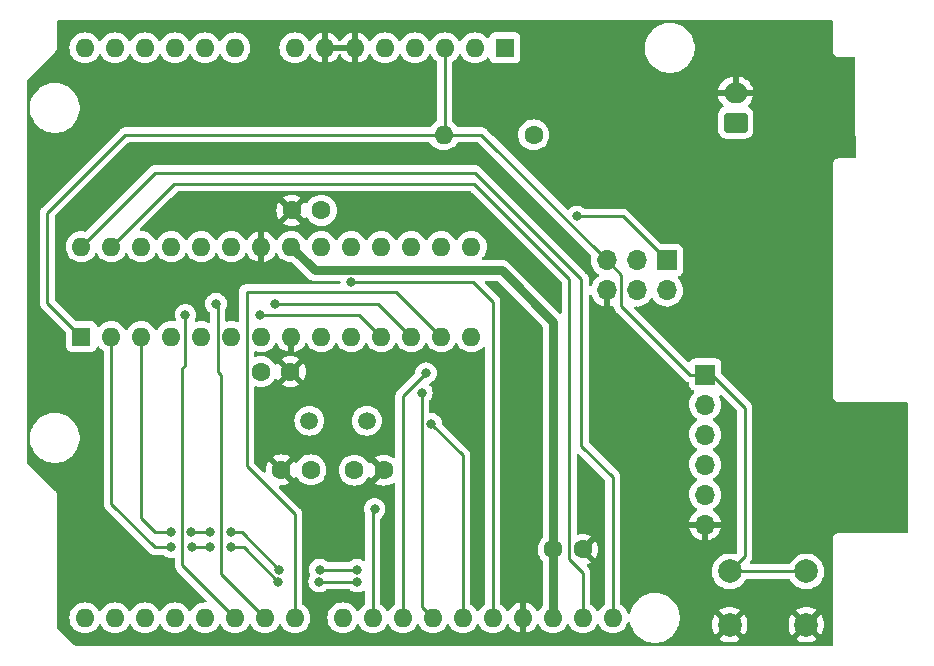
<source format=gbr>
%TF.GenerationSoftware,KiCad,Pcbnew,(6.0.6)*%
%TF.CreationDate,2022-12-23T09:56:40-08:00*%
%TF.ProjectId,AS-MULTI-UNO-01,41532d4d-554c-4544-992d-554e4f2d3031,rev?*%
%TF.SameCoordinates,Original*%
%TF.FileFunction,Copper,L1,Top*%
%TF.FilePolarity,Positive*%
%FSLAX46Y46*%
G04 Gerber Fmt 4.6, Leading zero omitted, Abs format (unit mm)*
G04 Created by KiCad (PCBNEW (6.0.6)) date 2022-12-23 09:56:40*
%MOMM*%
%LPD*%
G01*
G04 APERTURE LIST*
G04 Aperture macros list*
%AMRoundRect*
0 Rectangle with rounded corners*
0 $1 Rounding radius*
0 $2 $3 $4 $5 $6 $7 $8 $9 X,Y pos of 4 corners*
0 Add a 4 corners polygon primitive as box body*
4,1,4,$2,$3,$4,$5,$6,$7,$8,$9,$2,$3,0*
0 Add four circle primitives for the rounded corners*
1,1,$1+$1,$2,$3*
1,1,$1+$1,$4,$5*
1,1,$1+$1,$6,$7*
1,1,$1+$1,$8,$9*
0 Add four rect primitives between the rounded corners*
20,1,$1+$1,$2,$3,$4,$5,0*
20,1,$1+$1,$4,$5,$6,$7,0*
20,1,$1+$1,$6,$7,$8,$9,0*
20,1,$1+$1,$8,$9,$2,$3,0*%
G04 Aperture macros list end*
%TA.AperFunction,ComponentPad*%
%ADD10C,2.000000*%
%TD*%
%TA.AperFunction,ComponentPad*%
%ADD11R,1.700000X1.700000*%
%TD*%
%TA.AperFunction,ComponentPad*%
%ADD12O,1.700000X1.700000*%
%TD*%
%TA.AperFunction,ComponentPad*%
%ADD13RoundRect,0.250000X0.750000X-0.600000X0.750000X0.600000X-0.750000X0.600000X-0.750000X-0.600000X0*%
%TD*%
%TA.AperFunction,ComponentPad*%
%ADD14O,2.000000X1.700000*%
%TD*%
%TA.AperFunction,ComponentPad*%
%ADD15C,1.600000*%
%TD*%
%TA.AperFunction,ComponentPad*%
%ADD16R,1.600000X1.600000*%
%TD*%
%TA.AperFunction,ComponentPad*%
%ADD17O,1.600000X1.600000*%
%TD*%
%TA.AperFunction,ComponentPad*%
%ADD18C,1.500000*%
%TD*%
%TA.AperFunction,ViaPad*%
%ADD19C,0.800000*%
%TD*%
%TA.AperFunction,Conductor*%
%ADD20C,0.250000*%
%TD*%
%TA.AperFunction,Conductor*%
%ADD21C,0.750000*%
%TD*%
G04 APERTURE END LIST*
D10*
%TO.P,SW1,1,1*%
%TO.N,/DTR*%
X143331000Y-111186400D03*
X136831000Y-111186400D03*
%TO.P,SW1,2,2*%
%TO.N,GND*%
X136831000Y-115686400D03*
X143331000Y-115686400D03*
%TD*%
D11*
%TO.P,J3,1,Pin_1*%
%TO.N,/DTR*%
X134766200Y-94513400D03*
D12*
%TO.P,J3,2,Pin_2*%
%TO.N,/D1{slash}TX*%
X134766200Y-97053400D03*
%TO.P,J3,3,Pin_3*%
%TO.N,/D0{slash}RX*%
X134766200Y-99593400D03*
%TO.P,J3,4,Pin_4*%
%TO.N,VCC*%
X134766200Y-102133400D03*
%TO.P,J3,5,Pin_5*%
%TO.N,/CTS*%
X134766200Y-104673400D03*
%TO.P,J3,6,Pin_6*%
%TO.N,GND*%
X134766200Y-107213400D03*
%TD*%
D13*
%TO.P,J2,1,Pin_1*%
%TO.N,VCC*%
X137337800Y-73177400D03*
D14*
%TO.P,J2,2,Pin_2*%
%TO.N,GND*%
X137337800Y-70677400D03*
%TD*%
D15*
%TO.P,C4,1*%
%TO.N,VCC*%
X97149600Y-94259400D03*
%TO.P,C4,2*%
%TO.N,GND*%
X99649600Y-94259400D03*
%TD*%
%TO.P,C2,1*%
%TO.N,/XTAL2*%
X105054400Y-102616000D03*
%TO.P,C2,2*%
%TO.N,GND*%
X107554400Y-102616000D03*
%TD*%
%TO.P,C3,1*%
%TO.N,VCC*%
X102265800Y-80619600D03*
%TO.P,C3,2*%
%TO.N,GND*%
X99765800Y-80619600D03*
%TD*%
%TO.P,C5,1*%
%TO.N,/AREF*%
X121889200Y-109321600D03*
%TO.P,C5,2*%
%TO.N,GND*%
X124389200Y-109321600D03*
%TD*%
D16*
%TO.P,U1,1,~{RESET}/PC6*%
%TO.N,/DTR*%
X81940400Y-91313000D03*
D17*
%TO.P,U1,2,PD0*%
%TO.N,/D0{slash}RX*%
X84480400Y-91313000D03*
%TO.P,U1,3,PD1*%
%TO.N,/D1{slash}TX*%
X87020400Y-91313000D03*
%TO.P,U1,4,PD2*%
%TO.N,/D2*%
X89560400Y-91313000D03*
%TO.P,U1,5,PD3*%
%TO.N,/D3*%
X92100400Y-91313000D03*
%TO.P,U1,6,PD4*%
%TO.N,/D4*%
X94640400Y-91313000D03*
%TO.P,U1,7,VCC*%
%TO.N,VCC*%
X97180400Y-91313000D03*
%TO.P,U1,8,GND*%
%TO.N,GND*%
X99720400Y-91313000D03*
%TO.P,U1,9,XTAL1/PB6*%
%TO.N,/XTAL1*%
X102260400Y-91313000D03*
%TO.P,U1,10,XTAL2/PB7*%
%TO.N,/XTAL2*%
X104800400Y-91313000D03*
%TO.P,U1,11,PD5*%
%TO.N,/D5*%
X107340400Y-91313000D03*
%TO.P,U1,12,PD6*%
%TO.N,/D6*%
X109880400Y-91313000D03*
%TO.P,U1,13,PD7*%
%TO.N,/D7*%
X112420400Y-91313000D03*
%TO.P,U1,14,PB0*%
%TO.N,/D8*%
X114960400Y-91313000D03*
%TO.P,U1,15,PB1*%
%TO.N,/D9*%
X114960400Y-83693000D03*
%TO.P,U1,16,PB2*%
%TO.N,/D10*%
X112420400Y-83693000D03*
%TO.P,U1,17,PB3*%
%TO.N,/D11*%
X109880400Y-83693000D03*
%TO.P,U1,18,PB4*%
%TO.N,/D12*%
X107340400Y-83693000D03*
%TO.P,U1,19,PB5*%
%TO.N,/D13*%
X104800400Y-83693000D03*
%TO.P,U1,20,AVCC*%
%TO.N,VCC*%
X102260400Y-83693000D03*
%TO.P,U1,21,AREF*%
%TO.N,/AREF*%
X99720400Y-83693000D03*
%TO.P,U1,22,GND*%
%TO.N,GND*%
X97180400Y-83693000D03*
%TO.P,U1,23,PC0*%
%TO.N,/A0*%
X94640400Y-83693000D03*
%TO.P,U1,24,PC1*%
%TO.N,/A1*%
X92100400Y-83693000D03*
%TO.P,U1,25,PC2*%
%TO.N,/A2*%
X89560400Y-83693000D03*
%TO.P,U1,26,PC3*%
%TO.N,/A3*%
X87020400Y-83693000D03*
%TO.P,U1,27,PC4*%
%TO.N,/A4*%
X84480400Y-83693000D03*
%TO.P,U1,28,PC5*%
%TO.N,/A5*%
X81940400Y-83693000D03*
%TD*%
D11*
%TO.P,J1,1,Pin_1*%
%TO.N,/D12*%
X131531600Y-84856400D03*
D12*
%TO.P,J1,2,Pin_2*%
%TO.N,VCC*%
X131531600Y-87396400D03*
%TO.P,J1,3,Pin_3*%
%TO.N,/D13*%
X128991600Y-84856400D03*
%TO.P,J1,4,Pin_4*%
%TO.N,/D11*%
X128991600Y-87396400D03*
%TO.P,J1,5,Pin_5*%
%TO.N,/DTR*%
X126451600Y-84856400D03*
%TO.P,J1,6,Pin_6*%
%TO.N,GND*%
X126451600Y-87396400D03*
%TD*%
D15*
%TO.P,R1,1*%
%TO.N,VCC*%
X120243600Y-74218800D03*
D17*
%TO.P,R1,2*%
%TO.N,/DTR*%
X112623600Y-74218800D03*
%TD*%
D18*
%TO.P,Y1,1,1*%
%TO.N,/XTAL1*%
X101244400Y-98425000D03*
%TO.P,Y1,2,2*%
%TO.N,/XTAL2*%
X106124400Y-98425000D03*
%TD*%
D15*
%TO.P,C1,1*%
%TO.N,/XTAL1*%
X101376800Y-102590600D03*
%TO.P,C1,2*%
%TO.N,GND*%
X98876800Y-102590600D03*
%TD*%
D16*
%TO.P,A1,1,NC*%
%TO.N,unconnected-(A1-Pad1)*%
X117805200Y-66852800D03*
D17*
%TO.P,A1,2,IOREF*%
%TO.N,VCC*%
X115265200Y-66852800D03*
%TO.P,A1,3,~{RESET}*%
%TO.N,/DTR*%
X112725200Y-66852800D03*
%TO.P,A1,4,3V3*%
%TO.N,VCC*%
X110185200Y-66852800D03*
%TO.P,A1,5,+5V*%
X107645200Y-66852800D03*
%TO.P,A1,6,GND*%
%TO.N,GND*%
X105105200Y-66852800D03*
%TO.P,A1,7,GND*%
X102565200Y-66852800D03*
%TO.P,A1,8,VIN*%
%TO.N,VCC*%
X100025200Y-66852800D03*
%TO.P,A1,9,A0*%
%TO.N,/A0*%
X94945200Y-66852800D03*
%TO.P,A1,10,A1*%
%TO.N,/A1*%
X92405200Y-66852800D03*
%TO.P,A1,11,A2*%
%TO.N,/A2*%
X89865200Y-66852800D03*
%TO.P,A1,12,A3*%
%TO.N,/A3*%
X87325200Y-66852800D03*
%TO.P,A1,13,SDA/A4*%
%TO.N,/A4*%
X84785200Y-66852800D03*
%TO.P,A1,14,SCL/A5*%
%TO.N,/A5*%
X82245200Y-66852800D03*
%TO.P,A1,15,D0/RX*%
%TO.N,/D0{slash}RX*%
X82245200Y-115112800D03*
%TO.P,A1,16,D1/TX*%
%TO.N,/D1{slash}TX*%
X84785200Y-115112800D03*
%TO.P,A1,17,D2*%
%TO.N,/D2*%
X87325200Y-115112800D03*
%TO.P,A1,18,D3*%
%TO.N,/D3*%
X89865200Y-115112800D03*
%TO.P,A1,19,D4*%
%TO.N,/D4*%
X92405200Y-115112800D03*
%TO.P,A1,20,D5*%
%TO.N,/D5*%
X94945200Y-115112800D03*
%TO.P,A1,21,D6*%
%TO.N,/D6*%
X97485200Y-115112800D03*
%TO.P,A1,22,D7*%
%TO.N,/D7*%
X100025200Y-115112800D03*
%TO.P,A1,23,D8*%
%TO.N,/D8*%
X104085200Y-115112800D03*
%TO.P,A1,24,D9*%
%TO.N,/D9*%
X106625200Y-115112800D03*
%TO.P,A1,25,D10*%
%TO.N,/D10*%
X109165200Y-115112800D03*
%TO.P,A1,26,D11*%
%TO.N,/D11*%
X111705200Y-115112800D03*
%TO.P,A1,27,D12*%
%TO.N,/D12*%
X114245200Y-115112800D03*
%TO.P,A1,28,D13*%
%TO.N,/D13*%
X116785200Y-115112800D03*
%TO.P,A1,29,GND*%
%TO.N,GND*%
X119325200Y-115112800D03*
%TO.P,A1,30,AREF*%
%TO.N,/AREF*%
X121865200Y-115112800D03*
%TO.P,A1,31,SDA/A4*%
%TO.N,/A4*%
X124405200Y-115112800D03*
%TO.P,A1,32,SCL/A5*%
%TO.N,/A5*%
X126945200Y-115112800D03*
%TD*%
D19*
%TO.N,/D0{slash}RX*%
X105308400Y-112039400D03*
%TO.N,/D1{slash}TX*%
X105283000Y-111023400D03*
%TO.N,/D0{slash}RX*%
X102082600Y-112039400D03*
%TO.N,/D1{slash}TX*%
X102133400Y-111023400D03*
%TO.N,/D0{slash}RX*%
X98602800Y-112039400D03*
%TO.N,/D1{slash}TX*%
X98704400Y-111023400D03*
%TO.N,/D0{slash}RX*%
X94615000Y-109143800D03*
%TO.N,/D1{slash}TX*%
X94615000Y-107848400D03*
%TO.N,/D0{slash}RX*%
X92811600Y-109143800D03*
%TO.N,/D1{slash}TX*%
X92811600Y-107848400D03*
%TO.N,/D0{slash}RX*%
X91287600Y-109143800D03*
%TO.N,/D1{slash}TX*%
X91262200Y-107848400D03*
X89560400Y-107848400D03*
%TO.N,/D0{slash}RX*%
X89560400Y-109143800D03*
%TO.N,/D5*%
X90754200Y-89458800D03*
X97104200Y-89458800D03*
%TO.N,/D6*%
X93345000Y-88519000D03*
X98374200Y-88519000D03*
%TO.N,/D9*%
X106781600Y-105892600D03*
%TO.N,/D10*%
X111125000Y-94386400D03*
%TO.N,/D11*%
X110769400Y-96062800D03*
%TO.N,/D12*%
X123901200Y-81127600D03*
X111556800Y-98679000D03*
%TO.N,/D13*%
X104800400Y-86674100D03*
%TD*%
D20*
%TO.N,/D0{slash}RX*%
X102082600Y-112039400D02*
X105308400Y-112039400D01*
%TO.N,/D1{slash}TX*%
X102133400Y-111023400D02*
X105283000Y-111023400D01*
%TO.N,/D0{slash}RX*%
X95707200Y-109143800D02*
X98602800Y-112039400D01*
X94615000Y-109143800D02*
X95707200Y-109143800D01*
%TO.N,/D1{slash}TX*%
X95529400Y-107848400D02*
X98704400Y-111023400D01*
X94615000Y-107848400D02*
X95529400Y-107848400D01*
%TO.N,/D0{slash}RX*%
X91287600Y-109143800D02*
X92811600Y-109143800D01*
%TO.N,/D1{slash}TX*%
X91262200Y-107848400D02*
X92811600Y-107848400D01*
%TO.N,/D6*%
X93776800Y-111404400D02*
X97485200Y-115112800D01*
X93497400Y-94310200D02*
X93776800Y-94589600D01*
X93497400Y-88671400D02*
X93497400Y-94310200D01*
X93776800Y-94589600D02*
X93776800Y-111404400D01*
X93345000Y-88519000D02*
X93497400Y-88671400D01*
%TO.N,/D5*%
X90500200Y-93980000D02*
X90500200Y-110667800D01*
X90703400Y-93776800D02*
X90500200Y-93980000D01*
X90500200Y-110667800D02*
X94945200Y-115112800D01*
X90754200Y-89458800D02*
X90703400Y-89509600D01*
X90703400Y-89509600D02*
X90703400Y-93776800D01*
%TO.N,/D0{slash}RX*%
X84480400Y-105460800D02*
X84480400Y-91313000D01*
X88163400Y-109143800D02*
X84480400Y-105460800D01*
X89560400Y-109143800D02*
X88163400Y-109143800D01*
%TO.N,/D1{slash}TX*%
X87020400Y-106654600D02*
X87020400Y-91313000D01*
X88214200Y-107848400D02*
X87020400Y-106654600D01*
X89560400Y-107848400D02*
X88214200Y-107848400D01*
%TO.N,/DTR*%
X136831000Y-111186400D02*
X143331000Y-111186400D01*
X138099800Y-109917600D02*
X136831000Y-111186400D01*
X138099800Y-97307400D02*
X138099800Y-109917600D01*
X135305800Y-94513400D02*
X138099800Y-97307400D01*
X134766200Y-94513400D02*
X135305800Y-94513400D01*
X133451600Y-94513400D02*
X134766200Y-94513400D01*
X127658822Y-88720622D02*
X133451600Y-94513400D01*
X127658822Y-86063622D02*
X127658822Y-88720622D01*
X126451600Y-84856400D02*
X127658822Y-86063622D01*
X112623600Y-74218800D02*
X115814000Y-74218800D01*
X115814000Y-74218800D02*
X126451600Y-84856400D01*
X112725200Y-74117200D02*
X112623600Y-74218800D01*
X81940400Y-91313000D02*
X79070200Y-88442800D01*
X85674200Y-74218800D02*
X112623600Y-74218800D01*
X79070200Y-80822800D02*
X85674200Y-74218800D01*
X79070200Y-88442800D02*
X79070200Y-80822800D01*
X112725200Y-66852800D02*
X112725200Y-74117200D01*
%TO.N,/A4*%
X115189000Y-78359000D02*
X123240800Y-86410800D01*
X89814400Y-78359000D02*
X115189000Y-78359000D01*
X124405200Y-111324200D02*
X123240800Y-110159800D01*
X84480400Y-83693000D02*
X89814400Y-78359000D01*
X123240800Y-86410800D02*
X123240800Y-105613200D01*
X124405200Y-115112800D02*
X124405200Y-111324200D01*
X123240800Y-110159800D02*
X123240800Y-105486200D01*
%TO.N,/A5*%
X88214200Y-77419200D02*
X115239800Y-77419200D01*
X124282200Y-86461600D02*
X124282200Y-100533200D01*
X124282200Y-100533200D02*
X126945200Y-103196200D01*
X126945200Y-103196200D02*
X126945200Y-115112800D01*
X81940400Y-83693000D02*
X88214200Y-77419200D01*
X115239800Y-77419200D02*
X124282200Y-86461600D01*
%TO.N,/D5*%
X105486200Y-89458800D02*
X97104200Y-89458800D01*
X107340400Y-91313000D02*
X105486200Y-89458800D01*
%TO.N,/D6*%
X107086400Y-88519000D02*
X98374200Y-88519000D01*
X109880400Y-91313000D02*
X107086400Y-88519000D01*
%TO.N,/D7*%
X108610400Y-87503000D02*
X95935800Y-87503000D01*
X112420400Y-91313000D02*
X108610400Y-87503000D01*
X95935800Y-87503000D02*
X95935800Y-102260400D01*
X100025200Y-106349800D02*
X100025200Y-115112800D01*
X95935800Y-102260400D02*
X100025200Y-106349800D01*
%TO.N,/D9*%
X106781600Y-105892600D02*
X106625200Y-106049000D01*
X106625200Y-106049000D02*
X106625200Y-115112800D01*
%TO.N,/D10*%
X111125000Y-94386400D02*
X109165200Y-96346200D01*
X109165200Y-96346200D02*
X109165200Y-115112800D01*
%TO.N,/D11*%
X110769400Y-96062800D02*
X110769400Y-114177000D01*
X110769400Y-114177000D02*
X111705200Y-115112800D01*
%TO.N,/D12*%
X123901200Y-81127600D02*
X127802800Y-81127600D01*
X127802800Y-81127600D02*
X131531600Y-84856400D01*
X111556800Y-98679000D02*
X114245200Y-101367400D01*
X114245200Y-101367400D02*
X114245200Y-115112800D01*
%TO.N,/D13*%
X104816500Y-86690200D02*
X115112800Y-86690200D01*
X104800400Y-86674100D02*
X104816500Y-86690200D01*
X116785200Y-115112800D02*
X116785200Y-88362600D01*
X116785200Y-88362600D02*
X115112800Y-86690200D01*
D21*
%TO.N,/AREF*%
X121889200Y-109321600D02*
X121889200Y-115088800D01*
D20*
X121889200Y-115088800D02*
X121865200Y-115112800D01*
D21*
X121889200Y-90063000D02*
X121889200Y-109321600D01*
X117525800Y-85699600D02*
X121889200Y-90063000D01*
X99720400Y-83693000D02*
X101727000Y-85699600D01*
X101727000Y-85699600D02*
X117525800Y-85699600D01*
%TD*%
%TA.AperFunction,Conductor*%
%TO.N,GND*%
G36*
X145509021Y-64511102D02*
G01*
X145555514Y-64564758D01*
X145566900Y-64617100D01*
X145566900Y-67123577D01*
X145566898Y-67124347D01*
X145566424Y-67201921D01*
X145568891Y-67210552D01*
X145574550Y-67230353D01*
X145578128Y-67247115D01*
X145582320Y-67276387D01*
X145586034Y-67284555D01*
X145586034Y-67284556D01*
X145592948Y-67299762D01*
X145599396Y-67317286D01*
X145606451Y-67341971D01*
X145611243Y-67349565D01*
X145611244Y-67349568D01*
X145622230Y-67366980D01*
X145630369Y-67382063D01*
X145642608Y-67408982D01*
X145648469Y-67415784D01*
X145659370Y-67428435D01*
X145670473Y-67443439D01*
X145684176Y-67465158D01*
X145690901Y-67471097D01*
X145690904Y-67471101D01*
X145706338Y-67484732D01*
X145718382Y-67496924D01*
X145731827Y-67512527D01*
X145731830Y-67512529D01*
X145737687Y-67519327D01*
X145745216Y-67524207D01*
X145745217Y-67524208D01*
X145759235Y-67533294D01*
X145774109Y-67544585D01*
X145782261Y-67551784D01*
X145793351Y-67561578D01*
X145820111Y-67574142D01*
X145835091Y-67582463D01*
X145852383Y-67593671D01*
X145852388Y-67593673D01*
X145859915Y-67598552D01*
X145868508Y-67601122D01*
X145868513Y-67601124D01*
X145884520Y-67605911D01*
X145901964Y-67612572D01*
X145917076Y-67619667D01*
X145917078Y-67619668D01*
X145925200Y-67623481D01*
X145934067Y-67624862D01*
X145934068Y-67624862D01*
X145943710Y-67626363D01*
X145954417Y-67628030D01*
X145971132Y-67631813D01*
X145990866Y-67637715D01*
X145990872Y-67637716D01*
X145999466Y-67640286D01*
X146008437Y-67640341D01*
X146008438Y-67640341D01*
X146018497Y-67640402D01*
X146033906Y-67640496D01*
X146034689Y-67640529D01*
X146035786Y-67640700D01*
X146066777Y-67640700D01*
X146067547Y-67640702D01*
X146141185Y-67641152D01*
X146141186Y-67641152D01*
X146145121Y-67641176D01*
X146146465Y-67640792D01*
X146147810Y-67640700D01*
X147347575Y-67640700D01*
X147415696Y-67660702D01*
X147462189Y-67714358D01*
X147473575Y-67766367D01*
X147487789Y-73138961D01*
X147494120Y-75531819D01*
X147495619Y-76098567D01*
X147475797Y-76166740D01*
X147422264Y-76213375D01*
X147369619Y-76224900D01*
X146085415Y-76224900D01*
X146084809Y-76224899D01*
X146013996Y-76224558D01*
X146013995Y-76224558D01*
X146005020Y-76224515D01*
X145996389Y-76226994D01*
X145977001Y-76232562D01*
X145960081Y-76236185D01*
X145940103Y-76239046D01*
X145940097Y-76239048D01*
X145931213Y-76240320D01*
X145923044Y-76244035D01*
X145923042Y-76244035D01*
X145907462Y-76251119D01*
X145890093Y-76257522D01*
X145873652Y-76262244D01*
X145873649Y-76262245D01*
X145865022Y-76264723D01*
X145840380Y-76280316D01*
X145825168Y-76288536D01*
X145798618Y-76300608D01*
X145791815Y-76306470D01*
X145778854Y-76317638D01*
X145763977Y-76328661D01*
X145749526Y-76337805D01*
X145749524Y-76337806D01*
X145741936Y-76342608D01*
X145722664Y-76364487D01*
X145710366Y-76376650D01*
X145695075Y-76389825D01*
X145695071Y-76389830D01*
X145688273Y-76395687D01*
X145683391Y-76403219D01*
X145674085Y-76417576D01*
X145662901Y-76432330D01*
X145645657Y-76451907D01*
X145641854Y-76460034D01*
X145641853Y-76460036D01*
X145633299Y-76478317D01*
X145624907Y-76493447D01*
X145613933Y-76510377D01*
X145613930Y-76510383D01*
X145609048Y-76517915D01*
X145606476Y-76526517D01*
X145601573Y-76542911D01*
X145594980Y-76560210D01*
X145583925Y-76583836D01*
X145582556Y-76592702D01*
X145582555Y-76592706D01*
X145579476Y-76612653D01*
X145575668Y-76629531D01*
X145569885Y-76648866D01*
X145569884Y-76648871D01*
X145567314Y-76657466D01*
X145567259Y-76666438D01*
X145567259Y-76666439D01*
X145567103Y-76692016D01*
X145567059Y-76693085D01*
X145566849Y-76694445D01*
X145566854Y-76698075D01*
X145566890Y-76726225D01*
X145566888Y-76727158D01*
X145566462Y-76796944D01*
X145566424Y-76803121D01*
X145566883Y-76804730D01*
X145566994Y-76806329D01*
X145580409Y-87162402D01*
X145592290Y-96334971D01*
X145592288Y-96335903D01*
X145592010Y-96381529D01*
X145591824Y-96411921D01*
X145596440Y-96428071D01*
X145600064Y-96440752D01*
X145603618Y-96457350D01*
X145604716Y-96464948D01*
X145607907Y-96487025D01*
X145611633Y-96495192D01*
X145611634Y-96495195D01*
X145618393Y-96510010D01*
X145624909Y-96527681D01*
X145631851Y-96551971D01*
X145636641Y-96559562D01*
X145647849Y-96577326D01*
X145655919Y-96592260D01*
X145664640Y-96611374D01*
X145668367Y-96619542D01*
X145674233Y-96626332D01*
X145684880Y-96638656D01*
X145696096Y-96653794D01*
X145709576Y-96675158D01*
X145716304Y-96681100D01*
X145732049Y-96695005D01*
X145743987Y-96707074D01*
X145763589Y-96729764D01*
X145784808Y-96743479D01*
X145799806Y-96754847D01*
X145818751Y-96771578D01*
X145845897Y-96784323D01*
X145860737Y-96792554D01*
X145885919Y-96808830D01*
X145910138Y-96816038D01*
X145927731Y-96822744D01*
X145950600Y-96833481D01*
X145980233Y-96838096D01*
X145996789Y-96841831D01*
X146016921Y-96847823D01*
X146016924Y-96847824D01*
X146025524Y-96850383D01*
X146059819Y-96850548D01*
X146060352Y-96850570D01*
X146061186Y-96850700D01*
X146090897Y-96850700D01*
X146091504Y-96850701D01*
X146167980Y-96851070D01*
X146167986Y-96851070D01*
X146171180Y-96851085D01*
X146172259Y-96850775D01*
X146173348Y-96850700D01*
X151790900Y-96850700D01*
X151859021Y-96870702D01*
X151905514Y-96924358D01*
X151916900Y-96976700D01*
X151916900Y-107823500D01*
X151896898Y-107891621D01*
X151843242Y-107938114D01*
X151790900Y-107949500D01*
X146084023Y-107949500D01*
X146083253Y-107949498D01*
X146082437Y-107949493D01*
X146005679Y-107949024D01*
X145983318Y-107955415D01*
X145977247Y-107957150D01*
X145960485Y-107960728D01*
X145931213Y-107964920D01*
X145923045Y-107968634D01*
X145923044Y-107968634D01*
X145907838Y-107975548D01*
X145890314Y-107981996D01*
X145865629Y-107989051D01*
X145858035Y-107993843D01*
X145858032Y-107993844D01*
X145840620Y-108004830D01*
X145825537Y-108012969D01*
X145798618Y-108025208D01*
X145791816Y-108031069D01*
X145779165Y-108041970D01*
X145764161Y-108053073D01*
X145742442Y-108066776D01*
X145736503Y-108073501D01*
X145736499Y-108073504D01*
X145722868Y-108088938D01*
X145710676Y-108100982D01*
X145695073Y-108114427D01*
X145695071Y-108114430D01*
X145688273Y-108120287D01*
X145683393Y-108127816D01*
X145683392Y-108127817D01*
X145674306Y-108141835D01*
X145663015Y-108156709D01*
X145651969Y-108169217D01*
X145646022Y-108175951D01*
X145639293Y-108190283D01*
X145633458Y-108202711D01*
X145625137Y-108217691D01*
X145613929Y-108234983D01*
X145613927Y-108234988D01*
X145609048Y-108242515D01*
X145606478Y-108251108D01*
X145606476Y-108251113D01*
X145601689Y-108267120D01*
X145595028Y-108284564D01*
X145584119Y-108307800D01*
X145582738Y-108316667D01*
X145582738Y-108316668D01*
X145579570Y-108337015D01*
X145575787Y-108353732D01*
X145569885Y-108373466D01*
X145569884Y-108373472D01*
X145567314Y-108382066D01*
X145567259Y-108391037D01*
X145567259Y-108391038D01*
X145567104Y-108416497D01*
X145567071Y-108417289D01*
X145566900Y-108418386D01*
X145566900Y-108449377D01*
X145566898Y-108450147D01*
X145566424Y-108527721D01*
X145566808Y-108529065D01*
X145566900Y-108530410D01*
X145566900Y-117348500D01*
X145546898Y-117416621D01*
X145493242Y-117463114D01*
X145440900Y-117474500D01*
X81441217Y-117474500D01*
X81373096Y-117454498D01*
X81352122Y-117437595D01*
X79920405Y-116005878D01*
X79886379Y-115943566D01*
X79883500Y-115916783D01*
X79883500Y-104820673D01*
X79884855Y-104808544D01*
X79884373Y-104808505D01*
X79885093Y-104799554D01*
X79887074Y-104790800D01*
X79883742Y-104737091D01*
X79883500Y-104729289D01*
X79883500Y-104713087D01*
X79882016Y-104702722D01*
X79880987Y-104692672D01*
X79878611Y-104654381D01*
X79878611Y-104654380D01*
X79878055Y-104645422D01*
X79875007Y-104636981D01*
X79874404Y-104634067D01*
X79870185Y-104617148D01*
X79869353Y-104614302D01*
X79868080Y-104605413D01*
X79848474Y-104562291D01*
X79844666Y-104552935D01*
X79831643Y-104516863D01*
X79828595Y-104508419D01*
X79823300Y-104501171D01*
X79821914Y-104498564D01*
X79813099Y-104483477D01*
X79811506Y-104480986D01*
X79807792Y-104472818D01*
X79776882Y-104436945D01*
X79770604Y-104429038D01*
X79765447Y-104421978D01*
X79765446Y-104421976D01*
X79762575Y-104418047D01*
X79751600Y-104407072D01*
X79745242Y-104400224D01*
X79718576Y-104369276D01*
X79718571Y-104369272D01*
X79712713Y-104362473D01*
X79705181Y-104357591D01*
X79698930Y-104352138D01*
X79687074Y-104342546D01*
X78535607Y-103191079D01*
X77380202Y-102035675D01*
X77346177Y-101973363D01*
X77343297Y-101946677D01*
X77341796Y-100005503D01*
X77595943Y-100005503D01*
X77633468Y-100290534D01*
X77709329Y-100567836D01*
X77711013Y-100571784D01*
X77818055Y-100822738D01*
X77822123Y-100832276D01*
X77863913Y-100902102D01*
X77962695Y-101067154D01*
X77969761Y-101078961D01*
X78149513Y-101303328D01*
X78204348Y-101355364D01*
X78349501Y-101493109D01*
X78358051Y-101501223D01*
X78476328Y-101586214D01*
X78572349Y-101655212D01*
X78591517Y-101668986D01*
X78595312Y-101670995D01*
X78595313Y-101670996D01*
X78616087Y-101681995D01*
X78845592Y-101803512D01*
X78869899Y-101812407D01*
X79063096Y-101883107D01*
X79115573Y-101902311D01*
X79396464Y-101963555D01*
X79425041Y-101965804D01*
X79619482Y-101981107D01*
X79619491Y-101981107D01*
X79621939Y-101981300D01*
X79777471Y-101981300D01*
X79779607Y-101981154D01*
X79779618Y-101981154D01*
X79987748Y-101966965D01*
X79987754Y-101966964D01*
X79992025Y-101966673D01*
X79996220Y-101965804D01*
X79996222Y-101965804D01*
X80150517Y-101933851D01*
X80273542Y-101908374D01*
X80544543Y-101812407D01*
X80764033Y-101699120D01*
X80796205Y-101682515D01*
X80796206Y-101682515D01*
X80800012Y-101680550D01*
X80803513Y-101678089D01*
X80803517Y-101678087D01*
X81030573Y-101518509D01*
X81035223Y-101515241D01*
X81129652Y-101427492D01*
X81242679Y-101322461D01*
X81242683Y-101322457D01*
X81245822Y-101319540D01*
X81427913Y-101097068D01*
X81578127Y-100851942D01*
X81598947Y-100804514D01*
X81691957Y-100592630D01*
X81693683Y-100588698D01*
X81772444Y-100312206D01*
X81812951Y-100027584D01*
X81813045Y-100009751D01*
X81814435Y-99744383D01*
X81814435Y-99744376D01*
X81814457Y-99740097D01*
X81776932Y-99455066D01*
X81701071Y-99177764D01*
X81688953Y-99149354D01*
X81589963Y-98917276D01*
X81589961Y-98917272D01*
X81588277Y-98913324D01*
X81440639Y-98666639D01*
X81260887Y-98442272D01*
X81052349Y-98244377D01*
X80848048Y-98097571D01*
X80822372Y-98079121D01*
X80822371Y-98079120D01*
X80818883Y-98076614D01*
X80797043Y-98065050D01*
X80718438Y-98023431D01*
X80564808Y-97942088D01*
X80336360Y-97858488D01*
X80298858Y-97844764D01*
X80298856Y-97844763D01*
X80294827Y-97843289D01*
X80013936Y-97782045D01*
X79982885Y-97779601D01*
X79790918Y-97764493D01*
X79790909Y-97764493D01*
X79788461Y-97764300D01*
X79632929Y-97764300D01*
X79630793Y-97764446D01*
X79630782Y-97764446D01*
X79422652Y-97778635D01*
X79422646Y-97778636D01*
X79418375Y-97778927D01*
X79414180Y-97779796D01*
X79414178Y-97779796D01*
X79277616Y-97808077D01*
X79136858Y-97837226D01*
X78865857Y-97933193D01*
X78610388Y-98065050D01*
X78606887Y-98067511D01*
X78606883Y-98067513D01*
X78492783Y-98147704D01*
X78375177Y-98230359D01*
X78360092Y-98244377D01*
X78192548Y-98400069D01*
X78164578Y-98426060D01*
X77982487Y-98648532D01*
X77832273Y-98893658D01*
X77830547Y-98897591D01*
X77830546Y-98897592D01*
X77818614Y-98924775D01*
X77716717Y-99156902D01*
X77715542Y-99161029D01*
X77715541Y-99161030D01*
X77677337Y-99295148D01*
X77637956Y-99433394D01*
X77609980Y-99629970D01*
X77604409Y-99669115D01*
X77597449Y-99718016D01*
X77597427Y-99722305D01*
X77597426Y-99722312D01*
X77595966Y-100001039D01*
X77595943Y-100005503D01*
X77341796Y-100005503D01*
X77331766Y-87037528D01*
X77326944Y-80802743D01*
X78431980Y-80802743D01*
X78435711Y-80842207D01*
X78436141Y-80846761D01*
X78436700Y-80858619D01*
X78436700Y-88364033D01*
X78436173Y-88375216D01*
X78434498Y-88382709D01*
X78434747Y-88390635D01*
X78434747Y-88390636D01*
X78436638Y-88450786D01*
X78436700Y-88454745D01*
X78436700Y-88482656D01*
X78437197Y-88486590D01*
X78437197Y-88486591D01*
X78437205Y-88486656D01*
X78438138Y-88498493D01*
X78439527Y-88542689D01*
X78442137Y-88551672D01*
X78445178Y-88562139D01*
X78449187Y-88581500D01*
X78451726Y-88601597D01*
X78454645Y-88608968D01*
X78454645Y-88608970D01*
X78468004Y-88642712D01*
X78471849Y-88653942D01*
X78481971Y-88688783D01*
X78484182Y-88696393D01*
X78488215Y-88703212D01*
X78488217Y-88703217D01*
X78494493Y-88713828D01*
X78503188Y-88731576D01*
X78510648Y-88750417D01*
X78515310Y-88756833D01*
X78515310Y-88756834D01*
X78536636Y-88786187D01*
X78543152Y-88796107D01*
X78557585Y-88820511D01*
X78565658Y-88834162D01*
X78579979Y-88848483D01*
X78592819Y-88863516D01*
X78604728Y-88879907D01*
X78635118Y-88905048D01*
X78638805Y-88908098D01*
X78647584Y-88916088D01*
X80594995Y-90863500D01*
X80629021Y-90925812D01*
X80631900Y-90952595D01*
X80631900Y-92161134D01*
X80638655Y-92223316D01*
X80689785Y-92359705D01*
X80777139Y-92476261D01*
X80893695Y-92563615D01*
X81030084Y-92614745D01*
X81092266Y-92621500D01*
X82788534Y-92621500D01*
X82850716Y-92614745D01*
X82987105Y-92563615D01*
X83103661Y-92476261D01*
X83191015Y-92359705D01*
X83242145Y-92223316D01*
X83243317Y-92212526D01*
X83244203Y-92210394D01*
X83244825Y-92207778D01*
X83245248Y-92207879D01*
X83270555Y-92146965D01*
X83328917Y-92106537D01*
X83399871Y-92104078D01*
X83460890Y-92140371D01*
X83467889Y-92149031D01*
X83471043Y-92152789D01*
X83474202Y-92157300D01*
X83636100Y-92319198D01*
X83640608Y-92322355D01*
X83640611Y-92322357D01*
X83793171Y-92429181D01*
X83837499Y-92484638D01*
X83846900Y-92532394D01*
X83846900Y-105382033D01*
X83846373Y-105393216D01*
X83844698Y-105400709D01*
X83844947Y-105408635D01*
X83844947Y-105408636D01*
X83846838Y-105468786D01*
X83846900Y-105472745D01*
X83846900Y-105500656D01*
X83847397Y-105504590D01*
X83847397Y-105504591D01*
X83847405Y-105504656D01*
X83848338Y-105516493D01*
X83849727Y-105560689D01*
X83855378Y-105580139D01*
X83859387Y-105599500D01*
X83861926Y-105619597D01*
X83864845Y-105626968D01*
X83864845Y-105626970D01*
X83878204Y-105660712D01*
X83882049Y-105671942D01*
X83894382Y-105714393D01*
X83898415Y-105721212D01*
X83898417Y-105721217D01*
X83904693Y-105731828D01*
X83913388Y-105749576D01*
X83920848Y-105768417D01*
X83925510Y-105774833D01*
X83925510Y-105774834D01*
X83946836Y-105804187D01*
X83953352Y-105814107D01*
X83970222Y-105842632D01*
X83975858Y-105852162D01*
X83990179Y-105866483D01*
X84003019Y-105881516D01*
X84014928Y-105897907D01*
X84021034Y-105902958D01*
X84049005Y-105926098D01*
X84057784Y-105934088D01*
X87659743Y-109536047D01*
X87667287Y-109544337D01*
X87671400Y-109550818D01*
X87677177Y-109556243D01*
X87721067Y-109597458D01*
X87723909Y-109600213D01*
X87743631Y-109619935D01*
X87746755Y-109622358D01*
X87746759Y-109622362D01*
X87746824Y-109622412D01*
X87755845Y-109630117D01*
X87788079Y-109660386D01*
X87795027Y-109664205D01*
X87795029Y-109664207D01*
X87805832Y-109670146D01*
X87822359Y-109681002D01*
X87832098Y-109688557D01*
X87832100Y-109688558D01*
X87838360Y-109693414D01*
X87878940Y-109710974D01*
X87889588Y-109716191D01*
X87928340Y-109737495D01*
X87936016Y-109739466D01*
X87936019Y-109739467D01*
X87947962Y-109742533D01*
X87966666Y-109748937D01*
X87967249Y-109749189D01*
X87985255Y-109756981D01*
X87993078Y-109758220D01*
X87993088Y-109758223D01*
X88028924Y-109763899D01*
X88040544Y-109766305D01*
X88075689Y-109775328D01*
X88083370Y-109777300D01*
X88103624Y-109777300D01*
X88123334Y-109778851D01*
X88143343Y-109782020D01*
X88151235Y-109781274D01*
X88187361Y-109777859D01*
X88199219Y-109777300D01*
X88852200Y-109777300D01*
X88920321Y-109797302D01*
X88939547Y-109813643D01*
X88939820Y-109813340D01*
X88944732Y-109817763D01*
X88949147Y-109822666D01*
X88954486Y-109826545D01*
X89096556Y-109929765D01*
X89103648Y-109934918D01*
X89109676Y-109937602D01*
X89109678Y-109937603D01*
X89261754Y-110005311D01*
X89278112Y-110012594D01*
X89371513Y-110032447D01*
X89458456Y-110050928D01*
X89458461Y-110050928D01*
X89464913Y-110052300D01*
X89655887Y-110052300D01*
X89670298Y-110049237D01*
X89714504Y-110039841D01*
X89785294Y-110045243D01*
X89841927Y-110088060D01*
X89866420Y-110154698D01*
X89866700Y-110163088D01*
X89866700Y-110589033D01*
X89866173Y-110600216D01*
X89864498Y-110607709D01*
X89864747Y-110615635D01*
X89864747Y-110615636D01*
X89866638Y-110675786D01*
X89866700Y-110679745D01*
X89866700Y-110707656D01*
X89867197Y-110711590D01*
X89867197Y-110711591D01*
X89867205Y-110711656D01*
X89868138Y-110723493D01*
X89869527Y-110767689D01*
X89875178Y-110787139D01*
X89879187Y-110806500D01*
X89881726Y-110826597D01*
X89884645Y-110833968D01*
X89884645Y-110833970D01*
X89898004Y-110867712D01*
X89901849Y-110878942D01*
X89911971Y-110913783D01*
X89914182Y-110921393D01*
X89918215Y-110928212D01*
X89918217Y-110928217D01*
X89924493Y-110938828D01*
X89933188Y-110956576D01*
X89940648Y-110975417D01*
X89945310Y-110981833D01*
X89945310Y-110981834D01*
X89966636Y-111011187D01*
X89973152Y-111021107D01*
X89981616Y-111035418D01*
X89995658Y-111059162D01*
X90009979Y-111073483D01*
X90022819Y-111088516D01*
X90034728Y-111104907D01*
X90068805Y-111133098D01*
X90077584Y-111141088D01*
X92522707Y-113586211D01*
X92556733Y-113648523D01*
X92551668Y-113719338D01*
X92509121Y-113776174D01*
X92442601Y-113800985D01*
X92422630Y-113800826D01*
X92410686Y-113799781D01*
X92410675Y-113799781D01*
X92405200Y-113799302D01*
X92177113Y-113819257D01*
X92171800Y-113820681D01*
X92171798Y-113820681D01*
X91961267Y-113877093D01*
X91961265Y-113877094D01*
X91955957Y-113878516D01*
X91950976Y-113880839D01*
X91950975Y-113880839D01*
X91753438Y-113972951D01*
X91753433Y-113972954D01*
X91748451Y-113975277D01*
X91717972Y-113996619D01*
X91565411Y-114103443D01*
X91565408Y-114103445D01*
X91560900Y-114106602D01*
X91399002Y-114268500D01*
X91267677Y-114456051D01*
X91265354Y-114461033D01*
X91265351Y-114461038D01*
X91249395Y-114495257D01*
X91202478Y-114548542D01*
X91134201Y-114568003D01*
X91066241Y-114547461D01*
X91021005Y-114495257D01*
X91005049Y-114461038D01*
X91005046Y-114461033D01*
X91002723Y-114456051D01*
X90871398Y-114268500D01*
X90709500Y-114106602D01*
X90704992Y-114103445D01*
X90704989Y-114103443D01*
X90552428Y-113996619D01*
X90521949Y-113975277D01*
X90516967Y-113972954D01*
X90516962Y-113972951D01*
X90319425Y-113880839D01*
X90319424Y-113880839D01*
X90314443Y-113878516D01*
X90309135Y-113877094D01*
X90309133Y-113877093D01*
X90098602Y-113820681D01*
X90098600Y-113820681D01*
X90093287Y-113819257D01*
X89865200Y-113799302D01*
X89637113Y-113819257D01*
X89631800Y-113820681D01*
X89631798Y-113820681D01*
X89421267Y-113877093D01*
X89421265Y-113877094D01*
X89415957Y-113878516D01*
X89410976Y-113880839D01*
X89410975Y-113880839D01*
X89213438Y-113972951D01*
X89213433Y-113972954D01*
X89208451Y-113975277D01*
X89177972Y-113996619D01*
X89025411Y-114103443D01*
X89025408Y-114103445D01*
X89020900Y-114106602D01*
X88859002Y-114268500D01*
X88727677Y-114456051D01*
X88725354Y-114461033D01*
X88725351Y-114461038D01*
X88709395Y-114495257D01*
X88662478Y-114548542D01*
X88594201Y-114568003D01*
X88526241Y-114547461D01*
X88481005Y-114495257D01*
X88465049Y-114461038D01*
X88465046Y-114461033D01*
X88462723Y-114456051D01*
X88331398Y-114268500D01*
X88169500Y-114106602D01*
X88164992Y-114103445D01*
X88164989Y-114103443D01*
X88012428Y-113996619D01*
X87981949Y-113975277D01*
X87976967Y-113972954D01*
X87976962Y-113972951D01*
X87779425Y-113880839D01*
X87779424Y-113880839D01*
X87774443Y-113878516D01*
X87769135Y-113877094D01*
X87769133Y-113877093D01*
X87558602Y-113820681D01*
X87558600Y-113820681D01*
X87553287Y-113819257D01*
X87325200Y-113799302D01*
X87097113Y-113819257D01*
X87091800Y-113820681D01*
X87091798Y-113820681D01*
X86881267Y-113877093D01*
X86881265Y-113877094D01*
X86875957Y-113878516D01*
X86870976Y-113880839D01*
X86870975Y-113880839D01*
X86673438Y-113972951D01*
X86673433Y-113972954D01*
X86668451Y-113975277D01*
X86637972Y-113996619D01*
X86485411Y-114103443D01*
X86485408Y-114103445D01*
X86480900Y-114106602D01*
X86319002Y-114268500D01*
X86187677Y-114456051D01*
X86185354Y-114461033D01*
X86185351Y-114461038D01*
X86169395Y-114495257D01*
X86122478Y-114548542D01*
X86054201Y-114568003D01*
X85986241Y-114547461D01*
X85941005Y-114495257D01*
X85925049Y-114461038D01*
X85925046Y-114461033D01*
X85922723Y-114456051D01*
X85791398Y-114268500D01*
X85629500Y-114106602D01*
X85624992Y-114103445D01*
X85624989Y-114103443D01*
X85472428Y-113996619D01*
X85441949Y-113975277D01*
X85436967Y-113972954D01*
X85436962Y-113972951D01*
X85239425Y-113880839D01*
X85239424Y-113880839D01*
X85234443Y-113878516D01*
X85229135Y-113877094D01*
X85229133Y-113877093D01*
X85018602Y-113820681D01*
X85018600Y-113820681D01*
X85013287Y-113819257D01*
X84785200Y-113799302D01*
X84557113Y-113819257D01*
X84551800Y-113820681D01*
X84551798Y-113820681D01*
X84341267Y-113877093D01*
X84341265Y-113877094D01*
X84335957Y-113878516D01*
X84330976Y-113880839D01*
X84330975Y-113880839D01*
X84133438Y-113972951D01*
X84133433Y-113972954D01*
X84128451Y-113975277D01*
X84097972Y-113996619D01*
X83945411Y-114103443D01*
X83945408Y-114103445D01*
X83940900Y-114106602D01*
X83779002Y-114268500D01*
X83647677Y-114456051D01*
X83645354Y-114461033D01*
X83645351Y-114461038D01*
X83629395Y-114495257D01*
X83582478Y-114548542D01*
X83514201Y-114568003D01*
X83446241Y-114547461D01*
X83401005Y-114495257D01*
X83385049Y-114461038D01*
X83385046Y-114461033D01*
X83382723Y-114456051D01*
X83251398Y-114268500D01*
X83089500Y-114106602D01*
X83084992Y-114103445D01*
X83084989Y-114103443D01*
X82932428Y-113996619D01*
X82901949Y-113975277D01*
X82896967Y-113972954D01*
X82896962Y-113972951D01*
X82699425Y-113880839D01*
X82699424Y-113880839D01*
X82694443Y-113878516D01*
X82689135Y-113877094D01*
X82689133Y-113877093D01*
X82478602Y-113820681D01*
X82478600Y-113820681D01*
X82473287Y-113819257D01*
X82245200Y-113799302D01*
X82017113Y-113819257D01*
X82011800Y-113820681D01*
X82011798Y-113820681D01*
X81801267Y-113877093D01*
X81801265Y-113877094D01*
X81795957Y-113878516D01*
X81790976Y-113880839D01*
X81790975Y-113880839D01*
X81593438Y-113972951D01*
X81593433Y-113972954D01*
X81588451Y-113975277D01*
X81557972Y-113996619D01*
X81405411Y-114103443D01*
X81405408Y-114103445D01*
X81400900Y-114106602D01*
X81239002Y-114268500D01*
X81107677Y-114456051D01*
X81105354Y-114461033D01*
X81105351Y-114461038D01*
X81102986Y-114466110D01*
X81010916Y-114663557D01*
X81009494Y-114668865D01*
X81009493Y-114668867D01*
X80977099Y-114789762D01*
X80951657Y-114884713D01*
X80931702Y-115112800D01*
X80951657Y-115340887D01*
X80953081Y-115346200D01*
X80953081Y-115346202D01*
X81003159Y-115533092D01*
X81010916Y-115562043D01*
X81013239Y-115567024D01*
X81013239Y-115567025D01*
X81105351Y-115764562D01*
X81105354Y-115764567D01*
X81107677Y-115769549D01*
X81146203Y-115824570D01*
X81210772Y-115916783D01*
X81239002Y-115957100D01*
X81400900Y-116118998D01*
X81405408Y-116122155D01*
X81405411Y-116122157D01*
X81457189Y-116158412D01*
X81588451Y-116250323D01*
X81593433Y-116252646D01*
X81593438Y-116252649D01*
X81742824Y-116322308D01*
X81795957Y-116347084D01*
X81801265Y-116348506D01*
X81801267Y-116348507D01*
X82011798Y-116404919D01*
X82011800Y-116404919D01*
X82017113Y-116406343D01*
X82245200Y-116426298D01*
X82473287Y-116406343D01*
X82478600Y-116404919D01*
X82478602Y-116404919D01*
X82689133Y-116348507D01*
X82689135Y-116348506D01*
X82694443Y-116347084D01*
X82747576Y-116322308D01*
X82896962Y-116252649D01*
X82896967Y-116252646D01*
X82901949Y-116250323D01*
X83033211Y-116158412D01*
X83084989Y-116122157D01*
X83084992Y-116122155D01*
X83089500Y-116118998D01*
X83251398Y-115957100D01*
X83279629Y-115916783D01*
X83344197Y-115824570D01*
X83382723Y-115769549D01*
X83385046Y-115764567D01*
X83385049Y-115764562D01*
X83401005Y-115730343D01*
X83447922Y-115677058D01*
X83516199Y-115657597D01*
X83584159Y-115678139D01*
X83629395Y-115730343D01*
X83645351Y-115764562D01*
X83645354Y-115764567D01*
X83647677Y-115769549D01*
X83686203Y-115824570D01*
X83750772Y-115916783D01*
X83779002Y-115957100D01*
X83940900Y-116118998D01*
X83945408Y-116122155D01*
X83945411Y-116122157D01*
X83997189Y-116158412D01*
X84128451Y-116250323D01*
X84133433Y-116252646D01*
X84133438Y-116252649D01*
X84282824Y-116322308D01*
X84335957Y-116347084D01*
X84341265Y-116348506D01*
X84341267Y-116348507D01*
X84551798Y-116404919D01*
X84551800Y-116404919D01*
X84557113Y-116406343D01*
X84785200Y-116426298D01*
X85013287Y-116406343D01*
X85018600Y-116404919D01*
X85018602Y-116404919D01*
X85229133Y-116348507D01*
X85229135Y-116348506D01*
X85234443Y-116347084D01*
X85287576Y-116322308D01*
X85436962Y-116252649D01*
X85436967Y-116252646D01*
X85441949Y-116250323D01*
X85573211Y-116158412D01*
X85624989Y-116122157D01*
X85624992Y-116122155D01*
X85629500Y-116118998D01*
X85791398Y-115957100D01*
X85819629Y-115916783D01*
X85884197Y-115824570D01*
X85922723Y-115769549D01*
X85925046Y-115764567D01*
X85925049Y-115764562D01*
X85941005Y-115730343D01*
X85987922Y-115677058D01*
X86056199Y-115657597D01*
X86124159Y-115678139D01*
X86169395Y-115730343D01*
X86185351Y-115764562D01*
X86185354Y-115764567D01*
X86187677Y-115769549D01*
X86226203Y-115824570D01*
X86290772Y-115916783D01*
X86319002Y-115957100D01*
X86480900Y-116118998D01*
X86485408Y-116122155D01*
X86485411Y-116122157D01*
X86537189Y-116158412D01*
X86668451Y-116250323D01*
X86673433Y-116252646D01*
X86673438Y-116252649D01*
X86822824Y-116322308D01*
X86875957Y-116347084D01*
X86881265Y-116348506D01*
X86881267Y-116348507D01*
X87091798Y-116404919D01*
X87091800Y-116404919D01*
X87097113Y-116406343D01*
X87325200Y-116426298D01*
X87553287Y-116406343D01*
X87558600Y-116404919D01*
X87558602Y-116404919D01*
X87769133Y-116348507D01*
X87769135Y-116348506D01*
X87774443Y-116347084D01*
X87827576Y-116322308D01*
X87976962Y-116252649D01*
X87976967Y-116252646D01*
X87981949Y-116250323D01*
X88113211Y-116158412D01*
X88164989Y-116122157D01*
X88164992Y-116122155D01*
X88169500Y-116118998D01*
X88331398Y-115957100D01*
X88359629Y-115916783D01*
X88424197Y-115824570D01*
X88462723Y-115769549D01*
X88465046Y-115764567D01*
X88465049Y-115764562D01*
X88481005Y-115730343D01*
X88527922Y-115677058D01*
X88596199Y-115657597D01*
X88664159Y-115678139D01*
X88709395Y-115730343D01*
X88725351Y-115764562D01*
X88725354Y-115764567D01*
X88727677Y-115769549D01*
X88766203Y-115824570D01*
X88830772Y-115916783D01*
X88859002Y-115957100D01*
X89020900Y-116118998D01*
X89025408Y-116122155D01*
X89025411Y-116122157D01*
X89077189Y-116158412D01*
X89208451Y-116250323D01*
X89213433Y-116252646D01*
X89213438Y-116252649D01*
X89362824Y-116322308D01*
X89415957Y-116347084D01*
X89421265Y-116348506D01*
X89421267Y-116348507D01*
X89631798Y-116404919D01*
X89631800Y-116404919D01*
X89637113Y-116406343D01*
X89865200Y-116426298D01*
X90093287Y-116406343D01*
X90098600Y-116404919D01*
X90098602Y-116404919D01*
X90309133Y-116348507D01*
X90309135Y-116348506D01*
X90314443Y-116347084D01*
X90367576Y-116322308D01*
X90516962Y-116252649D01*
X90516967Y-116252646D01*
X90521949Y-116250323D01*
X90653211Y-116158412D01*
X90704989Y-116122157D01*
X90704992Y-116122155D01*
X90709500Y-116118998D01*
X90871398Y-115957100D01*
X90899629Y-115916783D01*
X90964197Y-115824570D01*
X91002723Y-115769549D01*
X91005046Y-115764567D01*
X91005049Y-115764562D01*
X91021005Y-115730343D01*
X91067922Y-115677058D01*
X91136199Y-115657597D01*
X91204159Y-115678139D01*
X91249395Y-115730343D01*
X91265351Y-115764562D01*
X91265354Y-115764567D01*
X91267677Y-115769549D01*
X91306203Y-115824570D01*
X91370772Y-115916783D01*
X91399002Y-115957100D01*
X91560900Y-116118998D01*
X91565408Y-116122155D01*
X91565411Y-116122157D01*
X91617189Y-116158412D01*
X91748451Y-116250323D01*
X91753433Y-116252646D01*
X91753438Y-116252649D01*
X91902824Y-116322308D01*
X91955957Y-116347084D01*
X91961265Y-116348506D01*
X91961267Y-116348507D01*
X92171798Y-116404919D01*
X92171800Y-116404919D01*
X92177113Y-116406343D01*
X92405200Y-116426298D01*
X92633287Y-116406343D01*
X92638600Y-116404919D01*
X92638602Y-116404919D01*
X92849133Y-116348507D01*
X92849135Y-116348506D01*
X92854443Y-116347084D01*
X92907576Y-116322308D01*
X93056962Y-116252649D01*
X93056967Y-116252646D01*
X93061949Y-116250323D01*
X93193211Y-116158412D01*
X93244989Y-116122157D01*
X93244992Y-116122155D01*
X93249500Y-116118998D01*
X93411398Y-115957100D01*
X93439629Y-115916783D01*
X93504197Y-115824570D01*
X93542723Y-115769549D01*
X93545046Y-115764567D01*
X93545049Y-115764562D01*
X93561005Y-115730343D01*
X93607922Y-115677058D01*
X93676199Y-115657597D01*
X93744159Y-115678139D01*
X93789395Y-115730343D01*
X93805351Y-115764562D01*
X93805354Y-115764567D01*
X93807677Y-115769549D01*
X93846203Y-115824570D01*
X93910772Y-115916783D01*
X93939002Y-115957100D01*
X94100900Y-116118998D01*
X94105408Y-116122155D01*
X94105411Y-116122157D01*
X94157189Y-116158412D01*
X94288451Y-116250323D01*
X94293433Y-116252646D01*
X94293438Y-116252649D01*
X94442824Y-116322308D01*
X94495957Y-116347084D01*
X94501265Y-116348506D01*
X94501267Y-116348507D01*
X94711798Y-116404919D01*
X94711800Y-116404919D01*
X94717113Y-116406343D01*
X94945200Y-116426298D01*
X95173287Y-116406343D01*
X95178600Y-116404919D01*
X95178602Y-116404919D01*
X95389133Y-116348507D01*
X95389135Y-116348506D01*
X95394443Y-116347084D01*
X95447576Y-116322308D01*
X95596962Y-116252649D01*
X95596967Y-116252646D01*
X95601949Y-116250323D01*
X95733211Y-116158412D01*
X95784989Y-116122157D01*
X95784992Y-116122155D01*
X95789500Y-116118998D01*
X95951398Y-115957100D01*
X95979629Y-115916783D01*
X96044197Y-115824570D01*
X96082723Y-115769549D01*
X96085046Y-115764567D01*
X96085049Y-115764562D01*
X96101005Y-115730343D01*
X96147922Y-115677058D01*
X96216199Y-115657597D01*
X96284159Y-115678139D01*
X96329395Y-115730343D01*
X96345351Y-115764562D01*
X96345354Y-115764567D01*
X96347677Y-115769549D01*
X96386203Y-115824570D01*
X96450772Y-115916783D01*
X96479002Y-115957100D01*
X96640900Y-116118998D01*
X96645408Y-116122155D01*
X96645411Y-116122157D01*
X96697189Y-116158412D01*
X96828451Y-116250323D01*
X96833433Y-116252646D01*
X96833438Y-116252649D01*
X96982824Y-116322308D01*
X97035957Y-116347084D01*
X97041265Y-116348506D01*
X97041267Y-116348507D01*
X97251798Y-116404919D01*
X97251800Y-116404919D01*
X97257113Y-116406343D01*
X97485200Y-116426298D01*
X97713287Y-116406343D01*
X97718600Y-116404919D01*
X97718602Y-116404919D01*
X97929133Y-116348507D01*
X97929135Y-116348506D01*
X97934443Y-116347084D01*
X97987576Y-116322308D01*
X98136962Y-116252649D01*
X98136967Y-116252646D01*
X98141949Y-116250323D01*
X98273211Y-116158412D01*
X98324989Y-116122157D01*
X98324992Y-116122155D01*
X98329500Y-116118998D01*
X98491398Y-115957100D01*
X98519629Y-115916783D01*
X98584197Y-115824570D01*
X98622723Y-115769549D01*
X98625046Y-115764567D01*
X98625049Y-115764562D01*
X98641005Y-115730343D01*
X98687922Y-115677058D01*
X98756199Y-115657597D01*
X98824159Y-115678139D01*
X98869395Y-115730343D01*
X98885351Y-115764562D01*
X98885354Y-115764567D01*
X98887677Y-115769549D01*
X98926203Y-115824570D01*
X98990772Y-115916783D01*
X99019002Y-115957100D01*
X99180900Y-116118998D01*
X99185408Y-116122155D01*
X99185411Y-116122157D01*
X99237189Y-116158412D01*
X99368451Y-116250323D01*
X99373433Y-116252646D01*
X99373438Y-116252649D01*
X99522824Y-116322308D01*
X99575957Y-116347084D01*
X99581265Y-116348506D01*
X99581267Y-116348507D01*
X99791798Y-116404919D01*
X99791800Y-116404919D01*
X99797113Y-116406343D01*
X100025200Y-116426298D01*
X100253287Y-116406343D01*
X100258600Y-116404919D01*
X100258602Y-116404919D01*
X100469133Y-116348507D01*
X100469135Y-116348506D01*
X100474443Y-116347084D01*
X100527576Y-116322308D01*
X100676962Y-116252649D01*
X100676967Y-116252646D01*
X100681949Y-116250323D01*
X100813211Y-116158412D01*
X100864989Y-116122157D01*
X100864992Y-116122155D01*
X100869500Y-116118998D01*
X101031398Y-115957100D01*
X101059629Y-115916783D01*
X101124197Y-115824570D01*
X101162723Y-115769549D01*
X101165046Y-115764567D01*
X101165049Y-115764562D01*
X101257161Y-115567025D01*
X101257161Y-115567024D01*
X101259484Y-115562043D01*
X101267242Y-115533092D01*
X101317319Y-115346202D01*
X101317319Y-115346200D01*
X101318743Y-115340887D01*
X101338698Y-115112800D01*
X101318743Y-114884713D01*
X101293301Y-114789762D01*
X101260907Y-114668867D01*
X101260906Y-114668865D01*
X101259484Y-114663557D01*
X101167414Y-114466110D01*
X101165049Y-114461038D01*
X101165046Y-114461033D01*
X101162723Y-114456051D01*
X101031398Y-114268500D01*
X100869500Y-114106602D01*
X100864992Y-114103445D01*
X100864989Y-114103443D01*
X100712429Y-113996619D01*
X100668101Y-113941162D01*
X100658700Y-113893406D01*
X100658700Y-106428567D01*
X100659227Y-106417384D01*
X100660902Y-106409891D01*
X100658762Y-106341800D01*
X100658700Y-106337843D01*
X100658700Y-106309944D01*
X100658196Y-106305953D01*
X100657263Y-106294111D01*
X100657195Y-106291923D01*
X100655874Y-106249911D01*
X100653662Y-106242297D01*
X100653661Y-106242292D01*
X100650223Y-106230459D01*
X100646212Y-106211095D01*
X100644667Y-106198864D01*
X100643674Y-106191003D01*
X100640757Y-106183636D01*
X100640756Y-106183631D01*
X100627398Y-106149892D01*
X100623554Y-106138665D01*
X100613430Y-106103822D01*
X100611218Y-106096207D01*
X100600907Y-106078772D01*
X100592212Y-106061024D01*
X100584752Y-106042183D01*
X100579645Y-106035153D01*
X100558764Y-106006413D01*
X100552248Y-105996493D01*
X100533780Y-105965265D01*
X100533778Y-105965262D01*
X100529742Y-105958438D01*
X100515421Y-105944117D01*
X100502580Y-105929083D01*
X100495331Y-105919106D01*
X100490672Y-105912693D01*
X100456595Y-105884502D01*
X100447816Y-105876512D01*
X98681156Y-104109851D01*
X98647130Y-104047539D01*
X98652195Y-103976723D01*
X98694742Y-103919888D01*
X98761262Y-103895077D01*
X98781232Y-103895235D01*
X98871325Y-103903117D01*
X98882275Y-103903117D01*
X99099319Y-103884128D01*
X99110112Y-103882225D01*
X99320561Y-103825836D01*
X99330853Y-103822090D01*
X99528311Y-103730014D01*
X99537806Y-103724531D01*
X99589848Y-103688091D01*
X99598224Y-103677612D01*
X99591156Y-103664166D01*
X98518722Y-102591732D01*
X99241208Y-102591732D01*
X99241339Y-102593565D01*
X99245590Y-102600180D01*
X99951087Y-103305677D01*
X99962862Y-103312107D01*
X99974877Y-103302811D01*
X100010734Y-103251602D01*
X100017391Y-103240072D01*
X100068773Y-103191079D01*
X100138487Y-103177642D01*
X100204398Y-103204029D01*
X100235629Y-103240072D01*
X100236953Y-103242365D01*
X100239277Y-103247349D01*
X100277761Y-103302309D01*
X100367198Y-103430038D01*
X100370602Y-103434900D01*
X100532500Y-103596798D01*
X100537008Y-103599955D01*
X100537011Y-103599957D01*
X100563209Y-103618301D01*
X100720051Y-103728123D01*
X100725033Y-103730446D01*
X100725038Y-103730449D01*
X100899500Y-103811801D01*
X100927557Y-103824884D01*
X100932865Y-103826306D01*
X100932867Y-103826307D01*
X101143398Y-103882719D01*
X101143400Y-103882719D01*
X101148713Y-103884143D01*
X101376800Y-103904098D01*
X101604887Y-103884143D01*
X101610200Y-103882719D01*
X101610202Y-103882719D01*
X101820733Y-103826307D01*
X101820735Y-103826306D01*
X101826043Y-103824884D01*
X101854100Y-103811801D01*
X102028562Y-103730449D01*
X102028567Y-103730446D01*
X102033549Y-103728123D01*
X102190391Y-103618301D01*
X102216589Y-103599957D01*
X102216592Y-103599955D01*
X102221100Y-103596798D01*
X102382998Y-103434900D01*
X102386403Y-103430038D01*
X102456201Y-103330356D01*
X102514323Y-103247349D01*
X102516646Y-103242367D01*
X102516649Y-103242362D01*
X102608761Y-103044825D01*
X102608761Y-103044824D01*
X102611084Y-103039843D01*
X102637139Y-102942607D01*
X102668919Y-102824002D01*
X102668919Y-102824000D01*
X102670343Y-102818687D01*
X102688076Y-102616000D01*
X103740902Y-102616000D01*
X103760857Y-102844087D01*
X103762281Y-102849400D01*
X103762281Y-102849402D01*
X103814763Y-103045264D01*
X103820116Y-103065243D01*
X103822439Y-103070224D01*
X103822439Y-103070225D01*
X103914551Y-103267762D01*
X103914554Y-103267767D01*
X103916877Y-103272749D01*
X103944436Y-103312107D01*
X104030417Y-103434900D01*
X104048202Y-103460300D01*
X104210100Y-103622198D01*
X104214608Y-103625355D01*
X104214611Y-103625357D01*
X104251133Y-103650930D01*
X104397651Y-103753523D01*
X104402633Y-103755846D01*
X104402638Y-103755849D01*
X104578507Y-103837857D01*
X104605157Y-103850284D01*
X104610465Y-103851706D01*
X104610467Y-103851707D01*
X104820998Y-103908119D01*
X104821000Y-103908119D01*
X104826313Y-103909543D01*
X105054400Y-103929498D01*
X105282487Y-103909543D01*
X105287800Y-103908119D01*
X105287802Y-103908119D01*
X105498333Y-103851707D01*
X105498335Y-103851706D01*
X105503643Y-103850284D01*
X105530293Y-103837857D01*
X105706162Y-103755849D01*
X105706167Y-103755846D01*
X105711149Y-103753523D01*
X105857667Y-103650930D01*
X105894189Y-103625357D01*
X105894192Y-103625355D01*
X105898700Y-103622198D01*
X106060598Y-103460300D01*
X106078384Y-103434900D01*
X106164364Y-103312107D01*
X106191923Y-103272749D01*
X106194247Y-103267765D01*
X106195571Y-103265472D01*
X106246953Y-103216479D01*
X106316667Y-103203043D01*
X106382578Y-103229429D01*
X106413809Y-103265472D01*
X106420466Y-103277002D01*
X106456909Y-103329048D01*
X106467388Y-103337424D01*
X106480834Y-103330356D01*
X107182378Y-102628812D01*
X107189992Y-102614868D01*
X107189861Y-102613035D01*
X107185610Y-102606420D01*
X106480113Y-101900923D01*
X106468338Y-101894493D01*
X106456323Y-101903789D01*
X106420466Y-101954998D01*
X106413809Y-101966528D01*
X106362427Y-102015521D01*
X106292713Y-102028958D01*
X106226802Y-102002571D01*
X106195571Y-101966528D01*
X106194247Y-101964235D01*
X106191923Y-101959251D01*
X106128794Y-101869093D01*
X106063757Y-101776211D01*
X106063755Y-101776208D01*
X106060598Y-101771700D01*
X105898700Y-101609802D01*
X105894192Y-101606645D01*
X105894189Y-101606643D01*
X105768320Y-101518509D01*
X105711149Y-101478477D01*
X105706167Y-101476154D01*
X105706162Y-101476151D01*
X105508625Y-101384039D01*
X105508624Y-101384039D01*
X105503643Y-101381716D01*
X105498335Y-101380294D01*
X105498333Y-101380293D01*
X105287802Y-101323881D01*
X105287800Y-101323881D01*
X105282487Y-101322457D01*
X105054400Y-101302502D01*
X104826313Y-101322457D01*
X104821000Y-101323881D01*
X104820998Y-101323881D01*
X104610467Y-101380293D01*
X104610465Y-101380294D01*
X104605157Y-101381716D01*
X104600176Y-101384039D01*
X104600175Y-101384039D01*
X104402638Y-101476151D01*
X104402633Y-101476154D01*
X104397651Y-101478477D01*
X104340480Y-101518509D01*
X104214611Y-101606643D01*
X104214608Y-101606645D01*
X104210100Y-101609802D01*
X104048202Y-101771700D01*
X104045045Y-101776208D01*
X104045043Y-101776211D01*
X103990302Y-101854389D01*
X103916877Y-101959251D01*
X103914554Y-101964233D01*
X103914551Y-101964238D01*
X103834283Y-102136375D01*
X103820116Y-102166757D01*
X103818694Y-102172065D01*
X103818693Y-102172067D01*
X103766171Y-102368081D01*
X103760857Y-102387913D01*
X103740902Y-102616000D01*
X102688076Y-102616000D01*
X102690298Y-102590600D01*
X102670343Y-102362513D01*
X102667625Y-102352370D01*
X102612507Y-102146667D01*
X102612506Y-102146665D01*
X102611084Y-102141357D01*
X102594248Y-102105251D01*
X102516649Y-101938838D01*
X102516646Y-101938833D01*
X102514323Y-101933851D01*
X102424091Y-101804987D01*
X102386157Y-101750811D01*
X102386155Y-101750808D01*
X102382998Y-101746300D01*
X102221100Y-101584402D01*
X102216592Y-101581245D01*
X102216589Y-101581243D01*
X102098095Y-101498273D01*
X102033549Y-101453077D01*
X102028567Y-101450754D01*
X102028562Y-101450751D01*
X101831025Y-101358639D01*
X101831024Y-101358639D01*
X101826043Y-101356316D01*
X101820735Y-101354894D01*
X101820733Y-101354893D01*
X101610202Y-101298481D01*
X101610200Y-101298481D01*
X101604887Y-101297057D01*
X101376800Y-101277102D01*
X101148713Y-101297057D01*
X101143400Y-101298481D01*
X101143398Y-101298481D01*
X100932867Y-101354893D01*
X100932865Y-101354894D01*
X100927557Y-101356316D01*
X100922576Y-101358639D01*
X100922575Y-101358639D01*
X100725038Y-101450751D01*
X100725033Y-101450754D01*
X100720051Y-101453077D01*
X100655505Y-101498273D01*
X100537011Y-101581243D01*
X100537008Y-101581245D01*
X100532500Y-101584402D01*
X100370602Y-101746300D01*
X100367445Y-101750808D01*
X100367443Y-101750811D01*
X100329509Y-101804987D01*
X100239277Y-101933851D01*
X100236953Y-101938835D01*
X100235629Y-101941128D01*
X100184247Y-101990121D01*
X100114533Y-102003557D01*
X100048622Y-101977171D01*
X100017391Y-101941128D01*
X100010734Y-101929598D01*
X99974291Y-101877552D01*
X99963812Y-101869176D01*
X99950366Y-101876244D01*
X99248822Y-102577788D01*
X99241208Y-102591732D01*
X98518722Y-102591732D01*
X97802513Y-101875523D01*
X97790738Y-101869093D01*
X97778723Y-101878389D01*
X97742869Y-101929594D01*
X97737386Y-101939089D01*
X97645310Y-102136547D01*
X97641564Y-102146839D01*
X97585175Y-102357288D01*
X97583272Y-102368081D01*
X97564283Y-102585125D01*
X97564283Y-102596075D01*
X97572165Y-102686168D01*
X97558176Y-102755772D01*
X97508776Y-102806765D01*
X97439650Y-102822955D01*
X97372745Y-102799202D01*
X97357549Y-102786244D01*
X96606205Y-102034900D01*
X96572179Y-101972588D01*
X96569300Y-101945805D01*
X96569300Y-101503588D01*
X98155376Y-101503588D01*
X98162444Y-101517034D01*
X98863988Y-102218578D01*
X98877932Y-102226192D01*
X98879765Y-102226061D01*
X98886380Y-102221810D01*
X99591877Y-101516313D01*
X99598307Y-101504538D01*
X99589011Y-101492523D01*
X99537806Y-101456669D01*
X99528311Y-101451186D01*
X99330853Y-101359110D01*
X99320561Y-101355364D01*
X99110112Y-101298975D01*
X99099319Y-101297072D01*
X98882275Y-101278083D01*
X98871325Y-101278083D01*
X98654281Y-101297072D01*
X98643488Y-101298975D01*
X98433039Y-101355364D01*
X98422747Y-101359110D01*
X98225289Y-101451186D01*
X98215794Y-101456669D01*
X98163752Y-101493109D01*
X98155376Y-101503588D01*
X96569300Y-101503588D01*
X96569300Y-98425000D01*
X99981093Y-98425000D01*
X100000285Y-98644371D01*
X100057280Y-98857076D01*
X100098229Y-98944892D01*
X100148018Y-99051666D01*
X100148021Y-99051671D01*
X100150344Y-99056653D01*
X100153500Y-99061160D01*
X100153501Y-99061162D01*
X100223430Y-99161030D01*
X100276651Y-99237038D01*
X100432362Y-99392749D01*
X100612746Y-99519056D01*
X100812324Y-99612120D01*
X101025029Y-99669115D01*
X101244400Y-99688307D01*
X101463771Y-99669115D01*
X101676476Y-99612120D01*
X101876054Y-99519056D01*
X102056438Y-99392749D01*
X102212149Y-99237038D01*
X102265371Y-99161030D01*
X102335299Y-99061162D01*
X102335300Y-99061160D01*
X102338456Y-99056653D01*
X102340779Y-99051671D01*
X102340782Y-99051666D01*
X102390571Y-98944892D01*
X102431520Y-98857076D01*
X102488515Y-98644371D01*
X102507707Y-98425000D01*
X104861093Y-98425000D01*
X104880285Y-98644371D01*
X104937280Y-98857076D01*
X104978229Y-98944892D01*
X105028018Y-99051666D01*
X105028021Y-99051671D01*
X105030344Y-99056653D01*
X105033500Y-99061160D01*
X105033501Y-99061162D01*
X105103430Y-99161030D01*
X105156651Y-99237038D01*
X105312362Y-99392749D01*
X105492746Y-99519056D01*
X105692324Y-99612120D01*
X105905029Y-99669115D01*
X106124400Y-99688307D01*
X106343771Y-99669115D01*
X106556476Y-99612120D01*
X106756054Y-99519056D01*
X106936438Y-99392749D01*
X107092149Y-99237038D01*
X107145371Y-99161030D01*
X107215299Y-99061162D01*
X107215300Y-99061160D01*
X107218456Y-99056653D01*
X107220779Y-99051671D01*
X107220782Y-99051666D01*
X107270571Y-98944892D01*
X107311520Y-98857076D01*
X107368515Y-98644371D01*
X107387707Y-98425000D01*
X107368515Y-98205629D01*
X107311520Y-97992924D01*
X107248832Y-97858488D01*
X107220782Y-97798334D01*
X107220779Y-97798329D01*
X107218456Y-97793347D01*
X107210307Y-97781709D01*
X107095308Y-97617473D01*
X107095306Y-97617470D01*
X107092149Y-97612962D01*
X106936438Y-97457251D01*
X106756054Y-97330944D01*
X106556476Y-97237880D01*
X106343771Y-97180885D01*
X106124400Y-97161693D01*
X105905029Y-97180885D01*
X105692324Y-97237880D01*
X105637266Y-97263554D01*
X105497734Y-97328618D01*
X105497729Y-97328621D01*
X105492747Y-97330944D01*
X105488240Y-97334100D01*
X105488238Y-97334101D01*
X105316873Y-97454092D01*
X105316870Y-97454094D01*
X105312362Y-97457251D01*
X105156651Y-97612962D01*
X105153494Y-97617470D01*
X105153492Y-97617473D01*
X105038493Y-97781709D01*
X105030344Y-97793347D01*
X105028021Y-97798329D01*
X105028018Y-97798334D01*
X104999968Y-97858488D01*
X104937280Y-97992924D01*
X104880285Y-98205629D01*
X104861093Y-98425000D01*
X102507707Y-98425000D01*
X102488515Y-98205629D01*
X102431520Y-97992924D01*
X102368832Y-97858488D01*
X102340782Y-97798334D01*
X102340779Y-97798329D01*
X102338456Y-97793347D01*
X102330307Y-97781709D01*
X102215308Y-97617473D01*
X102215306Y-97617470D01*
X102212149Y-97612962D01*
X102056438Y-97457251D01*
X101876054Y-97330944D01*
X101676476Y-97237880D01*
X101463771Y-97180885D01*
X101244400Y-97161693D01*
X101025029Y-97180885D01*
X100812324Y-97237880D01*
X100757266Y-97263554D01*
X100617734Y-97328618D01*
X100617729Y-97328621D01*
X100612747Y-97330944D01*
X100608240Y-97334100D01*
X100608238Y-97334101D01*
X100436873Y-97454092D01*
X100436870Y-97454094D01*
X100432362Y-97457251D01*
X100276651Y-97612962D01*
X100273494Y-97617470D01*
X100273492Y-97617473D01*
X100158493Y-97781709D01*
X100150344Y-97793347D01*
X100148021Y-97798329D01*
X100148018Y-97798334D01*
X100119968Y-97858488D01*
X100057280Y-97992924D01*
X100000285Y-98205629D01*
X99981093Y-98425000D01*
X96569300Y-98425000D01*
X96569300Y-95622774D01*
X96589302Y-95554653D01*
X96642958Y-95508160D01*
X96713232Y-95498056D01*
X96727911Y-95501067D01*
X96916198Y-95551519D01*
X96916200Y-95551519D01*
X96921513Y-95552943D01*
X97149600Y-95572898D01*
X97377687Y-95552943D01*
X97383000Y-95551519D01*
X97383002Y-95551519D01*
X97593533Y-95495107D01*
X97593535Y-95495106D01*
X97598843Y-95493684D01*
X97604835Y-95490890D01*
X97801362Y-95399249D01*
X97801367Y-95399246D01*
X97806349Y-95396923D01*
X97879843Y-95345462D01*
X98928093Y-95345462D01*
X98937389Y-95357477D01*
X98988594Y-95393331D01*
X98998089Y-95398814D01*
X99195547Y-95490890D01*
X99205839Y-95494636D01*
X99416288Y-95551025D01*
X99427081Y-95552928D01*
X99644125Y-95571917D01*
X99655075Y-95571917D01*
X99872119Y-95552928D01*
X99882912Y-95551025D01*
X100093361Y-95494636D01*
X100103653Y-95490890D01*
X100301111Y-95398814D01*
X100310606Y-95393331D01*
X100362648Y-95356891D01*
X100371024Y-95346412D01*
X100363956Y-95332966D01*
X99662412Y-94631422D01*
X99648468Y-94623808D01*
X99646635Y-94623939D01*
X99640020Y-94628190D01*
X98934523Y-95333687D01*
X98928093Y-95345462D01*
X97879843Y-95345462D01*
X97952027Y-95294918D01*
X97989389Y-95268757D01*
X97989392Y-95268755D01*
X97993900Y-95265598D01*
X98155798Y-95103700D01*
X98170342Y-95082930D01*
X98231544Y-94995524D01*
X98287123Y-94916149D01*
X98289447Y-94911165D01*
X98290771Y-94908872D01*
X98342153Y-94859879D01*
X98411867Y-94846443D01*
X98477778Y-94872829D01*
X98509009Y-94908872D01*
X98515666Y-94920402D01*
X98552109Y-94972448D01*
X98562588Y-94980824D01*
X98576034Y-94973756D01*
X99277578Y-94272212D01*
X99283956Y-94260532D01*
X100014008Y-94260532D01*
X100014139Y-94262365D01*
X100018390Y-94268980D01*
X100723887Y-94974477D01*
X100735662Y-94980907D01*
X100747677Y-94971611D01*
X100783531Y-94920406D01*
X100789014Y-94910911D01*
X100881090Y-94713453D01*
X100884836Y-94703161D01*
X100941225Y-94492712D01*
X100943128Y-94481919D01*
X100962117Y-94264875D01*
X100962117Y-94253925D01*
X100943128Y-94036881D01*
X100941225Y-94026088D01*
X100884836Y-93815639D01*
X100881090Y-93805347D01*
X100789014Y-93607889D01*
X100783531Y-93598394D01*
X100747091Y-93546352D01*
X100736612Y-93537976D01*
X100723166Y-93545044D01*
X100021622Y-94246588D01*
X100014008Y-94260532D01*
X99283956Y-94260532D01*
X99285192Y-94258268D01*
X99285061Y-94256435D01*
X99280810Y-94249820D01*
X98575313Y-93544323D01*
X98563538Y-93537893D01*
X98551523Y-93547189D01*
X98515666Y-93598398D01*
X98509009Y-93609928D01*
X98457627Y-93658921D01*
X98387913Y-93672358D01*
X98322002Y-93645971D01*
X98290771Y-93609928D01*
X98289447Y-93607635D01*
X98287123Y-93602651D01*
X98199771Y-93477900D01*
X98158957Y-93419611D01*
X98158955Y-93419608D01*
X98155798Y-93415100D01*
X97993900Y-93253202D01*
X97989392Y-93250045D01*
X97989389Y-93250043D01*
X97878486Y-93172388D01*
X98928176Y-93172388D01*
X98935244Y-93185834D01*
X99636788Y-93887378D01*
X99650732Y-93894992D01*
X99652565Y-93894861D01*
X99659180Y-93890610D01*
X100364677Y-93185113D01*
X100371107Y-93173338D01*
X100361811Y-93161323D01*
X100310606Y-93125469D01*
X100301111Y-93119986D01*
X100103653Y-93027910D01*
X100093361Y-93024164D01*
X99882912Y-92967775D01*
X99872119Y-92965872D01*
X99655075Y-92946883D01*
X99644125Y-92946883D01*
X99427081Y-92965872D01*
X99416288Y-92967775D01*
X99205839Y-93024164D01*
X99195547Y-93027910D01*
X98998089Y-93119986D01*
X98988594Y-93125469D01*
X98936552Y-93161909D01*
X98928176Y-93172388D01*
X97878486Y-93172388D01*
X97863520Y-93161909D01*
X97806349Y-93121877D01*
X97801367Y-93119554D01*
X97801362Y-93119551D01*
X97603825Y-93027439D01*
X97603824Y-93027439D01*
X97598843Y-93025116D01*
X97593535Y-93023694D01*
X97593533Y-93023693D01*
X97383002Y-92967281D01*
X97383000Y-92967281D01*
X97377687Y-92965857D01*
X97149600Y-92945902D01*
X96921513Y-92965857D01*
X96916200Y-92967281D01*
X96916198Y-92967281D01*
X96727911Y-93017733D01*
X96656935Y-93016043D01*
X96598139Y-92976249D01*
X96570191Y-92910985D01*
X96569300Y-92896026D01*
X96569300Y-92667810D01*
X96589302Y-92599689D01*
X96642958Y-92553196D01*
X96713232Y-92543092D01*
X96731080Y-92547571D01*
X96731157Y-92547284D01*
X96946998Y-92605119D01*
X96947000Y-92605119D01*
X96952313Y-92606543D01*
X97180400Y-92626498D01*
X97408487Y-92606543D01*
X97413800Y-92605119D01*
X97413802Y-92605119D01*
X97624333Y-92548707D01*
X97624335Y-92548706D01*
X97629643Y-92547284D01*
X97661575Y-92532394D01*
X97832162Y-92452849D01*
X97832167Y-92452846D01*
X97837149Y-92450523D01*
X97978858Y-92351297D01*
X98020189Y-92322357D01*
X98020192Y-92322355D01*
X98024700Y-92319198D01*
X98186598Y-92157300D01*
X98317923Y-91969749D01*
X98320246Y-91964767D01*
X98320249Y-91964762D01*
X98336481Y-91929951D01*
X98383398Y-91876666D01*
X98451675Y-91857205D01*
X98519635Y-91877747D01*
X98564871Y-91929951D01*
X98580986Y-91964511D01*
X98586469Y-91974007D01*
X98711428Y-92152467D01*
X98718484Y-92160875D01*
X98872525Y-92314916D01*
X98880933Y-92321972D01*
X99059393Y-92446931D01*
X99068889Y-92452414D01*
X99266347Y-92544490D01*
X99276639Y-92548236D01*
X99448903Y-92594394D01*
X99462999Y-92594058D01*
X99466400Y-92586116D01*
X99466400Y-91185000D01*
X99486402Y-91116879D01*
X99540058Y-91070386D01*
X99592400Y-91059000D01*
X99848400Y-91059000D01*
X99916521Y-91079002D01*
X99963014Y-91132658D01*
X99974400Y-91185000D01*
X99974400Y-92580967D01*
X99978373Y-92594498D01*
X99986922Y-92595727D01*
X100164161Y-92548236D01*
X100174453Y-92544490D01*
X100371911Y-92452414D01*
X100381407Y-92446931D01*
X100559867Y-92321972D01*
X100568275Y-92314916D01*
X100722316Y-92160875D01*
X100729372Y-92152467D01*
X100854331Y-91974007D01*
X100859814Y-91964511D01*
X100875929Y-91929951D01*
X100922846Y-91876666D01*
X100991123Y-91857205D01*
X101059083Y-91877747D01*
X101104319Y-91929951D01*
X101120551Y-91964762D01*
X101120554Y-91964767D01*
X101122877Y-91969749D01*
X101254202Y-92157300D01*
X101416100Y-92319198D01*
X101420608Y-92322355D01*
X101420611Y-92322357D01*
X101461942Y-92351297D01*
X101603651Y-92450523D01*
X101608633Y-92452846D01*
X101608638Y-92452849D01*
X101779225Y-92532394D01*
X101811157Y-92547284D01*
X101816465Y-92548706D01*
X101816467Y-92548707D01*
X102026998Y-92605119D01*
X102027000Y-92605119D01*
X102032313Y-92606543D01*
X102260400Y-92626498D01*
X102488487Y-92606543D01*
X102493800Y-92605119D01*
X102493802Y-92605119D01*
X102704333Y-92548707D01*
X102704335Y-92548706D01*
X102709643Y-92547284D01*
X102741575Y-92532394D01*
X102912162Y-92452849D01*
X102912167Y-92452846D01*
X102917149Y-92450523D01*
X103058858Y-92351297D01*
X103100189Y-92322357D01*
X103100192Y-92322355D01*
X103104700Y-92319198D01*
X103266598Y-92157300D01*
X103397923Y-91969749D01*
X103400246Y-91964767D01*
X103400249Y-91964762D01*
X103416205Y-91930543D01*
X103463122Y-91877258D01*
X103531399Y-91857797D01*
X103599359Y-91878339D01*
X103644595Y-91930543D01*
X103660551Y-91964762D01*
X103660554Y-91964767D01*
X103662877Y-91969749D01*
X103794202Y-92157300D01*
X103956100Y-92319198D01*
X103960608Y-92322355D01*
X103960611Y-92322357D01*
X104001942Y-92351297D01*
X104143651Y-92450523D01*
X104148633Y-92452846D01*
X104148638Y-92452849D01*
X104319225Y-92532394D01*
X104351157Y-92547284D01*
X104356465Y-92548706D01*
X104356467Y-92548707D01*
X104566998Y-92605119D01*
X104567000Y-92605119D01*
X104572313Y-92606543D01*
X104800400Y-92626498D01*
X105028487Y-92606543D01*
X105033800Y-92605119D01*
X105033802Y-92605119D01*
X105244333Y-92548707D01*
X105244335Y-92548706D01*
X105249643Y-92547284D01*
X105281575Y-92532394D01*
X105452162Y-92452849D01*
X105452167Y-92452846D01*
X105457149Y-92450523D01*
X105598858Y-92351297D01*
X105640189Y-92322357D01*
X105640192Y-92322355D01*
X105644700Y-92319198D01*
X105806598Y-92157300D01*
X105937923Y-91969749D01*
X105940246Y-91964767D01*
X105940249Y-91964762D01*
X105956205Y-91930543D01*
X106003122Y-91877258D01*
X106071399Y-91857797D01*
X106139359Y-91878339D01*
X106184595Y-91930543D01*
X106200551Y-91964762D01*
X106200554Y-91964767D01*
X106202877Y-91969749D01*
X106334202Y-92157300D01*
X106496100Y-92319198D01*
X106500608Y-92322355D01*
X106500611Y-92322357D01*
X106541942Y-92351297D01*
X106683651Y-92450523D01*
X106688633Y-92452846D01*
X106688638Y-92452849D01*
X106859225Y-92532394D01*
X106891157Y-92547284D01*
X106896465Y-92548706D01*
X106896467Y-92548707D01*
X107106998Y-92605119D01*
X107107000Y-92605119D01*
X107112313Y-92606543D01*
X107340400Y-92626498D01*
X107568487Y-92606543D01*
X107573800Y-92605119D01*
X107573802Y-92605119D01*
X107784333Y-92548707D01*
X107784335Y-92548706D01*
X107789643Y-92547284D01*
X107821575Y-92532394D01*
X107992162Y-92452849D01*
X107992167Y-92452846D01*
X107997149Y-92450523D01*
X108138858Y-92351297D01*
X108180189Y-92322357D01*
X108180192Y-92322355D01*
X108184700Y-92319198D01*
X108346598Y-92157300D01*
X108477923Y-91969749D01*
X108480246Y-91964767D01*
X108480249Y-91964762D01*
X108496205Y-91930543D01*
X108543122Y-91877258D01*
X108611399Y-91857797D01*
X108679359Y-91878339D01*
X108724595Y-91930543D01*
X108740551Y-91964762D01*
X108740554Y-91964767D01*
X108742877Y-91969749D01*
X108874202Y-92157300D01*
X109036100Y-92319198D01*
X109040608Y-92322355D01*
X109040611Y-92322357D01*
X109081942Y-92351297D01*
X109223651Y-92450523D01*
X109228633Y-92452846D01*
X109228638Y-92452849D01*
X109399225Y-92532394D01*
X109431157Y-92547284D01*
X109436465Y-92548706D01*
X109436467Y-92548707D01*
X109646998Y-92605119D01*
X109647000Y-92605119D01*
X109652313Y-92606543D01*
X109880400Y-92626498D01*
X110108487Y-92606543D01*
X110113800Y-92605119D01*
X110113802Y-92605119D01*
X110324333Y-92548707D01*
X110324335Y-92548706D01*
X110329643Y-92547284D01*
X110361575Y-92532394D01*
X110532162Y-92452849D01*
X110532167Y-92452846D01*
X110537149Y-92450523D01*
X110678858Y-92351297D01*
X110720189Y-92322357D01*
X110720192Y-92322355D01*
X110724700Y-92319198D01*
X110886598Y-92157300D01*
X111017923Y-91969749D01*
X111020246Y-91964767D01*
X111020249Y-91964762D01*
X111036205Y-91930543D01*
X111083122Y-91877258D01*
X111151399Y-91857797D01*
X111219359Y-91878339D01*
X111264595Y-91930543D01*
X111280551Y-91964762D01*
X111280554Y-91964767D01*
X111282877Y-91969749D01*
X111414202Y-92157300D01*
X111576100Y-92319198D01*
X111580608Y-92322355D01*
X111580611Y-92322357D01*
X111621942Y-92351297D01*
X111763651Y-92450523D01*
X111768633Y-92452846D01*
X111768638Y-92452849D01*
X111939225Y-92532394D01*
X111971157Y-92547284D01*
X111976465Y-92548706D01*
X111976467Y-92548707D01*
X112186998Y-92605119D01*
X112187000Y-92605119D01*
X112192313Y-92606543D01*
X112420400Y-92626498D01*
X112648487Y-92606543D01*
X112653800Y-92605119D01*
X112653802Y-92605119D01*
X112864333Y-92548707D01*
X112864335Y-92548706D01*
X112869643Y-92547284D01*
X112901575Y-92532394D01*
X113072162Y-92452849D01*
X113072167Y-92452846D01*
X113077149Y-92450523D01*
X113218858Y-92351297D01*
X113260189Y-92322357D01*
X113260192Y-92322355D01*
X113264700Y-92319198D01*
X113426598Y-92157300D01*
X113557923Y-91969749D01*
X113560246Y-91964767D01*
X113560249Y-91964762D01*
X113576205Y-91930543D01*
X113623122Y-91877258D01*
X113691399Y-91857797D01*
X113759359Y-91878339D01*
X113804595Y-91930543D01*
X113820551Y-91964762D01*
X113820554Y-91964767D01*
X113822877Y-91969749D01*
X113954202Y-92157300D01*
X114116100Y-92319198D01*
X114120608Y-92322355D01*
X114120611Y-92322357D01*
X114161942Y-92351297D01*
X114303651Y-92450523D01*
X114308633Y-92452846D01*
X114308638Y-92452849D01*
X114479225Y-92532394D01*
X114511157Y-92547284D01*
X114516465Y-92548706D01*
X114516467Y-92548707D01*
X114726998Y-92605119D01*
X114727000Y-92605119D01*
X114732313Y-92606543D01*
X114960400Y-92626498D01*
X115188487Y-92606543D01*
X115193800Y-92605119D01*
X115193802Y-92605119D01*
X115404333Y-92548707D01*
X115404335Y-92548706D01*
X115409643Y-92547284D01*
X115441575Y-92532394D01*
X115612162Y-92452849D01*
X115612167Y-92452846D01*
X115617149Y-92450523D01*
X115758858Y-92351297D01*
X115800189Y-92322357D01*
X115800192Y-92322355D01*
X115804700Y-92319198D01*
X115936605Y-92187293D01*
X115998917Y-92153267D01*
X116069732Y-92158332D01*
X116126568Y-92200879D01*
X116151379Y-92267399D01*
X116151700Y-92276388D01*
X116151700Y-113893406D01*
X116131698Y-113961527D01*
X116097971Y-113996619D01*
X115945411Y-114103443D01*
X115945408Y-114103445D01*
X115940900Y-114106602D01*
X115779002Y-114268500D01*
X115647677Y-114456051D01*
X115645354Y-114461033D01*
X115645351Y-114461038D01*
X115629395Y-114495257D01*
X115582478Y-114548542D01*
X115514201Y-114568003D01*
X115446241Y-114547461D01*
X115401005Y-114495257D01*
X115385049Y-114461038D01*
X115385046Y-114461033D01*
X115382723Y-114456051D01*
X115251398Y-114268500D01*
X115089500Y-114106602D01*
X115084992Y-114103445D01*
X115084989Y-114103443D01*
X114932429Y-113996619D01*
X114888101Y-113941162D01*
X114878700Y-113893406D01*
X114878700Y-101446168D01*
X114879227Y-101434985D01*
X114880902Y-101427492D01*
X114878762Y-101359401D01*
X114878700Y-101355444D01*
X114878700Y-101327544D01*
X114878196Y-101323553D01*
X114877263Y-101311711D01*
X114877093Y-101306275D01*
X114875874Y-101267511D01*
X114873662Y-101259897D01*
X114873661Y-101259892D01*
X114870223Y-101248059D01*
X114866212Y-101228695D01*
X114864667Y-101216464D01*
X114863674Y-101208603D01*
X114860757Y-101201236D01*
X114860756Y-101201231D01*
X114847398Y-101167492D01*
X114843554Y-101156265D01*
X114841432Y-101148961D01*
X114831218Y-101113807D01*
X114823281Y-101100386D01*
X114820907Y-101096372D01*
X114812212Y-101078624D01*
X114804752Y-101059783D01*
X114778764Y-101024013D01*
X114772248Y-101014093D01*
X114753780Y-100982865D01*
X114753778Y-100982862D01*
X114749742Y-100976038D01*
X114735421Y-100961717D01*
X114722580Y-100946683D01*
X114710672Y-100930293D01*
X114676595Y-100902102D01*
X114667816Y-100894112D01*
X112503922Y-98730217D01*
X112469896Y-98667905D01*
X112467707Y-98654292D01*
X112451032Y-98495635D01*
X112451032Y-98495633D01*
X112450342Y-98489072D01*
X112391327Y-98307444D01*
X112295840Y-98142056D01*
X112168053Y-98000134D01*
X112013552Y-97887882D01*
X112007524Y-97885198D01*
X112007522Y-97885197D01*
X111845119Y-97812891D01*
X111845118Y-97812891D01*
X111839088Y-97810206D01*
X111738560Y-97788838D01*
X111658744Y-97771872D01*
X111658739Y-97771872D01*
X111652287Y-97770500D01*
X111528900Y-97770500D01*
X111460779Y-97750498D01*
X111414286Y-97696842D01*
X111402900Y-97644500D01*
X111402900Y-96765324D01*
X111422902Y-96697203D01*
X111435258Y-96681021D01*
X111508440Y-96599744D01*
X111568802Y-96495195D01*
X111600623Y-96440079D01*
X111600624Y-96440078D01*
X111603927Y-96434356D01*
X111662942Y-96252728D01*
X111666031Y-96223344D01*
X111682214Y-96069365D01*
X111682904Y-96062800D01*
X111678527Y-96021159D01*
X111663632Y-95879435D01*
X111663632Y-95879433D01*
X111662942Y-95872872D01*
X111603927Y-95691244D01*
X111508440Y-95525856D01*
X111504021Y-95520948D01*
X111421572Y-95429379D01*
X111390854Y-95365372D01*
X111399619Y-95294918D01*
X111445082Y-95240387D01*
X111463960Y-95229962D01*
X111575719Y-95180205D01*
X111575726Y-95180201D01*
X111581752Y-95177518D01*
X111736253Y-95065266D01*
X111795273Y-94999718D01*
X111859621Y-94928252D01*
X111859622Y-94928251D01*
X111864040Y-94923344D01*
X111959527Y-94757956D01*
X112018542Y-94576328D01*
X112019860Y-94563793D01*
X112037814Y-94392965D01*
X112038504Y-94386400D01*
X112028304Y-94289356D01*
X112019232Y-94203035D01*
X112019232Y-94203033D01*
X112018542Y-94196472D01*
X111959527Y-94014844D01*
X111864040Y-93849456D01*
X111814630Y-93794580D01*
X111740675Y-93712445D01*
X111740674Y-93712444D01*
X111736253Y-93707534D01*
X111604250Y-93611628D01*
X111587094Y-93599163D01*
X111587093Y-93599162D01*
X111581752Y-93595282D01*
X111575724Y-93592598D01*
X111575722Y-93592597D01*
X111413319Y-93520291D01*
X111413318Y-93520291D01*
X111407288Y-93517606D01*
X111313887Y-93497753D01*
X111226944Y-93479272D01*
X111226939Y-93479272D01*
X111220487Y-93477900D01*
X111029513Y-93477900D01*
X111023061Y-93479272D01*
X111023056Y-93479272D01*
X110936113Y-93497753D01*
X110842712Y-93517606D01*
X110836682Y-93520291D01*
X110836681Y-93520291D01*
X110674278Y-93592597D01*
X110674276Y-93592598D01*
X110668248Y-93595282D01*
X110662907Y-93599162D01*
X110662906Y-93599163D01*
X110645750Y-93611628D01*
X110513747Y-93707534D01*
X110509326Y-93712444D01*
X110509325Y-93712445D01*
X110435371Y-93794580D01*
X110385960Y-93849456D01*
X110290473Y-94014844D01*
X110231458Y-94196472D01*
X110230768Y-94203033D01*
X110230768Y-94203035D01*
X110225156Y-94256435D01*
X110214896Y-94354056D01*
X110214093Y-94361693D01*
X110187080Y-94427350D01*
X110177878Y-94437618D01*
X109468595Y-95146900D01*
X108772947Y-95842548D01*
X108764661Y-95850088D01*
X108758182Y-95854200D01*
X108752757Y-95859977D01*
X108711557Y-95903851D01*
X108708802Y-95906693D01*
X108689065Y-95926430D01*
X108686585Y-95929627D01*
X108678882Y-95938647D01*
X108648614Y-95970879D01*
X108644795Y-95977825D01*
X108644793Y-95977828D01*
X108638852Y-95988634D01*
X108628001Y-96005153D01*
X108615586Y-96021159D01*
X108612441Y-96028428D01*
X108612438Y-96028432D01*
X108598026Y-96061737D01*
X108592809Y-96072387D01*
X108571505Y-96111140D01*
X108569534Y-96118815D01*
X108569534Y-96118816D01*
X108566467Y-96130762D01*
X108560063Y-96149466D01*
X108552019Y-96168055D01*
X108550780Y-96175878D01*
X108550777Y-96175888D01*
X108545101Y-96211724D01*
X108542695Y-96223344D01*
X108531700Y-96266170D01*
X108531700Y-96286424D01*
X108530149Y-96306134D01*
X108526980Y-96326143D01*
X108527726Y-96334035D01*
X108531141Y-96370161D01*
X108531700Y-96382019D01*
X108531700Y-101461496D01*
X108511698Y-101529617D01*
X108458042Y-101576110D01*
X108387768Y-101586214D01*
X108333429Y-101564709D01*
X108215407Y-101482069D01*
X108205911Y-101476586D01*
X108008453Y-101384510D01*
X107998161Y-101380764D01*
X107787712Y-101324375D01*
X107776919Y-101322472D01*
X107559875Y-101303483D01*
X107548925Y-101303483D01*
X107331881Y-101322472D01*
X107321088Y-101324375D01*
X107110639Y-101380764D01*
X107100347Y-101384510D01*
X106902889Y-101476586D01*
X106893394Y-101482069D01*
X106841352Y-101518509D01*
X106832976Y-101528988D01*
X106840044Y-101542434D01*
X107824515Y-102526905D01*
X107858541Y-102589217D01*
X107853476Y-102660032D01*
X107824515Y-102705095D01*
X106839323Y-103690287D01*
X106832893Y-103702062D01*
X106842189Y-103714077D01*
X106893394Y-103749931D01*
X106902889Y-103755414D01*
X107100347Y-103847490D01*
X107110639Y-103851236D01*
X107321088Y-103907625D01*
X107331881Y-103909528D01*
X107548925Y-103928517D01*
X107559875Y-103928517D01*
X107776919Y-103909528D01*
X107787712Y-103907625D01*
X107998161Y-103851236D01*
X108008453Y-103847490D01*
X108205911Y-103755414D01*
X108215407Y-103749931D01*
X108333429Y-103667291D01*
X108400703Y-103644603D01*
X108469564Y-103661888D01*
X108518148Y-103713658D01*
X108531700Y-103770504D01*
X108531700Y-113893406D01*
X108511698Y-113961527D01*
X108477971Y-113996619D01*
X108325411Y-114103443D01*
X108325408Y-114103445D01*
X108320900Y-114106602D01*
X108159002Y-114268500D01*
X108027677Y-114456051D01*
X108025354Y-114461033D01*
X108025351Y-114461038D01*
X108009395Y-114495257D01*
X107962478Y-114548542D01*
X107894201Y-114568003D01*
X107826241Y-114547461D01*
X107781005Y-114495257D01*
X107765049Y-114461038D01*
X107765046Y-114461033D01*
X107762723Y-114456051D01*
X107631398Y-114268500D01*
X107469500Y-114106602D01*
X107464992Y-114103445D01*
X107464989Y-114103443D01*
X107312429Y-113996619D01*
X107268101Y-113941162D01*
X107258700Y-113893406D01*
X107258700Y-106733134D01*
X107278702Y-106665013D01*
X107310639Y-106631198D01*
X107387509Y-106575349D01*
X107387511Y-106575347D01*
X107392853Y-106571466D01*
X107520640Y-106429544D01*
X107578914Y-106328610D01*
X107612823Y-106269879D01*
X107612824Y-106269878D01*
X107616127Y-106264156D01*
X107675142Y-106082528D01*
X107679383Y-106042183D01*
X107694414Y-105899165D01*
X107695104Y-105892600D01*
X107684324Y-105790032D01*
X107675832Y-105709235D01*
X107675832Y-105709233D01*
X107675142Y-105702672D01*
X107616127Y-105521044D01*
X107606666Y-105504656D01*
X107535869Y-105382033D01*
X107520640Y-105355656D01*
X107392853Y-105213734D01*
X107238352Y-105101482D01*
X107232324Y-105098798D01*
X107232322Y-105098797D01*
X107069919Y-105026491D01*
X107069918Y-105026491D01*
X107063888Y-105023806D01*
X106970488Y-105003953D01*
X106883544Y-104985472D01*
X106883539Y-104985472D01*
X106877087Y-104984100D01*
X106686113Y-104984100D01*
X106679661Y-104985472D01*
X106679656Y-104985472D01*
X106592713Y-105003953D01*
X106499312Y-105023806D01*
X106493282Y-105026491D01*
X106493281Y-105026491D01*
X106330878Y-105098797D01*
X106330876Y-105098798D01*
X106324848Y-105101482D01*
X106170347Y-105213734D01*
X106042560Y-105355656D01*
X106027331Y-105382033D01*
X105956535Y-105504656D01*
X105947073Y-105521044D01*
X105888058Y-105702672D01*
X105887368Y-105709233D01*
X105887368Y-105709235D01*
X105878876Y-105790032D01*
X105868096Y-105892600D01*
X105868786Y-105899165D01*
X105883818Y-106042183D01*
X105888058Y-106082528D01*
X105947073Y-106264156D01*
X105950376Y-106269878D01*
X105950377Y-106269879D01*
X105974819Y-106312213D01*
X105991700Y-106375213D01*
X105991700Y-110168044D01*
X105971698Y-110236165D01*
X105918042Y-110282658D01*
X105847768Y-110292762D01*
X105791639Y-110269980D01*
X105745094Y-110236163D01*
X105745093Y-110236162D01*
X105739752Y-110232282D01*
X105733724Y-110229598D01*
X105733722Y-110229597D01*
X105571319Y-110157291D01*
X105571318Y-110157291D01*
X105565288Y-110154606D01*
X105463838Y-110133042D01*
X105384944Y-110116272D01*
X105384939Y-110116272D01*
X105378487Y-110114900D01*
X105187513Y-110114900D01*
X105181061Y-110116272D01*
X105181056Y-110116272D01*
X105102162Y-110133042D01*
X105000712Y-110154606D01*
X104994682Y-110157291D01*
X104994681Y-110157291D01*
X104832278Y-110229597D01*
X104832276Y-110229598D01*
X104826248Y-110232282D01*
X104820907Y-110236162D01*
X104820906Y-110236163D01*
X104756912Y-110282658D01*
X104671747Y-110344534D01*
X104667332Y-110349437D01*
X104662420Y-110353860D01*
X104661295Y-110352611D01*
X104607986Y-110385451D01*
X104574800Y-110389900D01*
X102841600Y-110389900D01*
X102773479Y-110369898D01*
X102754253Y-110353557D01*
X102753980Y-110353860D01*
X102749068Y-110349437D01*
X102744653Y-110344534D01*
X102659488Y-110282658D01*
X102595494Y-110236163D01*
X102595493Y-110236162D01*
X102590152Y-110232282D01*
X102584124Y-110229598D01*
X102584122Y-110229597D01*
X102421719Y-110157291D01*
X102421718Y-110157291D01*
X102415688Y-110154606D01*
X102314238Y-110133042D01*
X102235344Y-110116272D01*
X102235339Y-110116272D01*
X102228887Y-110114900D01*
X102037913Y-110114900D01*
X102031461Y-110116272D01*
X102031456Y-110116272D01*
X101952562Y-110133042D01*
X101851112Y-110154606D01*
X101845082Y-110157291D01*
X101845081Y-110157291D01*
X101682678Y-110229597D01*
X101682676Y-110229598D01*
X101676648Y-110232282D01*
X101671307Y-110236162D01*
X101671306Y-110236163D01*
X101629581Y-110266478D01*
X101522147Y-110344534D01*
X101517726Y-110349444D01*
X101517725Y-110349445D01*
X101400856Y-110479242D01*
X101394360Y-110486456D01*
X101298873Y-110651844D01*
X101239858Y-110833472D01*
X101219896Y-111023400D01*
X101220586Y-111029965D01*
X101236510Y-111181470D01*
X101239858Y-111213328D01*
X101298873Y-111394956D01*
X101302176Y-111400677D01*
X101302177Y-111400679D01*
X101315876Y-111424406D01*
X101332614Y-111493401D01*
X101315876Y-111550406D01*
X101258848Y-111649182D01*
X101248073Y-111667844D01*
X101189058Y-111849472D01*
X101188368Y-111856033D01*
X101188368Y-111856035D01*
X101174479Y-111988183D01*
X101169096Y-112039400D01*
X101169786Y-112045965D01*
X101173319Y-112079575D01*
X101189058Y-112229328D01*
X101248073Y-112410956D01*
X101343560Y-112576344D01*
X101347978Y-112581251D01*
X101347979Y-112581252D01*
X101462950Y-112708940D01*
X101471347Y-112718266D01*
X101553133Y-112777687D01*
X101588656Y-112803496D01*
X101625848Y-112830518D01*
X101631876Y-112833202D01*
X101631878Y-112833203D01*
X101794281Y-112905509D01*
X101800312Y-112908194D01*
X101893713Y-112928047D01*
X101980656Y-112946528D01*
X101980661Y-112946528D01*
X101987113Y-112947900D01*
X102178087Y-112947900D01*
X102184539Y-112946528D01*
X102184544Y-112946528D01*
X102271487Y-112928047D01*
X102364888Y-112908194D01*
X102370919Y-112905509D01*
X102533322Y-112833203D01*
X102533324Y-112833202D01*
X102539352Y-112830518D01*
X102576545Y-112803496D01*
X102682144Y-112726773D01*
X102693853Y-112718266D01*
X102698268Y-112713363D01*
X102703180Y-112708940D01*
X102704305Y-112710189D01*
X102757614Y-112677349D01*
X102790800Y-112672900D01*
X104600200Y-112672900D01*
X104668321Y-112692902D01*
X104687547Y-112709243D01*
X104687820Y-112708940D01*
X104692732Y-112713363D01*
X104697147Y-112718266D01*
X104708856Y-112726773D01*
X104814456Y-112803496D01*
X104851648Y-112830518D01*
X104857676Y-112833202D01*
X104857678Y-112833203D01*
X105020081Y-112905509D01*
X105026112Y-112908194D01*
X105119513Y-112928047D01*
X105206456Y-112946528D01*
X105206461Y-112946528D01*
X105212913Y-112947900D01*
X105403887Y-112947900D01*
X105410339Y-112946528D01*
X105410344Y-112946528D01*
X105497287Y-112928047D01*
X105590688Y-112908194D01*
X105596719Y-112905509D01*
X105759122Y-112833203D01*
X105759124Y-112833202D01*
X105765152Y-112830518D01*
X105791639Y-112811274D01*
X105858507Y-112787416D01*
X105927658Y-112803496D01*
X105977138Y-112854410D01*
X105991700Y-112913210D01*
X105991700Y-113893406D01*
X105971698Y-113961527D01*
X105937971Y-113996619D01*
X105785411Y-114103443D01*
X105785408Y-114103445D01*
X105780900Y-114106602D01*
X105619002Y-114268500D01*
X105487677Y-114456051D01*
X105485354Y-114461033D01*
X105485351Y-114461038D01*
X105469395Y-114495257D01*
X105422478Y-114548542D01*
X105354201Y-114568003D01*
X105286241Y-114547461D01*
X105241005Y-114495257D01*
X105225049Y-114461038D01*
X105225046Y-114461033D01*
X105222723Y-114456051D01*
X105091398Y-114268500D01*
X104929500Y-114106602D01*
X104924992Y-114103445D01*
X104924989Y-114103443D01*
X104772428Y-113996619D01*
X104741949Y-113975277D01*
X104736967Y-113972954D01*
X104736962Y-113972951D01*
X104539425Y-113880839D01*
X104539424Y-113880839D01*
X104534443Y-113878516D01*
X104529135Y-113877094D01*
X104529133Y-113877093D01*
X104318602Y-113820681D01*
X104318600Y-113820681D01*
X104313287Y-113819257D01*
X104085200Y-113799302D01*
X103857113Y-113819257D01*
X103851800Y-113820681D01*
X103851798Y-113820681D01*
X103641267Y-113877093D01*
X103641265Y-113877094D01*
X103635957Y-113878516D01*
X103630976Y-113880839D01*
X103630975Y-113880839D01*
X103433438Y-113972951D01*
X103433433Y-113972954D01*
X103428451Y-113975277D01*
X103397972Y-113996619D01*
X103245411Y-114103443D01*
X103245408Y-114103445D01*
X103240900Y-114106602D01*
X103079002Y-114268500D01*
X102947677Y-114456051D01*
X102945354Y-114461033D01*
X102945351Y-114461038D01*
X102942986Y-114466110D01*
X102850916Y-114663557D01*
X102849494Y-114668865D01*
X102849493Y-114668867D01*
X102817099Y-114789762D01*
X102791657Y-114884713D01*
X102771702Y-115112800D01*
X102791657Y-115340887D01*
X102793081Y-115346200D01*
X102793081Y-115346202D01*
X102843159Y-115533092D01*
X102850916Y-115562043D01*
X102853239Y-115567024D01*
X102853239Y-115567025D01*
X102945351Y-115764562D01*
X102945354Y-115764567D01*
X102947677Y-115769549D01*
X102986203Y-115824570D01*
X103050772Y-115916783D01*
X103079002Y-115957100D01*
X103240900Y-116118998D01*
X103245408Y-116122155D01*
X103245411Y-116122157D01*
X103297189Y-116158412D01*
X103428451Y-116250323D01*
X103433433Y-116252646D01*
X103433438Y-116252649D01*
X103582824Y-116322308D01*
X103635957Y-116347084D01*
X103641265Y-116348506D01*
X103641267Y-116348507D01*
X103851798Y-116404919D01*
X103851800Y-116404919D01*
X103857113Y-116406343D01*
X104085200Y-116426298D01*
X104313287Y-116406343D01*
X104318600Y-116404919D01*
X104318602Y-116404919D01*
X104529133Y-116348507D01*
X104529135Y-116348506D01*
X104534443Y-116347084D01*
X104587576Y-116322308D01*
X104736962Y-116252649D01*
X104736967Y-116252646D01*
X104741949Y-116250323D01*
X104873211Y-116158412D01*
X104924989Y-116122157D01*
X104924992Y-116122155D01*
X104929500Y-116118998D01*
X105091398Y-115957100D01*
X105119629Y-115916783D01*
X105184197Y-115824570D01*
X105222723Y-115769549D01*
X105225046Y-115764567D01*
X105225049Y-115764562D01*
X105241005Y-115730343D01*
X105287922Y-115677058D01*
X105356199Y-115657597D01*
X105424159Y-115678139D01*
X105469395Y-115730343D01*
X105485351Y-115764562D01*
X105485354Y-115764567D01*
X105487677Y-115769549D01*
X105526203Y-115824570D01*
X105590772Y-115916783D01*
X105619002Y-115957100D01*
X105780900Y-116118998D01*
X105785408Y-116122155D01*
X105785411Y-116122157D01*
X105837189Y-116158412D01*
X105968451Y-116250323D01*
X105973433Y-116252646D01*
X105973438Y-116252649D01*
X106122824Y-116322308D01*
X106175957Y-116347084D01*
X106181265Y-116348506D01*
X106181267Y-116348507D01*
X106391798Y-116404919D01*
X106391800Y-116404919D01*
X106397113Y-116406343D01*
X106625200Y-116426298D01*
X106853287Y-116406343D01*
X106858600Y-116404919D01*
X106858602Y-116404919D01*
X107069133Y-116348507D01*
X107069135Y-116348506D01*
X107074443Y-116347084D01*
X107127576Y-116322308D01*
X107276962Y-116252649D01*
X107276967Y-116252646D01*
X107281949Y-116250323D01*
X107413211Y-116158412D01*
X107464989Y-116122157D01*
X107464992Y-116122155D01*
X107469500Y-116118998D01*
X107631398Y-115957100D01*
X107659629Y-115916783D01*
X107724197Y-115824570D01*
X107762723Y-115769549D01*
X107765046Y-115764567D01*
X107765049Y-115764562D01*
X107781005Y-115730343D01*
X107827922Y-115677058D01*
X107896199Y-115657597D01*
X107964159Y-115678139D01*
X108009395Y-115730343D01*
X108025351Y-115764562D01*
X108025354Y-115764567D01*
X108027677Y-115769549D01*
X108066203Y-115824570D01*
X108130772Y-115916783D01*
X108159002Y-115957100D01*
X108320900Y-116118998D01*
X108325408Y-116122155D01*
X108325411Y-116122157D01*
X108377189Y-116158412D01*
X108508451Y-116250323D01*
X108513433Y-116252646D01*
X108513438Y-116252649D01*
X108662824Y-116322308D01*
X108715957Y-116347084D01*
X108721265Y-116348506D01*
X108721267Y-116348507D01*
X108931798Y-116404919D01*
X108931800Y-116404919D01*
X108937113Y-116406343D01*
X109165200Y-116426298D01*
X109393287Y-116406343D01*
X109398600Y-116404919D01*
X109398602Y-116404919D01*
X109609133Y-116348507D01*
X109609135Y-116348506D01*
X109614443Y-116347084D01*
X109667576Y-116322308D01*
X109816962Y-116252649D01*
X109816967Y-116252646D01*
X109821949Y-116250323D01*
X109953211Y-116158412D01*
X110004989Y-116122157D01*
X110004992Y-116122155D01*
X110009500Y-116118998D01*
X110171398Y-115957100D01*
X110199629Y-115916783D01*
X110264197Y-115824570D01*
X110302723Y-115769549D01*
X110305046Y-115764567D01*
X110305049Y-115764562D01*
X110321005Y-115730343D01*
X110367922Y-115677058D01*
X110436199Y-115657597D01*
X110504159Y-115678139D01*
X110549395Y-115730343D01*
X110565351Y-115764562D01*
X110565354Y-115764567D01*
X110567677Y-115769549D01*
X110606203Y-115824570D01*
X110670772Y-115916783D01*
X110699002Y-115957100D01*
X110860900Y-116118998D01*
X110865408Y-116122155D01*
X110865411Y-116122157D01*
X110917189Y-116158412D01*
X111048451Y-116250323D01*
X111053433Y-116252646D01*
X111053438Y-116252649D01*
X111202824Y-116322308D01*
X111255957Y-116347084D01*
X111261265Y-116348506D01*
X111261267Y-116348507D01*
X111471798Y-116404919D01*
X111471800Y-116404919D01*
X111477113Y-116406343D01*
X111705200Y-116426298D01*
X111933287Y-116406343D01*
X111938600Y-116404919D01*
X111938602Y-116404919D01*
X112149133Y-116348507D01*
X112149135Y-116348506D01*
X112154443Y-116347084D01*
X112207576Y-116322308D01*
X112356962Y-116252649D01*
X112356967Y-116252646D01*
X112361949Y-116250323D01*
X112493211Y-116158412D01*
X112544989Y-116122157D01*
X112544992Y-116122155D01*
X112549500Y-116118998D01*
X112711398Y-115957100D01*
X112739629Y-115916783D01*
X112804197Y-115824570D01*
X112842723Y-115769549D01*
X112845046Y-115764567D01*
X112845049Y-115764562D01*
X112861005Y-115730343D01*
X112907922Y-115677058D01*
X112976199Y-115657597D01*
X113044159Y-115678139D01*
X113089395Y-115730343D01*
X113105351Y-115764562D01*
X113105354Y-115764567D01*
X113107677Y-115769549D01*
X113146203Y-115824570D01*
X113210772Y-115916783D01*
X113239002Y-115957100D01*
X113400900Y-116118998D01*
X113405408Y-116122155D01*
X113405411Y-116122157D01*
X113457189Y-116158412D01*
X113588451Y-116250323D01*
X113593433Y-116252646D01*
X113593438Y-116252649D01*
X113742824Y-116322308D01*
X113795957Y-116347084D01*
X113801265Y-116348506D01*
X113801267Y-116348507D01*
X114011798Y-116404919D01*
X114011800Y-116404919D01*
X114017113Y-116406343D01*
X114245200Y-116426298D01*
X114473287Y-116406343D01*
X114478600Y-116404919D01*
X114478602Y-116404919D01*
X114689133Y-116348507D01*
X114689135Y-116348506D01*
X114694443Y-116347084D01*
X114747576Y-116322308D01*
X114896962Y-116252649D01*
X114896967Y-116252646D01*
X114901949Y-116250323D01*
X115033211Y-116158412D01*
X115084989Y-116122157D01*
X115084992Y-116122155D01*
X115089500Y-116118998D01*
X115251398Y-115957100D01*
X115279629Y-115916783D01*
X115344197Y-115824570D01*
X115382723Y-115769549D01*
X115385046Y-115764567D01*
X115385049Y-115764562D01*
X115401005Y-115730343D01*
X115447922Y-115677058D01*
X115516199Y-115657597D01*
X115584159Y-115678139D01*
X115629395Y-115730343D01*
X115645351Y-115764562D01*
X115645354Y-115764567D01*
X115647677Y-115769549D01*
X115686203Y-115824570D01*
X115750772Y-115916783D01*
X115779002Y-115957100D01*
X115940900Y-116118998D01*
X115945408Y-116122155D01*
X115945411Y-116122157D01*
X115997189Y-116158412D01*
X116128451Y-116250323D01*
X116133433Y-116252646D01*
X116133438Y-116252649D01*
X116282824Y-116322308D01*
X116335957Y-116347084D01*
X116341265Y-116348506D01*
X116341267Y-116348507D01*
X116551798Y-116404919D01*
X116551800Y-116404919D01*
X116557113Y-116406343D01*
X116785200Y-116426298D01*
X117013287Y-116406343D01*
X117018600Y-116404919D01*
X117018602Y-116404919D01*
X117229133Y-116348507D01*
X117229135Y-116348506D01*
X117234443Y-116347084D01*
X117287576Y-116322308D01*
X117436962Y-116252649D01*
X117436967Y-116252646D01*
X117441949Y-116250323D01*
X117573211Y-116158412D01*
X117624989Y-116122157D01*
X117624992Y-116122155D01*
X117629500Y-116118998D01*
X117791398Y-115957100D01*
X117819629Y-115916783D01*
X117884197Y-115824570D01*
X117922723Y-115769549D01*
X117925046Y-115764567D01*
X117925049Y-115764562D01*
X117941281Y-115729751D01*
X117988198Y-115676466D01*
X118056475Y-115657005D01*
X118124435Y-115677547D01*
X118169671Y-115729751D01*
X118185786Y-115764311D01*
X118191269Y-115773807D01*
X118316228Y-115952267D01*
X118323284Y-115960675D01*
X118477325Y-116114716D01*
X118485733Y-116121772D01*
X118664193Y-116246731D01*
X118673689Y-116252214D01*
X118871147Y-116344290D01*
X118881439Y-116348036D01*
X119053703Y-116394194D01*
X119067799Y-116393858D01*
X119071200Y-116385916D01*
X119071200Y-113844833D01*
X119067227Y-113831302D01*
X119058678Y-113830073D01*
X118881439Y-113877564D01*
X118871147Y-113881310D01*
X118673689Y-113973386D01*
X118664193Y-113978869D01*
X118485733Y-114103828D01*
X118477325Y-114110884D01*
X118323284Y-114264925D01*
X118316228Y-114273333D01*
X118191269Y-114451793D01*
X118185786Y-114461289D01*
X118169671Y-114495849D01*
X118122754Y-114549134D01*
X118054477Y-114568595D01*
X117986517Y-114548053D01*
X117941281Y-114495849D01*
X117925049Y-114461038D01*
X117925046Y-114461033D01*
X117922723Y-114456051D01*
X117791398Y-114268500D01*
X117629500Y-114106602D01*
X117624992Y-114103445D01*
X117624989Y-114103443D01*
X117472429Y-113996619D01*
X117428101Y-113941162D01*
X117418700Y-113893406D01*
X117418700Y-88441368D01*
X117419227Y-88430185D01*
X117420902Y-88422692D01*
X117418762Y-88354601D01*
X117418700Y-88350644D01*
X117418700Y-88322744D01*
X117418196Y-88318753D01*
X117417263Y-88306911D01*
X117416529Y-88283537D01*
X117415874Y-88262711D01*
X117413662Y-88255097D01*
X117413661Y-88255092D01*
X117410223Y-88243259D01*
X117406212Y-88223895D01*
X117404667Y-88211664D01*
X117403674Y-88203803D01*
X117400757Y-88196436D01*
X117400756Y-88196431D01*
X117387398Y-88162692D01*
X117383554Y-88151465D01*
X117373430Y-88116622D01*
X117371218Y-88109007D01*
X117365553Y-88099428D01*
X117360907Y-88091572D01*
X117352212Y-88073824D01*
X117344752Y-88054983D01*
X117318764Y-88019213D01*
X117312248Y-88009293D01*
X117293780Y-87978065D01*
X117293778Y-87978062D01*
X117289742Y-87971238D01*
X117275421Y-87956917D01*
X117262580Y-87941883D01*
X117255331Y-87931906D01*
X117250672Y-87925493D01*
X117216595Y-87897302D01*
X117207816Y-87889312D01*
X116116700Y-86798195D01*
X116082674Y-86735883D01*
X116087739Y-86665067D01*
X116130286Y-86608232D01*
X116196806Y-86583421D01*
X116205795Y-86583100D01*
X117107652Y-86583100D01*
X117175773Y-86603102D01*
X117196747Y-86620005D01*
X120968795Y-90392053D01*
X121002821Y-90454365D01*
X121005700Y-90481148D01*
X121005700Y-108302412D01*
X120985698Y-108370533D01*
X120968795Y-108391507D01*
X120883002Y-108477300D01*
X120879845Y-108481808D01*
X120879843Y-108481811D01*
X120878597Y-108483591D01*
X120751677Y-108664851D01*
X120749354Y-108669833D01*
X120749351Y-108669838D01*
X120690655Y-108795713D01*
X120654916Y-108872357D01*
X120595657Y-109093513D01*
X120575702Y-109321600D01*
X120595657Y-109549687D01*
X120597081Y-109555000D01*
X120597081Y-109555002D01*
X120651202Y-109756981D01*
X120654916Y-109770843D01*
X120657239Y-109775824D01*
X120657239Y-109775825D01*
X120749351Y-109973362D01*
X120749354Y-109973367D01*
X120751677Y-109978349D01*
X120795165Y-110040456D01*
X120877253Y-110157689D01*
X120883002Y-110165900D01*
X120968795Y-110251693D01*
X121002821Y-110314005D01*
X121005700Y-110340788D01*
X121005700Y-114069612D01*
X120985698Y-114137733D01*
X120968795Y-114158707D01*
X120859002Y-114268500D01*
X120727677Y-114456051D01*
X120725354Y-114461033D01*
X120725351Y-114461038D01*
X120709119Y-114495849D01*
X120662202Y-114549134D01*
X120593925Y-114568595D01*
X120525965Y-114548053D01*
X120480729Y-114495849D01*
X120464614Y-114461289D01*
X120459131Y-114451793D01*
X120334172Y-114273333D01*
X120327116Y-114264925D01*
X120173075Y-114110884D01*
X120164667Y-114103828D01*
X119986207Y-113978869D01*
X119976711Y-113973386D01*
X119779253Y-113881310D01*
X119768961Y-113877564D01*
X119596697Y-113831406D01*
X119582601Y-113831742D01*
X119579200Y-113839684D01*
X119579200Y-116380767D01*
X119583173Y-116394298D01*
X119591722Y-116395527D01*
X119768961Y-116348036D01*
X119779253Y-116344290D01*
X119976711Y-116252214D01*
X119986207Y-116246731D01*
X120164667Y-116121772D01*
X120173075Y-116114716D01*
X120327116Y-115960675D01*
X120334172Y-115952267D01*
X120459131Y-115773807D01*
X120464614Y-115764311D01*
X120480729Y-115729751D01*
X120527646Y-115676466D01*
X120595923Y-115657005D01*
X120663883Y-115677547D01*
X120709119Y-115729751D01*
X120725351Y-115764562D01*
X120725354Y-115764567D01*
X120727677Y-115769549D01*
X120766203Y-115824570D01*
X120830772Y-115916783D01*
X120859002Y-115957100D01*
X121020900Y-116118998D01*
X121025408Y-116122155D01*
X121025411Y-116122157D01*
X121077189Y-116158412D01*
X121208451Y-116250323D01*
X121213433Y-116252646D01*
X121213438Y-116252649D01*
X121362824Y-116322308D01*
X121415957Y-116347084D01*
X121421265Y-116348506D01*
X121421267Y-116348507D01*
X121631798Y-116404919D01*
X121631800Y-116404919D01*
X121637113Y-116406343D01*
X121865200Y-116426298D01*
X122093287Y-116406343D01*
X122098600Y-116404919D01*
X122098602Y-116404919D01*
X122309133Y-116348507D01*
X122309135Y-116348506D01*
X122314443Y-116347084D01*
X122367576Y-116322308D01*
X122516962Y-116252649D01*
X122516967Y-116252646D01*
X122521949Y-116250323D01*
X122653211Y-116158412D01*
X122704989Y-116122157D01*
X122704992Y-116122155D01*
X122709500Y-116118998D01*
X122871398Y-115957100D01*
X122899629Y-115916783D01*
X122964197Y-115824570D01*
X123002723Y-115769549D01*
X123005046Y-115764567D01*
X123005049Y-115764562D01*
X123021005Y-115730343D01*
X123067922Y-115677058D01*
X123136199Y-115657597D01*
X123204159Y-115678139D01*
X123249395Y-115730343D01*
X123265351Y-115764562D01*
X123265354Y-115764567D01*
X123267677Y-115769549D01*
X123306203Y-115824570D01*
X123370772Y-115916783D01*
X123399002Y-115957100D01*
X123560900Y-116118998D01*
X123565408Y-116122155D01*
X123565411Y-116122157D01*
X123617189Y-116158412D01*
X123748451Y-116250323D01*
X123753433Y-116252646D01*
X123753438Y-116252649D01*
X123902824Y-116322308D01*
X123955957Y-116347084D01*
X123961265Y-116348506D01*
X123961267Y-116348507D01*
X124171798Y-116404919D01*
X124171800Y-116404919D01*
X124177113Y-116406343D01*
X124405200Y-116426298D01*
X124633287Y-116406343D01*
X124638600Y-116404919D01*
X124638602Y-116404919D01*
X124849133Y-116348507D01*
X124849135Y-116348506D01*
X124854443Y-116347084D01*
X124907576Y-116322308D01*
X125056962Y-116252649D01*
X125056967Y-116252646D01*
X125061949Y-116250323D01*
X125193211Y-116158412D01*
X125244989Y-116122157D01*
X125244992Y-116122155D01*
X125249500Y-116118998D01*
X125411398Y-115957100D01*
X125439629Y-115916783D01*
X125504197Y-115824570D01*
X125542723Y-115769549D01*
X125545046Y-115764567D01*
X125545049Y-115764562D01*
X125561005Y-115730343D01*
X125607922Y-115677058D01*
X125676199Y-115657597D01*
X125744159Y-115678139D01*
X125789395Y-115730343D01*
X125805351Y-115764562D01*
X125805354Y-115764567D01*
X125807677Y-115769549D01*
X125846203Y-115824570D01*
X125910772Y-115916783D01*
X125939002Y-115957100D01*
X126100900Y-116118998D01*
X126105408Y-116122155D01*
X126105411Y-116122157D01*
X126157189Y-116158412D01*
X126288451Y-116250323D01*
X126293433Y-116252646D01*
X126293438Y-116252649D01*
X126442824Y-116322308D01*
X126495957Y-116347084D01*
X126501265Y-116348506D01*
X126501267Y-116348507D01*
X126711798Y-116404919D01*
X126711800Y-116404919D01*
X126717113Y-116406343D01*
X126945200Y-116426298D01*
X127173287Y-116406343D01*
X127178600Y-116404919D01*
X127178602Y-116404919D01*
X127389133Y-116348507D01*
X127389135Y-116348506D01*
X127394443Y-116347084D01*
X127447576Y-116322308D01*
X127596962Y-116252649D01*
X127596967Y-116252646D01*
X127601949Y-116250323D01*
X127733211Y-116158412D01*
X127784989Y-116122157D01*
X127784992Y-116122155D01*
X127789500Y-116118998D01*
X127951398Y-115957100D01*
X127979629Y-115916783D01*
X128044197Y-115824570D01*
X128082723Y-115769549D01*
X128085046Y-115764567D01*
X128085049Y-115764562D01*
X128177161Y-115567025D01*
X128177161Y-115567024D01*
X128179484Y-115562043D01*
X128189166Y-115525909D01*
X128226118Y-115465286D01*
X128289978Y-115434265D01*
X128360473Y-115442693D01*
X128415220Y-115487896D01*
X128433134Y-115530625D01*
X128433468Y-115530534D01*
X128509329Y-115807836D01*
X128511013Y-115811784D01*
X128616214Y-116058422D01*
X128622123Y-116072276D01*
X128668058Y-116149027D01*
X128760370Y-116303269D01*
X128769761Y-116318961D01*
X128949513Y-116543328D01*
X129158051Y-116741223D01*
X129391517Y-116908986D01*
X129395312Y-116910995D01*
X129395313Y-116910996D01*
X129417069Y-116922515D01*
X129645592Y-117043512D01*
X129915573Y-117142311D01*
X130196464Y-117203555D01*
X130225041Y-117205804D01*
X130419482Y-117221107D01*
X130419491Y-117221107D01*
X130421939Y-117221300D01*
X130577471Y-117221300D01*
X130579607Y-117221154D01*
X130579618Y-117221154D01*
X130787748Y-117206965D01*
X130787754Y-117206964D01*
X130792025Y-117206673D01*
X130796220Y-117205804D01*
X130796222Y-117205804D01*
X130932784Y-117177523D01*
X131073542Y-117148374D01*
X131344543Y-117052407D01*
X131600012Y-116920550D01*
X131602117Y-116919070D01*
X135963160Y-116919070D01*
X135968887Y-116926720D01*
X136140042Y-117031605D01*
X136148837Y-117036087D01*
X136358988Y-117123134D01*
X136368373Y-117126183D01*
X136589554Y-117179285D01*
X136599301Y-117180828D01*
X136826070Y-117198675D01*
X136835930Y-117198675D01*
X137062699Y-117180828D01*
X137072446Y-117179285D01*
X137293627Y-117126183D01*
X137303012Y-117123134D01*
X137513163Y-117036087D01*
X137521958Y-117031605D01*
X137689445Y-116928968D01*
X137698400Y-116919070D01*
X142463160Y-116919070D01*
X142468887Y-116926720D01*
X142640042Y-117031605D01*
X142648837Y-117036087D01*
X142858988Y-117123134D01*
X142868373Y-117126183D01*
X143089554Y-117179285D01*
X143099301Y-117180828D01*
X143326070Y-117198675D01*
X143335930Y-117198675D01*
X143562699Y-117180828D01*
X143572446Y-117179285D01*
X143793627Y-117126183D01*
X143803012Y-117123134D01*
X144013163Y-117036087D01*
X144021958Y-117031605D01*
X144189445Y-116928968D01*
X144198907Y-116918510D01*
X144195124Y-116909734D01*
X143343812Y-116058422D01*
X143329868Y-116050808D01*
X143328035Y-116050939D01*
X143321420Y-116055190D01*
X142469920Y-116906690D01*
X142463160Y-116919070D01*
X137698400Y-116919070D01*
X137698907Y-116918510D01*
X137695124Y-116909734D01*
X136843812Y-116058422D01*
X136829868Y-116050808D01*
X136828035Y-116050939D01*
X136821420Y-116055190D01*
X135969920Y-116906690D01*
X135963160Y-116919070D01*
X131602117Y-116919070D01*
X131603513Y-116918089D01*
X131603517Y-116918087D01*
X131717618Y-116837895D01*
X131835223Y-116755241D01*
X132045822Y-116559540D01*
X132227913Y-116337068D01*
X132378127Y-116091942D01*
X132415907Y-116005878D01*
X132491957Y-115832630D01*
X132493683Y-115828698D01*
X132532813Y-115691330D01*
X135318725Y-115691330D01*
X135336572Y-115918099D01*
X135338115Y-115927846D01*
X135391217Y-116149027D01*
X135394266Y-116158412D01*
X135481313Y-116368563D01*
X135485795Y-116377358D01*
X135588432Y-116544845D01*
X135598890Y-116554307D01*
X135607666Y-116550524D01*
X136458978Y-115699212D01*
X136465356Y-115687532D01*
X137195408Y-115687532D01*
X137195539Y-115689365D01*
X137199790Y-115695980D01*
X138051290Y-116547480D01*
X138063670Y-116554240D01*
X138071320Y-116548513D01*
X138176205Y-116377358D01*
X138180687Y-116368563D01*
X138267734Y-116158412D01*
X138270783Y-116149027D01*
X138323885Y-115927846D01*
X138325428Y-115918099D01*
X138343275Y-115691330D01*
X141818725Y-115691330D01*
X141836572Y-115918099D01*
X141838115Y-115927846D01*
X141891217Y-116149027D01*
X141894266Y-116158412D01*
X141981313Y-116368563D01*
X141985795Y-116377358D01*
X142088432Y-116544845D01*
X142098890Y-116554307D01*
X142107666Y-116550524D01*
X142958978Y-115699212D01*
X142965356Y-115687532D01*
X143695408Y-115687532D01*
X143695539Y-115689365D01*
X143699790Y-115695980D01*
X144551290Y-116547480D01*
X144563670Y-116554240D01*
X144571320Y-116548513D01*
X144676205Y-116377358D01*
X144680687Y-116368563D01*
X144767734Y-116158412D01*
X144770783Y-116149027D01*
X144823885Y-115927846D01*
X144825428Y-115918099D01*
X144843275Y-115691330D01*
X144843275Y-115681470D01*
X144825428Y-115454701D01*
X144823885Y-115444954D01*
X144770783Y-115223773D01*
X144767734Y-115214388D01*
X144680687Y-115004237D01*
X144676205Y-114995442D01*
X144573568Y-114827955D01*
X144563110Y-114818493D01*
X144554334Y-114822276D01*
X143703022Y-115673588D01*
X143695408Y-115687532D01*
X142965356Y-115687532D01*
X142966592Y-115685268D01*
X142966461Y-115683435D01*
X142962210Y-115676820D01*
X142110710Y-114825320D01*
X142098330Y-114818560D01*
X142090680Y-114824287D01*
X141985795Y-114995442D01*
X141981313Y-115004237D01*
X141894266Y-115214388D01*
X141891217Y-115223773D01*
X141838115Y-115444954D01*
X141836572Y-115454701D01*
X141818725Y-115681470D01*
X141818725Y-115691330D01*
X138343275Y-115691330D01*
X138343275Y-115681470D01*
X138325428Y-115454701D01*
X138323885Y-115444954D01*
X138270783Y-115223773D01*
X138267734Y-115214388D01*
X138180687Y-115004237D01*
X138176205Y-114995442D01*
X138073568Y-114827955D01*
X138063110Y-114818493D01*
X138054334Y-114822276D01*
X137203022Y-115673588D01*
X137195408Y-115687532D01*
X136465356Y-115687532D01*
X136466592Y-115685268D01*
X136466461Y-115683435D01*
X136462210Y-115676820D01*
X135610710Y-114825320D01*
X135598330Y-114818560D01*
X135590680Y-114824287D01*
X135485795Y-114995442D01*
X135481313Y-115004237D01*
X135394266Y-115214388D01*
X135391217Y-115223773D01*
X135338115Y-115444954D01*
X135336572Y-115454701D01*
X135318725Y-115681470D01*
X135318725Y-115691330D01*
X132532813Y-115691330D01*
X132572444Y-115552206D01*
X132612951Y-115267584D01*
X132613734Y-115118275D01*
X132614435Y-114984383D01*
X132614435Y-114984376D01*
X132614457Y-114980097D01*
X132601900Y-114884713D01*
X132589399Y-114789762D01*
X132576932Y-114695066D01*
X132574608Y-114686569D01*
X132554785Y-114614111D01*
X132511063Y-114454290D01*
X135963093Y-114454290D01*
X135966876Y-114463066D01*
X136818188Y-115314378D01*
X136832132Y-115321992D01*
X136833965Y-115321861D01*
X136840580Y-115317610D01*
X137692080Y-114466110D01*
X137698534Y-114454290D01*
X142463093Y-114454290D01*
X142466876Y-114463066D01*
X143318188Y-115314378D01*
X143332132Y-115321992D01*
X143333965Y-115321861D01*
X143340580Y-115317610D01*
X144192080Y-114466110D01*
X144198840Y-114453730D01*
X144193113Y-114446080D01*
X144021958Y-114341195D01*
X144013163Y-114336713D01*
X143803012Y-114249666D01*
X143793627Y-114246617D01*
X143572446Y-114193515D01*
X143562699Y-114191972D01*
X143335930Y-114174125D01*
X143326070Y-114174125D01*
X143099301Y-114191972D01*
X143089554Y-114193515D01*
X142868373Y-114246617D01*
X142858988Y-114249666D01*
X142648837Y-114336713D01*
X142640042Y-114341195D01*
X142472555Y-114443832D01*
X142463093Y-114454290D01*
X137698534Y-114454290D01*
X137698840Y-114453730D01*
X137693113Y-114446080D01*
X137521958Y-114341195D01*
X137513163Y-114336713D01*
X137303012Y-114249666D01*
X137293627Y-114246617D01*
X137072446Y-114193515D01*
X137062699Y-114191972D01*
X136835930Y-114174125D01*
X136826070Y-114174125D01*
X136599301Y-114191972D01*
X136589554Y-114193515D01*
X136368373Y-114246617D01*
X136358988Y-114249666D01*
X136148837Y-114336713D01*
X136140042Y-114341195D01*
X135972555Y-114443832D01*
X135963093Y-114454290D01*
X132511063Y-114454290D01*
X132501071Y-114417764D01*
X132422900Y-114234496D01*
X132389963Y-114157276D01*
X132389961Y-114157272D01*
X132388277Y-114153324D01*
X132283868Y-113978869D01*
X132242843Y-113910321D01*
X132242840Y-113910317D01*
X132240639Y-113906639D01*
X132060887Y-113682272D01*
X131852349Y-113484377D01*
X131618883Y-113316614D01*
X131597043Y-113305050D01*
X131573854Y-113292772D01*
X131364808Y-113182088D01*
X131094827Y-113083289D01*
X130813936Y-113022045D01*
X130782885Y-113019601D01*
X130590918Y-113004493D01*
X130590909Y-113004493D01*
X130588461Y-113004300D01*
X130432929Y-113004300D01*
X130430793Y-113004446D01*
X130430782Y-113004446D01*
X130222652Y-113018635D01*
X130222646Y-113018636D01*
X130218375Y-113018927D01*
X130214180Y-113019796D01*
X130214178Y-113019796D01*
X130077617Y-113048076D01*
X129936858Y-113077226D01*
X129665857Y-113173193D01*
X129410388Y-113305050D01*
X129406887Y-113307511D01*
X129406883Y-113307513D01*
X129396794Y-113314604D01*
X129175177Y-113470359D01*
X129160092Y-113484377D01*
X129050506Y-113586211D01*
X128964578Y-113666060D01*
X128782487Y-113888532D01*
X128632273Y-114133658D01*
X128630547Y-114137591D01*
X128630546Y-114137592D01*
X128571101Y-114273011D01*
X128516717Y-114396902D01*
X128515542Y-114401029D01*
X128515541Y-114401030D01*
X128488700Y-114495257D01*
X128437956Y-114673394D01*
X128437352Y-114677640D01*
X128436081Y-114686569D01*
X128406680Y-114751192D01*
X128347008Y-114789660D01*
X128276012Y-114789762D01*
X128216231Y-114751463D01*
X128189631Y-114701426D01*
X128180907Y-114668867D01*
X128180906Y-114668865D01*
X128179484Y-114663557D01*
X128087414Y-114466110D01*
X128085049Y-114461038D01*
X128085046Y-114461033D01*
X128082723Y-114456051D01*
X127951398Y-114268500D01*
X127789500Y-114106602D01*
X127784992Y-114103445D01*
X127784989Y-114103443D01*
X127632429Y-113996619D01*
X127588101Y-113941162D01*
X127578700Y-113893406D01*
X127578700Y-107481366D01*
X133434457Y-107481366D01*
X133464765Y-107615846D01*
X133467845Y-107625675D01*
X133547970Y-107823003D01*
X133552613Y-107832194D01*
X133663894Y-108013788D01*
X133669977Y-108022099D01*
X133809413Y-108183067D01*
X133816780Y-108190283D01*
X133980634Y-108326316D01*
X133989081Y-108332231D01*
X134172956Y-108439679D01*
X134182242Y-108444129D01*
X134381201Y-108520103D01*
X134391099Y-108522979D01*
X134494450Y-108544006D01*
X134508499Y-108542810D01*
X134512200Y-108532465D01*
X134512200Y-108531917D01*
X135020200Y-108531917D01*
X135024264Y-108545759D01*
X135037678Y-108547793D01*
X135044384Y-108546934D01*
X135054462Y-108544792D01*
X135258455Y-108483591D01*
X135268042Y-108479833D01*
X135459295Y-108386139D01*
X135468145Y-108380864D01*
X135641528Y-108257192D01*
X135649400Y-108250539D01*
X135800252Y-108100212D01*
X135806930Y-108092365D01*
X135931203Y-107919420D01*
X135936513Y-107910583D01*
X136030870Y-107719667D01*
X136034669Y-107710072D01*
X136096577Y-107506310D01*
X136098755Y-107496237D01*
X136100186Y-107485362D01*
X136097975Y-107471178D01*
X136084817Y-107467400D01*
X135038315Y-107467400D01*
X135023076Y-107471875D01*
X135021871Y-107473265D01*
X135020200Y-107480948D01*
X135020200Y-108531917D01*
X134512200Y-108531917D01*
X134512200Y-107485515D01*
X134507725Y-107470276D01*
X134506335Y-107469071D01*
X134498652Y-107467400D01*
X133449425Y-107467400D01*
X133435894Y-107471373D01*
X133434457Y-107481366D01*
X127578700Y-107481366D01*
X127578700Y-103274968D01*
X127579227Y-103263785D01*
X127580902Y-103256292D01*
X127580602Y-103246727D01*
X127578762Y-103188202D01*
X127578700Y-103184244D01*
X127578700Y-103156344D01*
X127578196Y-103152353D01*
X127577263Y-103140511D01*
X127576221Y-103107338D01*
X127575874Y-103096311D01*
X127573662Y-103088697D01*
X127573661Y-103088692D01*
X127570223Y-103076859D01*
X127566212Y-103057495D01*
X127564667Y-103045264D01*
X127563674Y-103037403D01*
X127560757Y-103030036D01*
X127560756Y-103030031D01*
X127547398Y-102996292D01*
X127543554Y-102985065D01*
X127533430Y-102950222D01*
X127531218Y-102942607D01*
X127520907Y-102925172D01*
X127512212Y-102907424D01*
X127504752Y-102888583D01*
X127478764Y-102852813D01*
X127472248Y-102842893D01*
X127453780Y-102811665D01*
X127453778Y-102811662D01*
X127449742Y-102804838D01*
X127435421Y-102790517D01*
X127422580Y-102775483D01*
X127415331Y-102765506D01*
X127410672Y-102759093D01*
X127376595Y-102730902D01*
X127367816Y-102722912D01*
X124952605Y-100307700D01*
X124918579Y-100245388D01*
X124915700Y-100218605D01*
X124915700Y-87868882D01*
X124935702Y-87800761D01*
X124989358Y-87754268D01*
X125059632Y-87744164D01*
X125124212Y-87773658D01*
X125158443Y-87821478D01*
X125233370Y-88006003D01*
X125238013Y-88015194D01*
X125349294Y-88196788D01*
X125355377Y-88205099D01*
X125494813Y-88366067D01*
X125502180Y-88373283D01*
X125666034Y-88509316D01*
X125674481Y-88515231D01*
X125858356Y-88622679D01*
X125867642Y-88627129D01*
X126066601Y-88703103D01*
X126076499Y-88705979D01*
X126179850Y-88727006D01*
X126193899Y-88725810D01*
X126197600Y-88715465D01*
X126197600Y-87268400D01*
X126217602Y-87200279D01*
X126271258Y-87153786D01*
X126323600Y-87142400D01*
X126579600Y-87142400D01*
X126647721Y-87162402D01*
X126694214Y-87216058D01*
X126705600Y-87268400D01*
X126705600Y-88714917D01*
X126709664Y-88728759D01*
X126723078Y-88730793D01*
X126729784Y-88729934D01*
X126739862Y-88727792D01*
X126865572Y-88690077D01*
X126936568Y-88689661D01*
X126996518Y-88727693D01*
X127026390Y-88792099D01*
X127027718Y-88806803D01*
X127028149Y-88820511D01*
X127032115Y-88834162D01*
X127033800Y-88839961D01*
X127037809Y-88859322D01*
X127040348Y-88879419D01*
X127043267Y-88886790D01*
X127043267Y-88886792D01*
X127056626Y-88920534D01*
X127060471Y-88931764D01*
X127072804Y-88974215D01*
X127076837Y-88981034D01*
X127076839Y-88981039D01*
X127083115Y-88991650D01*
X127091810Y-89009398D01*
X127099270Y-89028239D01*
X127103932Y-89034655D01*
X127103932Y-89034656D01*
X127125258Y-89064009D01*
X127131774Y-89073929D01*
X127143366Y-89093529D01*
X127154280Y-89111984D01*
X127168601Y-89126305D01*
X127181441Y-89141338D01*
X127193350Y-89157729D01*
X127217409Y-89177632D01*
X127227427Y-89185920D01*
X127236206Y-89193910D01*
X132947943Y-94905647D01*
X132955487Y-94913937D01*
X132959600Y-94920418D01*
X132965377Y-94925843D01*
X133009267Y-94967058D01*
X133012109Y-94969813D01*
X133031830Y-94989534D01*
X133035025Y-94992012D01*
X133044047Y-94999718D01*
X133076279Y-95029986D01*
X133083228Y-95033806D01*
X133094032Y-95039746D01*
X133110556Y-95050599D01*
X133126559Y-95063013D01*
X133167143Y-95080576D01*
X133177773Y-95085783D01*
X133216540Y-95107095D01*
X133224217Y-95109066D01*
X133224222Y-95109068D01*
X133236158Y-95112132D01*
X133254866Y-95118537D01*
X133273455Y-95126581D01*
X133301411Y-95131009D01*
X133365564Y-95161422D01*
X133403091Y-95221690D01*
X133407700Y-95255458D01*
X133407700Y-95411534D01*
X133414455Y-95473716D01*
X133465585Y-95610105D01*
X133552939Y-95726661D01*
X133669495Y-95814015D01*
X133677904Y-95817167D01*
X133677905Y-95817168D01*
X133786651Y-95857935D01*
X133843416Y-95900576D01*
X133868116Y-95967138D01*
X133852909Y-96036487D01*
X133833516Y-96062968D01*
X133740045Y-96160780D01*
X133706829Y-96195538D01*
X133703915Y-96199810D01*
X133703914Y-96199811D01*
X133667817Y-96252728D01*
X133580943Y-96380080D01*
X133545076Y-96457350D01*
X133491727Y-96572281D01*
X133486888Y-96582705D01*
X133427189Y-96797970D01*
X133403451Y-97020095D01*
X133403748Y-97025248D01*
X133403748Y-97025251D01*
X133413818Y-97199892D01*
X133416310Y-97243115D01*
X133417447Y-97248161D01*
X133417448Y-97248167D01*
X133420916Y-97263554D01*
X133465422Y-97461039D01*
X133549466Y-97668016D01*
X133552165Y-97672420D01*
X133653158Y-97837226D01*
X133666187Y-97858488D01*
X133812450Y-98027338D01*
X133984326Y-98170032D01*
X134036156Y-98200319D01*
X134057645Y-98212876D01*
X134106369Y-98264514D01*
X134119440Y-98334297D01*
X134092709Y-98400069D01*
X134052255Y-98433427D01*
X134039807Y-98439907D01*
X134035674Y-98443010D01*
X134035671Y-98443012D01*
X133974325Y-98489072D01*
X133861165Y-98574035D01*
X133706829Y-98735538D01*
X133580943Y-98920080D01*
X133486888Y-99122705D01*
X133427189Y-99337970D01*
X133403451Y-99560095D01*
X133403748Y-99565248D01*
X133403748Y-99565251D01*
X133412311Y-99713764D01*
X133416310Y-99783115D01*
X133417447Y-99788161D01*
X133417448Y-99788167D01*
X133437319Y-99876339D01*
X133465422Y-100001039D01*
X133549466Y-100208016D01*
X133666187Y-100398488D01*
X133812450Y-100567338D01*
X133984326Y-100710032D01*
X134054795Y-100751211D01*
X134057645Y-100752876D01*
X134106369Y-100804514D01*
X134119440Y-100874297D01*
X134092709Y-100940069D01*
X134052255Y-100973427D01*
X134039807Y-100979907D01*
X134035674Y-100983010D01*
X134035671Y-100983012D01*
X133870560Y-101106981D01*
X133861165Y-101114035D01*
X133857593Y-101117773D01*
X133733089Y-101248059D01*
X133706829Y-101275538D01*
X133703915Y-101279810D01*
X133703914Y-101279811D01*
X133671353Y-101327544D01*
X133580943Y-101460080D01*
X133556693Y-101512322D01*
X133502160Y-101629805D01*
X133486888Y-101662705D01*
X133427189Y-101877970D01*
X133403451Y-102100095D01*
X133403748Y-102105248D01*
X133403748Y-102105251D01*
X133410722Y-102226207D01*
X133416310Y-102323115D01*
X133417447Y-102328161D01*
X133417448Y-102328167D01*
X133429071Y-102379739D01*
X133465422Y-102541039D01*
X133549466Y-102748016D01*
X133585467Y-102806765D01*
X133652797Y-102916637D01*
X133666187Y-102938488D01*
X133812450Y-103107338D01*
X133984326Y-103250032D01*
X134030916Y-103277257D01*
X134057645Y-103292876D01*
X134106369Y-103344514D01*
X134119440Y-103414297D01*
X134092709Y-103480069D01*
X134052255Y-103513427D01*
X134039807Y-103519907D01*
X134035674Y-103523010D01*
X134035671Y-103523012D01*
X133873727Y-103644603D01*
X133861165Y-103654035D01*
X133851484Y-103664166D01*
X133749865Y-103770504D01*
X133706829Y-103815538D01*
X133703915Y-103819810D01*
X133703914Y-103819811D01*
X133642713Y-103909528D01*
X133580943Y-104000080D01*
X133486888Y-104202705D01*
X133427189Y-104417970D01*
X133403451Y-104640095D01*
X133403748Y-104645248D01*
X133403748Y-104645251D01*
X133413863Y-104820673D01*
X133416310Y-104863115D01*
X133417447Y-104868161D01*
X133417448Y-104868167D01*
X133437319Y-104956339D01*
X133465422Y-105081039D01*
X133549466Y-105288016D01*
X133552165Y-105292420D01*
X133662668Y-105472745D01*
X133666187Y-105478488D01*
X133812450Y-105647338D01*
X133984326Y-105790032D01*
X134025526Y-105814107D01*
X134058155Y-105833174D01*
X134106879Y-105884812D01*
X134119950Y-105954595D01*
X134093219Y-106020367D01*
X134052762Y-106053727D01*
X134044657Y-106057946D01*
X134035938Y-106063436D01*
X133865633Y-106191305D01*
X133857926Y-106198148D01*
X133710790Y-106352117D01*
X133704304Y-106360127D01*
X133584298Y-106536049D01*
X133579200Y-106545023D01*
X133489538Y-106738183D01*
X133485975Y-106747870D01*
X133430589Y-106947583D01*
X133432112Y-106956007D01*
X133444492Y-106959400D01*
X136084544Y-106959400D01*
X136098075Y-106955427D01*
X136099380Y-106946347D01*
X136057414Y-106779275D01*
X136054094Y-106769524D01*
X135969172Y-106574214D01*
X135964305Y-106565139D01*
X135848626Y-106386326D01*
X135842336Y-106378157D01*
X135699006Y-106220640D01*
X135691473Y-106213615D01*
X135524339Y-106081622D01*
X135515756Y-106075920D01*
X135478802Y-106055520D01*
X135428831Y-106005087D01*
X135414059Y-105935645D01*
X135439175Y-105869239D01*
X135466527Y-105842632D01*
X135520425Y-105804187D01*
X135646060Y-105714573D01*
X135653878Y-105706783D01*
X135771409Y-105589661D01*
X135804296Y-105556889D01*
X135834166Y-105515321D01*
X135931635Y-105379677D01*
X135934653Y-105375477D01*
X136003933Y-105235300D01*
X136031336Y-105179853D01*
X136031337Y-105179851D01*
X136033630Y-105175211D01*
X136098570Y-104961469D01*
X136127729Y-104739990D01*
X136127895Y-104733190D01*
X136129274Y-104676765D01*
X136129274Y-104676761D01*
X136129356Y-104673400D01*
X136111052Y-104450761D01*
X136056631Y-104234102D01*
X135967554Y-104029240D01*
X135896811Y-103919888D01*
X135849022Y-103846017D01*
X135849020Y-103846014D01*
X135846214Y-103841677D01*
X135695870Y-103676451D01*
X135691819Y-103673252D01*
X135691815Y-103673248D01*
X135524614Y-103541200D01*
X135524610Y-103541198D01*
X135520559Y-103537998D01*
X135479253Y-103515196D01*
X135429284Y-103464764D01*
X135414512Y-103395321D01*
X135439628Y-103328916D01*
X135466980Y-103302309D01*
X135521938Y-103263108D01*
X135646060Y-103174573D01*
X135674285Y-103146447D01*
X135776262Y-103044825D01*
X135804296Y-103016889D01*
X135819097Y-102996292D01*
X135931635Y-102839677D01*
X135934653Y-102835477D01*
X135940325Y-102824002D01*
X136031336Y-102639853D01*
X136031337Y-102639851D01*
X136033630Y-102635211D01*
X136098570Y-102421469D01*
X136127729Y-102199990D01*
X136129356Y-102133400D01*
X136111052Y-101910761D01*
X136056631Y-101694102D01*
X135967554Y-101489240D01*
X135899801Y-101384510D01*
X135849022Y-101306017D01*
X135849020Y-101306014D01*
X135846214Y-101301677D01*
X135695870Y-101136451D01*
X135691819Y-101133252D01*
X135691815Y-101133248D01*
X135524614Y-101001200D01*
X135524610Y-101001198D01*
X135520559Y-100997998D01*
X135479253Y-100975196D01*
X135429284Y-100924764D01*
X135414512Y-100855321D01*
X135439628Y-100788916D01*
X135466980Y-100762309D01*
X135510803Y-100731050D01*
X135646060Y-100634573D01*
X135804296Y-100476889D01*
X135863794Y-100394089D01*
X135931635Y-100299677D01*
X135934653Y-100295477D01*
X135939200Y-100286278D01*
X136031336Y-100099853D01*
X136031337Y-100099851D01*
X136033630Y-100095211D01*
X136098570Y-99881469D01*
X136127729Y-99659990D01*
X136128313Y-99636099D01*
X136129274Y-99596765D01*
X136129274Y-99596761D01*
X136129356Y-99593400D01*
X136111052Y-99370761D01*
X136056631Y-99154102D01*
X135967554Y-98949240D01*
X135846214Y-98761677D01*
X135695870Y-98596451D01*
X135691819Y-98593252D01*
X135691815Y-98593248D01*
X135524614Y-98461200D01*
X135524610Y-98461198D01*
X135520559Y-98457998D01*
X135479253Y-98435196D01*
X135429284Y-98384764D01*
X135414512Y-98315321D01*
X135439628Y-98248916D01*
X135466980Y-98222309D01*
X135510803Y-98191050D01*
X135646060Y-98094573D01*
X135675687Y-98065050D01*
X135800635Y-97940537D01*
X135804296Y-97936889D01*
X135863794Y-97854089D01*
X135931635Y-97759677D01*
X135934653Y-97755477D01*
X136002859Y-97617473D01*
X136031336Y-97559853D01*
X136031337Y-97559851D01*
X136033630Y-97555211D01*
X136098570Y-97341469D01*
X136127729Y-97119990D01*
X136127811Y-97116640D01*
X136129274Y-97056765D01*
X136129274Y-97056761D01*
X136129356Y-97053400D01*
X136111052Y-96830761D01*
X136056631Y-96614102D01*
X135972016Y-96419502D01*
X135963195Y-96349055D01*
X135993862Y-96285023D01*
X136054278Y-96247735D01*
X136125263Y-96249031D01*
X136176660Y-96280164D01*
X137429395Y-97532899D01*
X137463421Y-97595211D01*
X137466300Y-97621994D01*
X137466300Y-109603005D01*
X137446298Y-109671126D01*
X137429395Y-109692100D01*
X137409459Y-109712036D01*
X137347147Y-109746062D01*
X137290951Y-109745460D01*
X137238104Y-109732773D01*
X137072524Y-109693020D01*
X137072518Y-109693019D01*
X137067711Y-109691865D01*
X136831000Y-109673235D01*
X136594289Y-109691865D01*
X136589482Y-109693019D01*
X136589476Y-109693020D01*
X136443609Y-109728040D01*
X136363406Y-109747295D01*
X136358835Y-109749188D01*
X136358833Y-109749189D01*
X136148611Y-109836265D01*
X136148607Y-109836267D01*
X136144037Y-109838160D01*
X136139817Y-109840746D01*
X135945798Y-109959641D01*
X135945792Y-109959645D01*
X135941584Y-109962224D01*
X135761031Y-110116431D01*
X135606824Y-110296984D01*
X135604245Y-110301192D01*
X135604241Y-110301198D01*
X135493722Y-110481548D01*
X135482760Y-110499437D01*
X135480867Y-110504007D01*
X135480865Y-110504011D01*
X135394683Y-110712074D01*
X135391895Y-110718806D01*
X135378333Y-110775297D01*
X135340511Y-110932837D01*
X135336465Y-110949689D01*
X135317835Y-111186400D01*
X135336465Y-111423111D01*
X135337619Y-111427918D01*
X135337620Y-111427924D01*
X135365272Y-111543100D01*
X135391895Y-111653994D01*
X135393788Y-111658565D01*
X135393789Y-111658567D01*
X135475583Y-111856035D01*
X135482760Y-111873363D01*
X135485346Y-111877583D01*
X135604241Y-112071602D01*
X135604245Y-112071608D01*
X135606824Y-112075816D01*
X135761031Y-112256369D01*
X135941584Y-112410576D01*
X135945792Y-112413155D01*
X135945798Y-112413159D01*
X136071165Y-112489984D01*
X136144037Y-112534640D01*
X136148607Y-112536533D01*
X136148611Y-112536535D01*
X136358833Y-112623611D01*
X136363406Y-112625505D01*
X136416493Y-112638250D01*
X136589476Y-112679780D01*
X136589482Y-112679781D01*
X136594289Y-112680935D01*
X136831000Y-112699565D01*
X137067711Y-112680935D01*
X137072518Y-112679781D01*
X137072524Y-112679780D01*
X137245507Y-112638250D01*
X137298594Y-112625505D01*
X137303167Y-112623611D01*
X137513389Y-112536535D01*
X137513393Y-112536533D01*
X137517963Y-112534640D01*
X137590835Y-112489984D01*
X137716202Y-112413159D01*
X137716208Y-112413155D01*
X137720416Y-112410576D01*
X137900969Y-112256369D01*
X138055176Y-112075816D01*
X138057755Y-112071608D01*
X138057759Y-112071602D01*
X138175133Y-111880065D01*
X138227781Y-111832434D01*
X138282566Y-111819900D01*
X141879434Y-111819900D01*
X141947555Y-111839902D01*
X141986867Y-111880065D01*
X142104241Y-112071602D01*
X142104245Y-112071608D01*
X142106824Y-112075816D01*
X142261031Y-112256369D01*
X142441584Y-112410576D01*
X142445792Y-112413155D01*
X142445798Y-112413159D01*
X142571165Y-112489984D01*
X142644037Y-112534640D01*
X142648607Y-112536533D01*
X142648611Y-112536535D01*
X142858833Y-112623611D01*
X142863406Y-112625505D01*
X142916493Y-112638250D01*
X143089476Y-112679780D01*
X143089482Y-112679781D01*
X143094289Y-112680935D01*
X143331000Y-112699565D01*
X143567711Y-112680935D01*
X143572518Y-112679781D01*
X143572524Y-112679780D01*
X143745507Y-112638250D01*
X143798594Y-112625505D01*
X143803167Y-112623611D01*
X144013389Y-112536535D01*
X144013393Y-112536533D01*
X144017963Y-112534640D01*
X144090835Y-112489984D01*
X144216202Y-112413159D01*
X144216208Y-112413155D01*
X144220416Y-112410576D01*
X144400969Y-112256369D01*
X144555176Y-112075816D01*
X144557755Y-112071608D01*
X144557759Y-112071602D01*
X144676654Y-111877583D01*
X144679240Y-111873363D01*
X144686418Y-111856035D01*
X144768211Y-111658567D01*
X144768212Y-111658565D01*
X144770105Y-111653994D01*
X144796728Y-111543100D01*
X144824380Y-111427924D01*
X144824381Y-111427918D01*
X144825535Y-111423111D01*
X144844165Y-111186400D01*
X144825535Y-110949689D01*
X144821490Y-110932837D01*
X144783667Y-110775297D01*
X144770105Y-110718806D01*
X144767317Y-110712074D01*
X144681135Y-110504011D01*
X144681133Y-110504007D01*
X144679240Y-110499437D01*
X144668278Y-110481548D01*
X144557759Y-110301198D01*
X144557755Y-110301192D01*
X144555176Y-110296984D01*
X144400969Y-110116431D01*
X144220416Y-109962224D01*
X144216208Y-109959645D01*
X144216202Y-109959641D01*
X144022183Y-109840746D01*
X144017963Y-109838160D01*
X144013393Y-109836267D01*
X144013389Y-109836265D01*
X143803167Y-109749189D01*
X143803165Y-109749188D01*
X143798594Y-109747295D01*
X143718391Y-109728040D01*
X143572524Y-109693020D01*
X143572518Y-109693019D01*
X143567711Y-109691865D01*
X143331000Y-109673235D01*
X143094289Y-109691865D01*
X143089482Y-109693019D01*
X143089476Y-109693020D01*
X142943609Y-109728040D01*
X142863406Y-109747295D01*
X142858835Y-109749188D01*
X142858833Y-109749189D01*
X142648611Y-109836265D01*
X142648607Y-109836267D01*
X142644037Y-109838160D01*
X142639817Y-109840746D01*
X142445798Y-109959641D01*
X142445792Y-109959645D01*
X142441584Y-109962224D01*
X142261031Y-110116431D01*
X142106824Y-110296984D01*
X142104245Y-110301192D01*
X142104241Y-110301198D01*
X141986867Y-110492735D01*
X141934219Y-110540366D01*
X141879434Y-110552900D01*
X138664594Y-110552900D01*
X138596473Y-110532898D01*
X138549980Y-110479242D01*
X138539876Y-110408968D01*
X138569370Y-110344388D01*
X138570526Y-110343146D01*
X138570517Y-110343138D01*
X138573132Y-110340172D01*
X138575934Y-110337370D01*
X138578412Y-110334175D01*
X138586118Y-110325153D01*
X138610958Y-110298701D01*
X138616386Y-110292921D01*
X138626146Y-110275168D01*
X138636999Y-110258645D01*
X138640267Y-110254432D01*
X138649413Y-110242641D01*
X138666976Y-110202057D01*
X138672183Y-110191427D01*
X138693495Y-110152660D01*
X138695466Y-110144983D01*
X138695468Y-110144978D01*
X138698532Y-110133042D01*
X138704938Y-110114330D01*
X138706735Y-110110179D01*
X138712981Y-110095745D01*
X138714221Y-110087917D01*
X138714223Y-110087910D01*
X138719899Y-110052076D01*
X138722305Y-110040456D01*
X138731328Y-110005311D01*
X138731328Y-110005310D01*
X138733300Y-109997630D01*
X138733300Y-109977376D01*
X138734851Y-109957665D01*
X138736780Y-109945486D01*
X138738020Y-109937657D01*
X138733859Y-109893638D01*
X138733300Y-109881781D01*
X138733300Y-97386168D01*
X138733827Y-97374985D01*
X138735502Y-97367492D01*
X138733362Y-97299401D01*
X138733300Y-97295444D01*
X138733300Y-97267544D01*
X138732796Y-97263553D01*
X138731863Y-97251711D01*
X138731502Y-97240205D01*
X138730474Y-97207511D01*
X138728262Y-97199897D01*
X138728261Y-97199892D01*
X138724823Y-97188059D01*
X138720812Y-97168695D01*
X138719267Y-97156464D01*
X138718274Y-97148603D01*
X138715357Y-97141236D01*
X138715356Y-97141231D01*
X138701998Y-97107492D01*
X138698154Y-97096265D01*
X138688030Y-97061422D01*
X138685818Y-97053807D01*
X138675507Y-97036372D01*
X138666812Y-97018624D01*
X138659352Y-96999783D01*
X138642582Y-96976700D01*
X138633364Y-96964013D01*
X138626848Y-96954093D01*
X138608380Y-96922865D01*
X138608378Y-96922862D01*
X138604342Y-96916038D01*
X138590021Y-96901717D01*
X138577180Y-96886683D01*
X138569931Y-96876706D01*
X138565272Y-96870293D01*
X138531195Y-96842102D01*
X138522416Y-96834112D01*
X136161605Y-94473300D01*
X136127579Y-94410988D01*
X136124700Y-94384205D01*
X136124700Y-93615266D01*
X136117945Y-93553084D01*
X136066815Y-93416695D01*
X135979461Y-93300139D01*
X135862905Y-93212785D01*
X135726516Y-93161655D01*
X135664334Y-93154900D01*
X133868066Y-93154900D01*
X133805884Y-93161655D01*
X133669495Y-93212785D01*
X133552939Y-93300139D01*
X133465585Y-93416695D01*
X133464406Y-93415811D01*
X133421009Y-93459110D01*
X133351618Y-93474123D01*
X133285126Y-93449236D01*
X133271654Y-93437549D01*
X128801465Y-88967360D01*
X128767439Y-88905048D01*
X128772504Y-88834233D01*
X128815051Y-88777397D01*
X128881571Y-88752586D01*
X128895177Y-88752350D01*
X129048273Y-88757964D01*
X129048277Y-88757964D01*
X129053437Y-88758153D01*
X129058557Y-88757497D01*
X129058559Y-88757497D01*
X129269888Y-88730425D01*
X129269889Y-88730425D01*
X129275016Y-88729768D01*
X129279966Y-88728283D01*
X129484029Y-88667061D01*
X129484034Y-88667059D01*
X129488984Y-88665574D01*
X129689594Y-88567296D01*
X129871460Y-88437573D01*
X130029696Y-88279889D01*
X130121978Y-88151465D01*
X130160053Y-88098477D01*
X130161376Y-88099428D01*
X130208245Y-88056257D01*
X130278180Y-88044025D01*
X130343626Y-88071544D01*
X130371475Y-88103394D01*
X130431587Y-88201488D01*
X130577850Y-88370338D01*
X130654446Y-88433929D01*
X130744211Y-88508453D01*
X130749726Y-88513032D01*
X130942600Y-88625738D01*
X130947425Y-88627580D01*
X130947426Y-88627581D01*
X130987050Y-88642712D01*
X131151292Y-88705430D01*
X131156360Y-88706461D01*
X131156363Y-88706462D01*
X131244827Y-88724460D01*
X131370197Y-88749967D01*
X131375372Y-88750157D01*
X131375374Y-88750157D01*
X131588273Y-88757964D01*
X131588277Y-88757964D01*
X131593437Y-88758153D01*
X131598557Y-88757497D01*
X131598559Y-88757497D01*
X131809888Y-88730425D01*
X131809889Y-88730425D01*
X131815016Y-88729768D01*
X131819966Y-88728283D01*
X132024029Y-88667061D01*
X132024034Y-88667059D01*
X132028984Y-88665574D01*
X132229594Y-88567296D01*
X132411460Y-88437573D01*
X132569696Y-88279889D01*
X132661978Y-88151465D01*
X132697035Y-88102677D01*
X132700053Y-88098477D01*
X132720920Y-88056257D01*
X132796736Y-87902853D01*
X132796737Y-87902851D01*
X132799030Y-87898211D01*
X132863970Y-87684469D01*
X132893129Y-87462990D01*
X132894107Y-87422970D01*
X132894674Y-87399765D01*
X132894674Y-87399761D01*
X132894756Y-87396400D01*
X132876452Y-87173761D01*
X132822031Y-86957102D01*
X132732954Y-86752240D01*
X132625894Y-86586750D01*
X132614422Y-86569017D01*
X132614420Y-86569014D01*
X132611614Y-86564677D01*
X132596465Y-86548028D01*
X132464398Y-86402888D01*
X132433346Y-86339042D01*
X132441741Y-86268543D01*
X132486917Y-86213775D01*
X132513361Y-86200106D01*
X132619897Y-86160167D01*
X132628305Y-86157015D01*
X132744861Y-86069661D01*
X132832215Y-85953105D01*
X132883345Y-85816716D01*
X132890100Y-85754534D01*
X132890100Y-83958266D01*
X132883345Y-83896084D01*
X132832215Y-83759695D01*
X132744861Y-83643139D01*
X132628305Y-83555785D01*
X132491916Y-83504655D01*
X132429734Y-83497900D01*
X131121194Y-83497900D01*
X131053073Y-83477898D01*
X131032099Y-83460995D01*
X128306452Y-80735347D01*
X128298912Y-80727061D01*
X128294800Y-80720582D01*
X128245148Y-80673956D01*
X128242307Y-80671202D01*
X128222570Y-80651465D01*
X128219373Y-80648985D01*
X128210351Y-80641280D01*
X128206198Y-80637380D01*
X128178121Y-80611014D01*
X128171175Y-80607195D01*
X128171172Y-80607193D01*
X128160366Y-80601252D01*
X128143847Y-80590401D01*
X128140416Y-80587740D01*
X128127841Y-80577986D01*
X128120572Y-80574841D01*
X128120568Y-80574838D01*
X128087263Y-80560426D01*
X128076613Y-80555209D01*
X128037860Y-80533905D01*
X128018237Y-80528867D01*
X127999534Y-80522463D01*
X127988220Y-80517567D01*
X127988219Y-80517567D01*
X127980945Y-80514419D01*
X127973122Y-80513180D01*
X127973112Y-80513177D01*
X127937276Y-80507501D01*
X127925656Y-80505095D01*
X127890511Y-80496072D01*
X127890510Y-80496072D01*
X127882830Y-80494100D01*
X127862576Y-80494100D01*
X127842865Y-80492549D01*
X127830686Y-80490620D01*
X127822857Y-80489380D01*
X127800441Y-80491499D01*
X127778839Y-80493541D01*
X127766981Y-80494100D01*
X124609400Y-80494100D01*
X124541279Y-80474098D01*
X124522053Y-80457757D01*
X124521780Y-80458060D01*
X124516868Y-80453637D01*
X124512453Y-80448734D01*
X124422382Y-80383293D01*
X124363294Y-80340363D01*
X124363293Y-80340362D01*
X124357952Y-80336482D01*
X124351924Y-80333798D01*
X124351922Y-80333797D01*
X124189519Y-80261491D01*
X124189518Y-80261491D01*
X124183488Y-80258806D01*
X124090087Y-80238953D01*
X124003144Y-80220472D01*
X124003139Y-80220472D01*
X123996687Y-80219100D01*
X123805713Y-80219100D01*
X123799261Y-80220472D01*
X123799256Y-80220472D01*
X123712313Y-80238953D01*
X123618912Y-80258806D01*
X123612882Y-80261491D01*
X123612881Y-80261491D01*
X123450478Y-80333797D01*
X123450476Y-80333798D01*
X123444448Y-80336482D01*
X123289947Y-80448734D01*
X123212909Y-80534293D01*
X123152467Y-80571531D01*
X123081483Y-80570180D01*
X123030181Y-80539076D01*
X116709905Y-74218800D01*
X118930102Y-74218800D01*
X118950057Y-74446887D01*
X118951481Y-74452200D01*
X118951481Y-74452202D01*
X118970968Y-74524926D01*
X119009316Y-74668043D01*
X119011639Y-74673024D01*
X119011639Y-74673025D01*
X119103751Y-74870562D01*
X119103754Y-74870567D01*
X119106077Y-74875549D01*
X119237402Y-75063100D01*
X119399300Y-75224998D01*
X119403808Y-75228155D01*
X119403811Y-75228157D01*
X119481989Y-75282898D01*
X119586851Y-75356323D01*
X119591833Y-75358646D01*
X119591838Y-75358649D01*
X119789375Y-75450761D01*
X119794357Y-75453084D01*
X119799665Y-75454506D01*
X119799667Y-75454507D01*
X120010198Y-75510919D01*
X120010200Y-75510919D01*
X120015513Y-75512343D01*
X120243600Y-75532298D01*
X120471687Y-75512343D01*
X120477000Y-75510919D01*
X120477002Y-75510919D01*
X120687533Y-75454507D01*
X120687535Y-75454506D01*
X120692843Y-75453084D01*
X120697825Y-75450761D01*
X120895362Y-75358649D01*
X120895367Y-75358646D01*
X120900349Y-75356323D01*
X121005211Y-75282898D01*
X121083389Y-75228157D01*
X121083392Y-75228155D01*
X121087900Y-75224998D01*
X121249798Y-75063100D01*
X121381123Y-74875549D01*
X121383446Y-74870567D01*
X121383449Y-74870562D01*
X121475561Y-74673025D01*
X121475561Y-74673024D01*
X121477884Y-74668043D01*
X121516233Y-74524926D01*
X121535719Y-74452202D01*
X121535719Y-74452200D01*
X121537143Y-74446887D01*
X121557098Y-74218800D01*
X121537143Y-73990713D01*
X121529533Y-73962311D01*
X121493491Y-73827800D01*
X135829300Y-73827800D01*
X135829637Y-73831046D01*
X135829637Y-73831050D01*
X135834077Y-73873838D01*
X135840274Y-73933566D01*
X135842455Y-73940102D01*
X135842455Y-73940104D01*
X135859340Y-73990713D01*
X135896250Y-74101346D01*
X135989322Y-74251748D01*
X136114497Y-74376705D01*
X136120727Y-74380545D01*
X136120728Y-74380546D01*
X136257890Y-74465094D01*
X136265062Y-74469515D01*
X136344805Y-74495964D01*
X136426411Y-74523032D01*
X136426413Y-74523032D01*
X136432939Y-74525197D01*
X136439775Y-74525897D01*
X136439778Y-74525898D01*
X136482831Y-74530309D01*
X136537400Y-74535900D01*
X138138200Y-74535900D01*
X138141446Y-74535563D01*
X138141450Y-74535563D01*
X138237108Y-74525638D01*
X138237112Y-74525637D01*
X138243966Y-74524926D01*
X138250502Y-74522745D01*
X138250504Y-74522745D01*
X138382606Y-74478672D01*
X138411746Y-74468950D01*
X138562148Y-74375878D01*
X138687105Y-74250703D01*
X138703396Y-74224275D01*
X138776075Y-74106368D01*
X138776076Y-74106366D01*
X138779915Y-74100138D01*
X138814392Y-73996193D01*
X138833432Y-73938789D01*
X138833432Y-73938787D01*
X138835597Y-73932261D01*
X138846300Y-73827800D01*
X138846300Y-72527000D01*
X138835326Y-72421234D01*
X138813121Y-72354676D01*
X138781668Y-72260402D01*
X138779350Y-72253454D01*
X138686278Y-72103052D01*
X138648664Y-72065503D01*
X138566283Y-71983266D01*
X138561103Y-71978095D01*
X138415020Y-71888047D01*
X138367527Y-71835276D01*
X138356103Y-71765204D01*
X138384377Y-71700080D01*
X138394164Y-71689618D01*
X138504706Y-71584166D01*
X138511741Y-71576214D01*
X138642941Y-71399875D01*
X138648545Y-71390838D01*
X138748157Y-71194916D01*
X138752157Y-71185065D01*
X138817334Y-70975160D01*
X138819617Y-70964776D01*
X138821661Y-70949357D01*
X138819465Y-70935193D01*
X138806278Y-70931400D01*
X135871608Y-70931400D01*
X135858077Y-70935373D01*
X135856552Y-70945980D01*
X135881277Y-71063821D01*
X135884337Y-71074017D01*
X135965063Y-71278429D01*
X135969794Y-71287961D01*
X136083816Y-71475862D01*
X136090080Y-71484452D01*
X136234127Y-71650452D01*
X136241756Y-71657870D01*
X136273369Y-71683791D01*
X136313364Y-71742451D01*
X136315296Y-71813421D01*
X136278552Y-71874170D01*
X136259783Y-71888369D01*
X136113452Y-71978922D01*
X135988495Y-72104097D01*
X135895685Y-72254662D01*
X135893381Y-72261609D01*
X135865298Y-72346278D01*
X135840003Y-72422539D01*
X135829300Y-72527000D01*
X135829300Y-73827800D01*
X121493491Y-73827800D01*
X121479307Y-73774867D01*
X121479306Y-73774865D01*
X121477884Y-73769557D01*
X121465274Y-73742515D01*
X121383449Y-73567038D01*
X121383446Y-73567033D01*
X121381123Y-73562051D01*
X121307698Y-73457189D01*
X121252957Y-73379011D01*
X121252955Y-73379008D01*
X121249798Y-73374500D01*
X121087900Y-73212602D01*
X121083392Y-73209445D01*
X121083389Y-73209443D01*
X120978700Y-73136139D01*
X120900349Y-73081277D01*
X120895367Y-73078954D01*
X120895362Y-73078951D01*
X120697825Y-72986839D01*
X120697824Y-72986839D01*
X120692843Y-72984516D01*
X120687535Y-72983094D01*
X120687533Y-72983093D01*
X120477002Y-72926681D01*
X120477000Y-72926681D01*
X120471687Y-72925257D01*
X120243600Y-72905302D01*
X120015513Y-72925257D01*
X120010200Y-72926681D01*
X120010198Y-72926681D01*
X119799667Y-72983093D01*
X119799665Y-72983094D01*
X119794357Y-72984516D01*
X119789376Y-72986839D01*
X119789375Y-72986839D01*
X119591838Y-73078951D01*
X119591833Y-73078954D01*
X119586851Y-73081277D01*
X119508500Y-73136139D01*
X119403811Y-73209443D01*
X119403808Y-73209445D01*
X119399300Y-73212602D01*
X119237402Y-73374500D01*
X119234245Y-73379008D01*
X119234243Y-73379011D01*
X119179502Y-73457189D01*
X119106077Y-73562051D01*
X119103754Y-73567033D01*
X119103751Y-73567038D01*
X119021926Y-73742515D01*
X119009316Y-73769557D01*
X119007894Y-73774865D01*
X119007893Y-73774867D01*
X118957667Y-73962311D01*
X118950057Y-73990713D01*
X118930102Y-74218800D01*
X116709905Y-74218800D01*
X116317652Y-73826547D01*
X116310112Y-73818261D01*
X116306000Y-73811782D01*
X116256348Y-73765156D01*
X116253507Y-73762402D01*
X116233770Y-73742665D01*
X116230573Y-73740185D01*
X116221551Y-73732480D01*
X116208116Y-73719864D01*
X116189321Y-73702214D01*
X116182375Y-73698395D01*
X116182372Y-73698393D01*
X116171566Y-73692452D01*
X116155047Y-73681601D01*
X116154583Y-73681241D01*
X116139041Y-73669186D01*
X116131772Y-73666041D01*
X116131768Y-73666038D01*
X116098463Y-73651626D01*
X116087813Y-73646409D01*
X116049060Y-73625105D01*
X116029437Y-73620067D01*
X116010734Y-73613663D01*
X115999420Y-73608767D01*
X115999419Y-73608767D01*
X115992145Y-73605619D01*
X115984322Y-73604380D01*
X115984312Y-73604377D01*
X115948476Y-73598701D01*
X115936856Y-73596295D01*
X115901711Y-73587272D01*
X115901710Y-73587272D01*
X115894030Y-73585300D01*
X115873776Y-73585300D01*
X115854065Y-73583749D01*
X115851534Y-73583348D01*
X115834057Y-73580580D01*
X115826165Y-73581326D01*
X115790039Y-73584741D01*
X115778181Y-73585300D01*
X113842994Y-73585300D01*
X113774873Y-73565298D01*
X113739781Y-73531571D01*
X113632957Y-73379011D01*
X113632955Y-73379008D01*
X113629798Y-73374500D01*
X113467900Y-73212602D01*
X113463389Y-73209443D01*
X113463384Y-73209439D01*
X113412430Y-73173761D01*
X113368101Y-73118304D01*
X113358700Y-73070548D01*
X113358700Y-70405443D01*
X135853939Y-70405443D01*
X135856135Y-70419607D01*
X135869322Y-70423400D01*
X137065685Y-70423400D01*
X137080924Y-70418925D01*
X137082129Y-70417535D01*
X137083800Y-70409852D01*
X137083800Y-70405285D01*
X137591800Y-70405285D01*
X137596275Y-70420524D01*
X137597665Y-70421729D01*
X137605348Y-70423400D01*
X138803992Y-70423400D01*
X138817523Y-70419427D01*
X138819048Y-70408820D01*
X138794323Y-70290979D01*
X138791263Y-70280783D01*
X138710537Y-70076371D01*
X138705806Y-70066839D01*
X138591784Y-69878938D01*
X138585520Y-69870348D01*
X138441473Y-69704348D01*
X138433842Y-69696928D01*
X138263889Y-69557574D01*
X138255122Y-69551550D01*
X138064118Y-69442824D01*
X138054454Y-69438359D01*
X137847859Y-69363369D01*
X137837592Y-69360598D01*
X137620145Y-69321277D01*
X137611916Y-69320344D01*
X137607424Y-69320132D01*
X137594676Y-69323875D01*
X137593471Y-69325265D01*
X137591800Y-69332948D01*
X137591800Y-70405285D01*
X137083800Y-70405285D01*
X137083800Y-69341430D01*
X137079490Y-69326752D01*
X137067607Y-69324689D01*
X136963475Y-69333524D01*
X136953003Y-69335314D01*
X136740265Y-69390530D01*
X136730225Y-69394065D01*
X136529830Y-69484337D01*
X136520544Y-69489506D01*
X136338225Y-69612250D01*
X136329930Y-69618919D01*
X136170900Y-69770628D01*
X136163859Y-69778586D01*
X136032659Y-69954925D01*
X136027055Y-69963962D01*
X135927443Y-70159884D01*
X135923443Y-70169735D01*
X135858266Y-70379640D01*
X135855983Y-70390024D01*
X135853939Y-70405443D01*
X113358700Y-70405443D01*
X113358700Y-68072194D01*
X113378702Y-68004073D01*
X113412429Y-67968981D01*
X113564989Y-67862157D01*
X113564992Y-67862155D01*
X113569500Y-67858998D01*
X113731398Y-67697100D01*
X113770889Y-67640702D01*
X113830456Y-67555631D01*
X113862723Y-67509549D01*
X113865046Y-67504567D01*
X113865049Y-67504562D01*
X113881005Y-67470343D01*
X113927922Y-67417058D01*
X113996199Y-67397597D01*
X114064159Y-67418139D01*
X114109395Y-67470343D01*
X114125351Y-67504562D01*
X114125354Y-67504567D01*
X114127677Y-67509549D01*
X114159944Y-67555631D01*
X114219512Y-67640702D01*
X114259002Y-67697100D01*
X114420900Y-67858998D01*
X114425408Y-67862155D01*
X114425411Y-67862157D01*
X114466742Y-67891097D01*
X114608451Y-67990323D01*
X114613433Y-67992646D01*
X114613438Y-67992649D01*
X114762824Y-68062308D01*
X114815957Y-68087084D01*
X114821265Y-68088506D01*
X114821267Y-68088507D01*
X115031798Y-68144919D01*
X115031800Y-68144919D01*
X115037113Y-68146343D01*
X115265200Y-68166298D01*
X115493287Y-68146343D01*
X115498600Y-68144919D01*
X115498602Y-68144919D01*
X115709133Y-68088507D01*
X115709135Y-68088506D01*
X115714443Y-68087084D01*
X115767576Y-68062308D01*
X115916962Y-67992649D01*
X115916967Y-67992646D01*
X115921949Y-67990323D01*
X116063658Y-67891097D01*
X116104989Y-67862157D01*
X116104992Y-67862155D01*
X116109500Y-67858998D01*
X116271398Y-67697100D01*
X116274557Y-67692589D01*
X116278092Y-67688376D01*
X116279226Y-67689327D01*
X116329271Y-67649329D01*
X116399890Y-67642024D01*
X116463249Y-67674058D01*
X116499230Y-67735262D01*
X116502282Y-67752317D01*
X116503455Y-67763116D01*
X116554585Y-67899505D01*
X116641939Y-68016061D01*
X116758495Y-68103415D01*
X116894884Y-68154545D01*
X116957066Y-68161300D01*
X118653334Y-68161300D01*
X118715516Y-68154545D01*
X118851905Y-68103415D01*
X118968461Y-68016061D01*
X119055815Y-67899505D01*
X119106945Y-67763116D01*
X119113700Y-67700934D01*
X119113700Y-66985503D01*
X129665943Y-66985503D01*
X129666502Y-66989747D01*
X129666502Y-66989751D01*
X129678917Y-67084049D01*
X129703468Y-67270534D01*
X129779329Y-67547836D01*
X129781013Y-67551784D01*
X129859274Y-67735262D01*
X129892123Y-67812276D01*
X129944329Y-67899505D01*
X130009789Y-68008881D01*
X130039761Y-68058961D01*
X130219513Y-68283328D01*
X130428051Y-68481223D01*
X130661517Y-68648986D01*
X130665312Y-68650995D01*
X130665313Y-68650996D01*
X130687069Y-68662515D01*
X130915592Y-68783512D01*
X131185573Y-68882311D01*
X131466464Y-68943555D01*
X131495041Y-68945804D01*
X131689482Y-68961107D01*
X131689491Y-68961107D01*
X131691939Y-68961300D01*
X131847471Y-68961300D01*
X131849607Y-68961154D01*
X131849618Y-68961154D01*
X132057748Y-68946965D01*
X132057754Y-68946964D01*
X132062025Y-68946673D01*
X132066220Y-68945804D01*
X132066222Y-68945804D01*
X132202784Y-68917523D01*
X132343542Y-68888374D01*
X132614543Y-68792407D01*
X132870012Y-68660550D01*
X132873513Y-68658089D01*
X132873517Y-68658087D01*
X132987617Y-68577896D01*
X133105223Y-68495241D01*
X133315822Y-68299540D01*
X133497913Y-68077068D01*
X133648127Y-67831942D01*
X133678340Y-67763116D01*
X133761957Y-67572630D01*
X133763683Y-67568698D01*
X133792038Y-67469159D01*
X133811508Y-67400809D01*
X133842444Y-67292206D01*
X133882951Y-67007584D01*
X133883045Y-66989751D01*
X133884435Y-66724383D01*
X133884435Y-66724376D01*
X133884457Y-66720097D01*
X133875956Y-66655521D01*
X133847492Y-66439322D01*
X133846932Y-66435066D01*
X133771071Y-66157764D01*
X133730105Y-66061722D01*
X133659963Y-65897276D01*
X133659961Y-65897272D01*
X133658277Y-65893324D01*
X133553868Y-65718869D01*
X133512843Y-65650321D01*
X133512840Y-65650317D01*
X133510639Y-65646639D01*
X133330887Y-65422272D01*
X133122349Y-65224377D01*
X132888883Y-65056614D01*
X132867043Y-65045050D01*
X132843854Y-65032772D01*
X132634808Y-64922088D01*
X132364827Y-64823289D01*
X132083936Y-64762045D01*
X132052885Y-64759601D01*
X131860918Y-64744493D01*
X131860909Y-64744493D01*
X131858461Y-64744300D01*
X131702929Y-64744300D01*
X131700793Y-64744446D01*
X131700782Y-64744446D01*
X131492652Y-64758635D01*
X131492646Y-64758636D01*
X131488375Y-64758927D01*
X131484180Y-64759796D01*
X131484178Y-64759796D01*
X131347616Y-64788077D01*
X131206858Y-64817226D01*
X130935857Y-64913193D01*
X130680388Y-65045050D01*
X130676887Y-65047511D01*
X130676883Y-65047513D01*
X130666794Y-65054604D01*
X130445177Y-65210359D01*
X130234578Y-65406060D01*
X130052487Y-65628532D01*
X129902273Y-65873658D01*
X129900547Y-65877591D01*
X129900546Y-65877592D01*
X129841101Y-66013011D01*
X129786717Y-66136902D01*
X129785542Y-66141029D01*
X129785541Y-66141030D01*
X129747336Y-66275148D01*
X129707956Y-66413394D01*
X129667449Y-66698016D01*
X129667427Y-66702305D01*
X129667426Y-66702312D01*
X129665965Y-66981217D01*
X129665943Y-66985503D01*
X119113700Y-66985503D01*
X119113700Y-66004666D01*
X119106945Y-65942484D01*
X119055815Y-65806095D01*
X118968461Y-65689539D01*
X118851905Y-65602185D01*
X118715516Y-65551055D01*
X118653334Y-65544300D01*
X116957066Y-65544300D01*
X116894884Y-65551055D01*
X116758495Y-65602185D01*
X116641939Y-65689539D01*
X116554585Y-65806095D01*
X116503455Y-65942484D01*
X116502283Y-65953274D01*
X116501397Y-65955406D01*
X116500775Y-65958022D01*
X116500352Y-65957921D01*
X116475045Y-66018835D01*
X116416683Y-66059263D01*
X116345729Y-66061722D01*
X116284710Y-66025429D01*
X116277711Y-66016769D01*
X116274554Y-66013007D01*
X116271398Y-66008500D01*
X116109500Y-65846602D01*
X116104992Y-65843445D01*
X116104989Y-65843443D01*
X116026811Y-65788702D01*
X115921949Y-65715277D01*
X115916967Y-65712954D01*
X115916962Y-65712951D01*
X115719425Y-65620839D01*
X115719424Y-65620839D01*
X115714443Y-65618516D01*
X115709135Y-65617094D01*
X115709133Y-65617093D01*
X115498602Y-65560681D01*
X115498600Y-65560681D01*
X115493287Y-65559257D01*
X115265200Y-65539302D01*
X115037113Y-65559257D01*
X115031800Y-65560681D01*
X115031798Y-65560681D01*
X114821267Y-65617093D01*
X114821265Y-65617094D01*
X114815957Y-65618516D01*
X114810976Y-65620839D01*
X114810975Y-65620839D01*
X114613438Y-65712951D01*
X114613433Y-65712954D01*
X114608451Y-65715277D01*
X114503589Y-65788702D01*
X114425411Y-65843443D01*
X114425408Y-65843445D01*
X114420900Y-65846602D01*
X114259002Y-66008500D01*
X114127677Y-66196051D01*
X114125354Y-66201033D01*
X114125351Y-66201038D01*
X114109395Y-66235257D01*
X114062478Y-66288542D01*
X113994201Y-66308003D01*
X113926241Y-66287461D01*
X113881005Y-66235257D01*
X113865049Y-66201038D01*
X113865046Y-66201033D01*
X113862723Y-66196051D01*
X113731398Y-66008500D01*
X113569500Y-65846602D01*
X113564992Y-65843445D01*
X113564989Y-65843443D01*
X113486811Y-65788702D01*
X113381949Y-65715277D01*
X113376967Y-65712954D01*
X113376962Y-65712951D01*
X113179425Y-65620839D01*
X113179424Y-65620839D01*
X113174443Y-65618516D01*
X113169135Y-65617094D01*
X113169133Y-65617093D01*
X112958602Y-65560681D01*
X112958600Y-65560681D01*
X112953287Y-65559257D01*
X112725200Y-65539302D01*
X112497113Y-65559257D01*
X112491800Y-65560681D01*
X112491798Y-65560681D01*
X112281267Y-65617093D01*
X112281265Y-65617094D01*
X112275957Y-65618516D01*
X112270976Y-65620839D01*
X112270975Y-65620839D01*
X112073438Y-65712951D01*
X112073433Y-65712954D01*
X112068451Y-65715277D01*
X111963589Y-65788702D01*
X111885411Y-65843443D01*
X111885408Y-65843445D01*
X111880900Y-65846602D01*
X111719002Y-66008500D01*
X111587677Y-66196051D01*
X111585354Y-66201033D01*
X111585351Y-66201038D01*
X111569395Y-66235257D01*
X111522478Y-66288542D01*
X111454201Y-66308003D01*
X111386241Y-66287461D01*
X111341005Y-66235257D01*
X111325049Y-66201038D01*
X111325046Y-66201033D01*
X111322723Y-66196051D01*
X111191398Y-66008500D01*
X111029500Y-65846602D01*
X111024992Y-65843445D01*
X111024989Y-65843443D01*
X110946811Y-65788702D01*
X110841949Y-65715277D01*
X110836967Y-65712954D01*
X110836962Y-65712951D01*
X110639425Y-65620839D01*
X110639424Y-65620839D01*
X110634443Y-65618516D01*
X110629135Y-65617094D01*
X110629133Y-65617093D01*
X110418602Y-65560681D01*
X110418600Y-65560681D01*
X110413287Y-65559257D01*
X110185200Y-65539302D01*
X109957113Y-65559257D01*
X109951800Y-65560681D01*
X109951798Y-65560681D01*
X109741267Y-65617093D01*
X109741265Y-65617094D01*
X109735957Y-65618516D01*
X109730976Y-65620839D01*
X109730975Y-65620839D01*
X109533438Y-65712951D01*
X109533433Y-65712954D01*
X109528451Y-65715277D01*
X109423589Y-65788702D01*
X109345411Y-65843443D01*
X109345408Y-65843445D01*
X109340900Y-65846602D01*
X109179002Y-66008500D01*
X109047677Y-66196051D01*
X109045354Y-66201033D01*
X109045351Y-66201038D01*
X109029395Y-66235257D01*
X108982478Y-66288542D01*
X108914201Y-66308003D01*
X108846241Y-66287461D01*
X108801005Y-66235257D01*
X108785049Y-66201038D01*
X108785046Y-66201033D01*
X108782723Y-66196051D01*
X108651398Y-66008500D01*
X108489500Y-65846602D01*
X108484992Y-65843445D01*
X108484989Y-65843443D01*
X108406811Y-65788702D01*
X108301949Y-65715277D01*
X108296967Y-65712954D01*
X108296962Y-65712951D01*
X108099425Y-65620839D01*
X108099424Y-65620839D01*
X108094443Y-65618516D01*
X108089135Y-65617094D01*
X108089133Y-65617093D01*
X107878602Y-65560681D01*
X107878600Y-65560681D01*
X107873287Y-65559257D01*
X107645200Y-65539302D01*
X107417113Y-65559257D01*
X107411800Y-65560681D01*
X107411798Y-65560681D01*
X107201267Y-65617093D01*
X107201265Y-65617094D01*
X107195957Y-65618516D01*
X107190976Y-65620839D01*
X107190975Y-65620839D01*
X106993438Y-65712951D01*
X106993433Y-65712954D01*
X106988451Y-65715277D01*
X106883589Y-65788702D01*
X106805411Y-65843443D01*
X106805408Y-65843445D01*
X106800900Y-65846602D01*
X106639002Y-66008500D01*
X106507677Y-66196051D01*
X106505354Y-66201033D01*
X106505351Y-66201038D01*
X106489119Y-66235849D01*
X106442202Y-66289134D01*
X106373925Y-66308595D01*
X106305965Y-66288053D01*
X106260729Y-66235849D01*
X106244614Y-66201289D01*
X106239131Y-66191793D01*
X106114172Y-66013333D01*
X106107116Y-66004925D01*
X105953075Y-65850884D01*
X105944667Y-65843828D01*
X105766207Y-65718869D01*
X105756711Y-65713386D01*
X105559253Y-65621310D01*
X105548961Y-65617564D01*
X105376697Y-65571406D01*
X105362601Y-65571742D01*
X105359200Y-65579684D01*
X105359200Y-68120767D01*
X105363173Y-68134298D01*
X105371722Y-68135527D01*
X105548961Y-68088036D01*
X105559253Y-68084290D01*
X105756711Y-67992214D01*
X105766207Y-67986731D01*
X105944667Y-67861772D01*
X105953075Y-67854716D01*
X106107116Y-67700675D01*
X106114172Y-67692267D01*
X106239131Y-67513807D01*
X106244614Y-67504311D01*
X106260729Y-67469751D01*
X106307646Y-67416466D01*
X106375923Y-67397005D01*
X106443883Y-67417547D01*
X106489119Y-67469751D01*
X106505351Y-67504562D01*
X106505354Y-67504567D01*
X106507677Y-67509549D01*
X106539944Y-67555631D01*
X106599512Y-67640702D01*
X106639002Y-67697100D01*
X106800900Y-67858998D01*
X106805408Y-67862155D01*
X106805411Y-67862157D01*
X106846742Y-67891097D01*
X106988451Y-67990323D01*
X106993433Y-67992646D01*
X106993438Y-67992649D01*
X107142824Y-68062308D01*
X107195957Y-68087084D01*
X107201265Y-68088506D01*
X107201267Y-68088507D01*
X107411798Y-68144919D01*
X107411800Y-68144919D01*
X107417113Y-68146343D01*
X107645200Y-68166298D01*
X107873287Y-68146343D01*
X107878600Y-68144919D01*
X107878602Y-68144919D01*
X108089133Y-68088507D01*
X108089135Y-68088506D01*
X108094443Y-68087084D01*
X108147576Y-68062308D01*
X108296962Y-67992649D01*
X108296967Y-67992646D01*
X108301949Y-67990323D01*
X108443658Y-67891097D01*
X108484989Y-67862157D01*
X108484992Y-67862155D01*
X108489500Y-67858998D01*
X108651398Y-67697100D01*
X108690889Y-67640702D01*
X108750456Y-67555631D01*
X108782723Y-67509549D01*
X108785046Y-67504567D01*
X108785049Y-67504562D01*
X108801005Y-67470343D01*
X108847922Y-67417058D01*
X108916199Y-67397597D01*
X108984159Y-67418139D01*
X109029395Y-67470343D01*
X109045351Y-67504562D01*
X109045354Y-67504567D01*
X109047677Y-67509549D01*
X109079944Y-67555631D01*
X109139512Y-67640702D01*
X109179002Y-67697100D01*
X109340900Y-67858998D01*
X109345408Y-67862155D01*
X109345411Y-67862157D01*
X109386742Y-67891097D01*
X109528451Y-67990323D01*
X109533433Y-67992646D01*
X109533438Y-67992649D01*
X109682824Y-68062308D01*
X109735957Y-68087084D01*
X109741265Y-68088506D01*
X109741267Y-68088507D01*
X109951798Y-68144919D01*
X109951800Y-68144919D01*
X109957113Y-68146343D01*
X110185200Y-68166298D01*
X110413287Y-68146343D01*
X110418600Y-68144919D01*
X110418602Y-68144919D01*
X110629133Y-68088507D01*
X110629135Y-68088506D01*
X110634443Y-68087084D01*
X110687576Y-68062308D01*
X110836962Y-67992649D01*
X110836967Y-67992646D01*
X110841949Y-67990323D01*
X110983658Y-67891097D01*
X111024989Y-67862157D01*
X111024992Y-67862155D01*
X111029500Y-67858998D01*
X111191398Y-67697100D01*
X111230889Y-67640702D01*
X111290456Y-67555631D01*
X111322723Y-67509549D01*
X111325046Y-67504567D01*
X111325049Y-67504562D01*
X111341005Y-67470343D01*
X111387922Y-67417058D01*
X111456199Y-67397597D01*
X111524159Y-67418139D01*
X111569395Y-67470343D01*
X111585351Y-67504562D01*
X111585354Y-67504567D01*
X111587677Y-67509549D01*
X111619944Y-67555631D01*
X111679512Y-67640702D01*
X111719002Y-67697100D01*
X111880900Y-67858998D01*
X111885408Y-67862155D01*
X111885411Y-67862157D01*
X112037971Y-67968981D01*
X112082299Y-68024438D01*
X112091700Y-68072194D01*
X112091700Y-72942788D01*
X112071698Y-73010909D01*
X112018950Y-73056983D01*
X111971838Y-73078951D01*
X111971833Y-73078954D01*
X111966851Y-73081277D01*
X111888500Y-73136139D01*
X111783811Y-73209443D01*
X111783808Y-73209445D01*
X111779300Y-73212602D01*
X111617402Y-73374500D01*
X111614245Y-73379008D01*
X111614243Y-73379011D01*
X111507419Y-73531571D01*
X111451962Y-73575899D01*
X111404206Y-73585300D01*
X85752963Y-73585300D01*
X85741779Y-73584773D01*
X85734291Y-73583099D01*
X85726368Y-73583348D01*
X85666233Y-73585238D01*
X85662275Y-73585300D01*
X85634344Y-73585300D01*
X85630429Y-73585795D01*
X85630425Y-73585795D01*
X85630367Y-73585803D01*
X85630338Y-73585806D01*
X85618496Y-73586739D01*
X85574310Y-73588127D01*
X85556944Y-73593172D01*
X85554858Y-73593778D01*
X85535506Y-73597786D01*
X85528435Y-73598680D01*
X85515403Y-73600326D01*
X85508034Y-73603243D01*
X85508032Y-73603244D01*
X85474297Y-73616600D01*
X85463069Y-73620445D01*
X85420607Y-73632782D01*
X85413785Y-73636816D01*
X85413779Y-73636819D01*
X85403168Y-73643094D01*
X85385418Y-73651790D01*
X85373956Y-73656328D01*
X85373951Y-73656331D01*
X85366583Y-73659248D01*
X85349170Y-73671899D01*
X85330825Y-73685227D01*
X85320907Y-73691743D01*
X85309663Y-73698393D01*
X85282837Y-73714258D01*
X85268513Y-73728582D01*
X85253481Y-73741421D01*
X85237093Y-73753328D01*
X85208912Y-73787393D01*
X85200922Y-73796173D01*
X78677947Y-80319148D01*
X78669661Y-80326688D01*
X78663182Y-80330800D01*
X78657757Y-80336577D01*
X78616557Y-80380451D01*
X78613802Y-80383293D01*
X78594065Y-80403030D01*
X78591585Y-80406227D01*
X78583882Y-80415247D01*
X78553614Y-80447479D01*
X78549795Y-80454425D01*
X78549793Y-80454428D01*
X78543852Y-80465234D01*
X78533001Y-80481753D01*
X78520586Y-80497759D01*
X78517441Y-80505028D01*
X78517438Y-80505032D01*
X78503026Y-80538337D01*
X78497809Y-80548987D01*
X78476505Y-80587740D01*
X78474534Y-80595415D01*
X78474534Y-80595416D01*
X78471467Y-80607362D01*
X78465063Y-80626066D01*
X78463716Y-80629180D01*
X78457019Y-80644655D01*
X78455780Y-80652478D01*
X78455777Y-80652488D01*
X78450101Y-80688324D01*
X78447695Y-80699944D01*
X78440860Y-80726568D01*
X78436700Y-80742770D01*
X78436700Y-80763024D01*
X78435149Y-80782734D01*
X78431980Y-80802743D01*
X77326944Y-80802743D01*
X77320187Y-72065503D01*
X77595943Y-72065503D01*
X77633468Y-72350534D01*
X77709329Y-72627836D01*
X77822123Y-72892276D01*
X77833893Y-72911942D01*
X77928817Y-73070548D01*
X77969761Y-73138961D01*
X78149513Y-73363328D01*
X78358051Y-73561223D01*
X78535488Y-73688725D01*
X78548943Y-73698393D01*
X78591517Y-73728986D01*
X78595312Y-73730995D01*
X78595313Y-73730996D01*
X78615008Y-73741424D01*
X78845592Y-73863512D01*
X78869899Y-73872407D01*
X79054890Y-73940104D01*
X79115573Y-73962311D01*
X79396464Y-74023555D01*
X79425041Y-74025804D01*
X79619482Y-74041107D01*
X79619491Y-74041107D01*
X79621939Y-74041300D01*
X79777471Y-74041300D01*
X79779607Y-74041154D01*
X79779618Y-74041154D01*
X79987748Y-74026965D01*
X79987754Y-74026964D01*
X79992025Y-74026673D01*
X79996220Y-74025804D01*
X79996222Y-74025804D01*
X80165670Y-73990713D01*
X80273542Y-73968374D01*
X80544543Y-73872407D01*
X80754935Y-73763816D01*
X80796205Y-73742515D01*
X80796206Y-73742515D01*
X80800012Y-73740550D01*
X80803513Y-73738089D01*
X80803517Y-73738087D01*
X80958844Y-73628921D01*
X81035223Y-73575241D01*
X81245822Y-73379540D01*
X81427913Y-73157068D01*
X81578127Y-72911942D01*
X81580832Y-72905781D01*
X81691957Y-72652630D01*
X81693683Y-72648698D01*
X81772444Y-72372206D01*
X81812951Y-72087584D01*
X81813045Y-72069751D01*
X81814435Y-71804383D01*
X81814435Y-71804376D01*
X81814457Y-71800097D01*
X81776932Y-71515066D01*
X81701071Y-71237764D01*
X81588277Y-70973324D01*
X81440639Y-70726639D01*
X81260887Y-70502272D01*
X81052349Y-70304377D01*
X80818883Y-70136614D01*
X80797043Y-70125050D01*
X80687101Y-70066839D01*
X80564808Y-70002088D01*
X80294827Y-69903289D01*
X80013936Y-69842045D01*
X79982885Y-69839601D01*
X79790918Y-69824493D01*
X79790909Y-69824493D01*
X79788461Y-69824300D01*
X79632929Y-69824300D01*
X79630793Y-69824446D01*
X79630782Y-69824446D01*
X79422652Y-69838635D01*
X79422646Y-69838636D01*
X79418375Y-69838927D01*
X79414180Y-69839796D01*
X79414178Y-69839796D01*
X79277616Y-69868077D01*
X79136858Y-69897226D01*
X78865857Y-69993193D01*
X78610388Y-70125050D01*
X78606887Y-70127511D01*
X78606883Y-70127513D01*
X78492782Y-70207705D01*
X78375177Y-70290359D01*
X78360092Y-70304377D01*
X78236284Y-70419427D01*
X78164578Y-70486060D01*
X77982487Y-70708532D01*
X77832273Y-70953658D01*
X77830547Y-70957591D01*
X77830546Y-70957592D01*
X77825259Y-70969637D01*
X77716717Y-71216902D01*
X77715542Y-71221029D01*
X77715541Y-71221030D01*
X77696475Y-71287961D01*
X77637956Y-71493394D01*
X77615604Y-71650452D01*
X77602511Y-71742451D01*
X77597449Y-71778016D01*
X77597427Y-71782305D01*
X77597426Y-71782312D01*
X77596369Y-71984104D01*
X77595943Y-72065503D01*
X77320187Y-72065503D01*
X77318303Y-69630110D01*
X77338252Y-69561975D01*
X77355208Y-69540919D01*
X79684308Y-67211820D01*
X79693845Y-67204200D01*
X79693531Y-67203831D01*
X79700364Y-67198016D01*
X79707958Y-67193224D01*
X79743585Y-67152883D01*
X79748931Y-67147197D01*
X79760382Y-67135746D01*
X79766662Y-67127368D01*
X79773041Y-67119532D01*
X79798437Y-67090776D01*
X79804378Y-67084049D01*
X79808192Y-67075926D01*
X79809812Y-67073459D01*
X79818816Y-67058475D01*
X79820234Y-67055884D01*
X79825615Y-67048705D01*
X79842236Y-67004369D01*
X79846155Y-66995068D01*
X79866281Y-66952200D01*
X79867663Y-66943328D01*
X79868524Y-66940510D01*
X79872954Y-66923628D01*
X79873593Y-66920721D01*
X79876744Y-66912316D01*
X79880252Y-66865111D01*
X79881406Y-66855063D01*
X79881758Y-66852800D01*
X80931702Y-66852800D01*
X80951657Y-67080887D01*
X80953081Y-67086200D01*
X80953081Y-67086202D01*
X80991707Y-67230353D01*
X81010916Y-67302043D01*
X81013239Y-67307024D01*
X81013239Y-67307025D01*
X81105351Y-67504562D01*
X81105354Y-67504567D01*
X81107677Y-67509549D01*
X81139944Y-67555631D01*
X81199512Y-67640702D01*
X81239002Y-67697100D01*
X81400900Y-67858998D01*
X81405408Y-67862155D01*
X81405411Y-67862157D01*
X81446742Y-67891097D01*
X81588451Y-67990323D01*
X81593433Y-67992646D01*
X81593438Y-67992649D01*
X81742824Y-68062308D01*
X81795957Y-68087084D01*
X81801265Y-68088506D01*
X81801267Y-68088507D01*
X82011798Y-68144919D01*
X82011800Y-68144919D01*
X82017113Y-68146343D01*
X82245200Y-68166298D01*
X82473287Y-68146343D01*
X82478600Y-68144919D01*
X82478602Y-68144919D01*
X82689133Y-68088507D01*
X82689135Y-68088506D01*
X82694443Y-68087084D01*
X82747576Y-68062308D01*
X82896962Y-67992649D01*
X82896967Y-67992646D01*
X82901949Y-67990323D01*
X83043658Y-67891097D01*
X83084989Y-67862157D01*
X83084992Y-67862155D01*
X83089500Y-67858998D01*
X83251398Y-67697100D01*
X83290889Y-67640702D01*
X83350456Y-67555631D01*
X83382723Y-67509549D01*
X83385046Y-67504567D01*
X83385049Y-67504562D01*
X83401005Y-67470343D01*
X83447922Y-67417058D01*
X83516199Y-67397597D01*
X83584159Y-67418139D01*
X83629395Y-67470343D01*
X83645351Y-67504562D01*
X83645354Y-67504567D01*
X83647677Y-67509549D01*
X83679944Y-67555631D01*
X83739512Y-67640702D01*
X83779002Y-67697100D01*
X83940900Y-67858998D01*
X83945408Y-67862155D01*
X83945411Y-67862157D01*
X83986742Y-67891097D01*
X84128451Y-67990323D01*
X84133433Y-67992646D01*
X84133438Y-67992649D01*
X84282824Y-68062308D01*
X84335957Y-68087084D01*
X84341265Y-68088506D01*
X84341267Y-68088507D01*
X84551798Y-68144919D01*
X84551800Y-68144919D01*
X84557113Y-68146343D01*
X84785200Y-68166298D01*
X85013287Y-68146343D01*
X85018600Y-68144919D01*
X85018602Y-68144919D01*
X85229133Y-68088507D01*
X85229135Y-68088506D01*
X85234443Y-68087084D01*
X85287576Y-68062308D01*
X85436962Y-67992649D01*
X85436967Y-67992646D01*
X85441949Y-67990323D01*
X85583658Y-67891097D01*
X85624989Y-67862157D01*
X85624992Y-67862155D01*
X85629500Y-67858998D01*
X85791398Y-67697100D01*
X85830889Y-67640702D01*
X85890456Y-67555631D01*
X85922723Y-67509549D01*
X85925046Y-67504567D01*
X85925049Y-67504562D01*
X85941005Y-67470343D01*
X85987922Y-67417058D01*
X86056199Y-67397597D01*
X86124159Y-67418139D01*
X86169395Y-67470343D01*
X86185351Y-67504562D01*
X86185354Y-67504567D01*
X86187677Y-67509549D01*
X86219944Y-67555631D01*
X86279512Y-67640702D01*
X86319002Y-67697100D01*
X86480900Y-67858998D01*
X86485408Y-67862155D01*
X86485411Y-67862157D01*
X86526742Y-67891097D01*
X86668451Y-67990323D01*
X86673433Y-67992646D01*
X86673438Y-67992649D01*
X86822824Y-68062308D01*
X86875957Y-68087084D01*
X86881265Y-68088506D01*
X86881267Y-68088507D01*
X87091798Y-68144919D01*
X87091800Y-68144919D01*
X87097113Y-68146343D01*
X87325200Y-68166298D01*
X87553287Y-68146343D01*
X87558600Y-68144919D01*
X87558602Y-68144919D01*
X87769133Y-68088507D01*
X87769135Y-68088506D01*
X87774443Y-68087084D01*
X87827576Y-68062308D01*
X87976962Y-67992649D01*
X87976967Y-67992646D01*
X87981949Y-67990323D01*
X88123658Y-67891097D01*
X88164989Y-67862157D01*
X88164992Y-67862155D01*
X88169500Y-67858998D01*
X88331398Y-67697100D01*
X88370889Y-67640702D01*
X88430456Y-67555631D01*
X88462723Y-67509549D01*
X88465046Y-67504567D01*
X88465049Y-67504562D01*
X88481005Y-67470343D01*
X88527922Y-67417058D01*
X88596199Y-67397597D01*
X88664159Y-67418139D01*
X88709395Y-67470343D01*
X88725351Y-67504562D01*
X88725354Y-67504567D01*
X88727677Y-67509549D01*
X88759944Y-67555631D01*
X88819512Y-67640702D01*
X88859002Y-67697100D01*
X89020900Y-67858998D01*
X89025408Y-67862155D01*
X89025411Y-67862157D01*
X89066742Y-67891097D01*
X89208451Y-67990323D01*
X89213433Y-67992646D01*
X89213438Y-67992649D01*
X89362824Y-68062308D01*
X89415957Y-68087084D01*
X89421265Y-68088506D01*
X89421267Y-68088507D01*
X89631798Y-68144919D01*
X89631800Y-68144919D01*
X89637113Y-68146343D01*
X89865200Y-68166298D01*
X90093287Y-68146343D01*
X90098600Y-68144919D01*
X90098602Y-68144919D01*
X90309133Y-68088507D01*
X90309135Y-68088506D01*
X90314443Y-68087084D01*
X90367576Y-68062308D01*
X90516962Y-67992649D01*
X90516967Y-67992646D01*
X90521949Y-67990323D01*
X90663658Y-67891097D01*
X90704989Y-67862157D01*
X90704992Y-67862155D01*
X90709500Y-67858998D01*
X90871398Y-67697100D01*
X90910889Y-67640702D01*
X90970456Y-67555631D01*
X91002723Y-67509549D01*
X91005046Y-67504567D01*
X91005049Y-67504562D01*
X91021005Y-67470343D01*
X91067922Y-67417058D01*
X91136199Y-67397597D01*
X91204159Y-67418139D01*
X91249395Y-67470343D01*
X91265351Y-67504562D01*
X91265354Y-67504567D01*
X91267677Y-67509549D01*
X91299944Y-67555631D01*
X91359512Y-67640702D01*
X91399002Y-67697100D01*
X91560900Y-67858998D01*
X91565408Y-67862155D01*
X91565411Y-67862157D01*
X91606742Y-67891097D01*
X91748451Y-67990323D01*
X91753433Y-67992646D01*
X91753438Y-67992649D01*
X91902824Y-68062308D01*
X91955957Y-68087084D01*
X91961265Y-68088506D01*
X91961267Y-68088507D01*
X92171798Y-68144919D01*
X92171800Y-68144919D01*
X92177113Y-68146343D01*
X92405200Y-68166298D01*
X92633287Y-68146343D01*
X92638600Y-68144919D01*
X92638602Y-68144919D01*
X92849133Y-68088507D01*
X92849135Y-68088506D01*
X92854443Y-68087084D01*
X92907576Y-68062308D01*
X93056962Y-67992649D01*
X93056967Y-67992646D01*
X93061949Y-67990323D01*
X93203658Y-67891097D01*
X93244989Y-67862157D01*
X93244992Y-67862155D01*
X93249500Y-67858998D01*
X93411398Y-67697100D01*
X93450889Y-67640702D01*
X93510456Y-67555631D01*
X93542723Y-67509549D01*
X93545046Y-67504567D01*
X93545049Y-67504562D01*
X93561005Y-67470343D01*
X93607922Y-67417058D01*
X93676199Y-67397597D01*
X93744159Y-67418139D01*
X93789395Y-67470343D01*
X93805351Y-67504562D01*
X93805354Y-67504567D01*
X93807677Y-67509549D01*
X93839944Y-67555631D01*
X93899512Y-67640702D01*
X93939002Y-67697100D01*
X94100900Y-67858998D01*
X94105408Y-67862155D01*
X94105411Y-67862157D01*
X94146742Y-67891097D01*
X94288451Y-67990323D01*
X94293433Y-67992646D01*
X94293438Y-67992649D01*
X94442824Y-68062308D01*
X94495957Y-68087084D01*
X94501265Y-68088506D01*
X94501267Y-68088507D01*
X94711798Y-68144919D01*
X94711800Y-68144919D01*
X94717113Y-68146343D01*
X94945200Y-68166298D01*
X95173287Y-68146343D01*
X95178600Y-68144919D01*
X95178602Y-68144919D01*
X95389133Y-68088507D01*
X95389135Y-68088506D01*
X95394443Y-68087084D01*
X95447576Y-68062308D01*
X95596962Y-67992649D01*
X95596967Y-67992646D01*
X95601949Y-67990323D01*
X95743658Y-67891097D01*
X95784989Y-67862157D01*
X95784992Y-67862155D01*
X95789500Y-67858998D01*
X95951398Y-67697100D01*
X95990889Y-67640702D01*
X96050456Y-67555631D01*
X96082723Y-67509549D01*
X96085046Y-67504567D01*
X96085049Y-67504562D01*
X96177161Y-67307025D01*
X96177161Y-67307024D01*
X96179484Y-67302043D01*
X96198694Y-67230353D01*
X96237319Y-67086202D01*
X96237319Y-67086200D01*
X96238743Y-67080887D01*
X96258698Y-66852800D01*
X98711702Y-66852800D01*
X98731657Y-67080887D01*
X98733081Y-67086200D01*
X98733081Y-67086202D01*
X98771707Y-67230353D01*
X98790916Y-67302043D01*
X98793239Y-67307024D01*
X98793239Y-67307025D01*
X98885351Y-67504562D01*
X98885354Y-67504567D01*
X98887677Y-67509549D01*
X98919944Y-67555631D01*
X98979512Y-67640702D01*
X99019002Y-67697100D01*
X99180900Y-67858998D01*
X99185408Y-67862155D01*
X99185411Y-67862157D01*
X99226742Y-67891097D01*
X99368451Y-67990323D01*
X99373433Y-67992646D01*
X99373438Y-67992649D01*
X99522824Y-68062308D01*
X99575957Y-68087084D01*
X99581265Y-68088506D01*
X99581267Y-68088507D01*
X99791798Y-68144919D01*
X99791800Y-68144919D01*
X99797113Y-68146343D01*
X100025200Y-68166298D01*
X100253287Y-68146343D01*
X100258600Y-68144919D01*
X100258602Y-68144919D01*
X100469133Y-68088507D01*
X100469135Y-68088506D01*
X100474443Y-68087084D01*
X100527576Y-68062308D01*
X100676962Y-67992649D01*
X100676967Y-67992646D01*
X100681949Y-67990323D01*
X100823658Y-67891097D01*
X100864989Y-67862157D01*
X100864992Y-67862155D01*
X100869500Y-67858998D01*
X101031398Y-67697100D01*
X101070889Y-67640702D01*
X101130456Y-67555631D01*
X101162723Y-67509549D01*
X101165046Y-67504567D01*
X101165049Y-67504562D01*
X101181281Y-67469751D01*
X101228198Y-67416466D01*
X101296475Y-67397005D01*
X101364435Y-67417547D01*
X101409671Y-67469751D01*
X101425786Y-67504311D01*
X101431269Y-67513807D01*
X101556228Y-67692267D01*
X101563284Y-67700675D01*
X101717325Y-67854716D01*
X101725733Y-67861772D01*
X101904193Y-67986731D01*
X101913689Y-67992214D01*
X102111147Y-68084290D01*
X102121439Y-68088036D01*
X102293703Y-68134194D01*
X102307799Y-68133858D01*
X102311200Y-68125916D01*
X102311200Y-68120767D01*
X102819200Y-68120767D01*
X102823173Y-68134298D01*
X102831722Y-68135527D01*
X103008961Y-68088036D01*
X103019253Y-68084290D01*
X103216711Y-67992214D01*
X103226207Y-67986731D01*
X103404667Y-67861772D01*
X103413075Y-67854716D01*
X103567116Y-67700675D01*
X103574172Y-67692267D01*
X103699131Y-67513807D01*
X103704614Y-67504311D01*
X103721005Y-67469159D01*
X103767922Y-67415874D01*
X103836199Y-67396413D01*
X103904159Y-67416955D01*
X103949395Y-67469159D01*
X103965786Y-67504311D01*
X103971269Y-67513807D01*
X104096228Y-67692267D01*
X104103284Y-67700675D01*
X104257325Y-67854716D01*
X104265733Y-67861772D01*
X104444193Y-67986731D01*
X104453689Y-67992214D01*
X104651147Y-68084290D01*
X104661439Y-68088036D01*
X104833703Y-68134194D01*
X104847799Y-68133858D01*
X104851200Y-68125916D01*
X104851200Y-67124915D01*
X104846725Y-67109676D01*
X104845335Y-67108471D01*
X104837652Y-67106800D01*
X102837315Y-67106800D01*
X102822076Y-67111275D01*
X102820871Y-67112665D01*
X102819200Y-67120348D01*
X102819200Y-68120767D01*
X102311200Y-68120767D01*
X102311200Y-66580685D01*
X102819200Y-66580685D01*
X102823675Y-66595924D01*
X102825065Y-66597129D01*
X102832748Y-66598800D01*
X104833085Y-66598800D01*
X104848324Y-66594325D01*
X104849529Y-66592935D01*
X104851200Y-66585252D01*
X104851200Y-65584833D01*
X104847227Y-65571302D01*
X104838678Y-65570073D01*
X104661439Y-65617564D01*
X104651147Y-65621310D01*
X104453689Y-65713386D01*
X104444193Y-65718869D01*
X104265733Y-65843828D01*
X104257325Y-65850884D01*
X104103284Y-66004925D01*
X104096228Y-66013333D01*
X103971269Y-66191793D01*
X103965786Y-66201289D01*
X103949395Y-66236441D01*
X103902478Y-66289726D01*
X103834201Y-66309187D01*
X103766241Y-66288645D01*
X103721005Y-66236441D01*
X103704614Y-66201289D01*
X103699131Y-66191793D01*
X103574172Y-66013333D01*
X103567116Y-66004925D01*
X103413075Y-65850884D01*
X103404667Y-65843828D01*
X103226207Y-65718869D01*
X103216711Y-65713386D01*
X103019253Y-65621310D01*
X103008961Y-65617564D01*
X102836697Y-65571406D01*
X102822601Y-65571742D01*
X102819200Y-65579684D01*
X102819200Y-66580685D01*
X102311200Y-66580685D01*
X102311200Y-65584833D01*
X102307227Y-65571302D01*
X102298678Y-65570073D01*
X102121439Y-65617564D01*
X102111147Y-65621310D01*
X101913689Y-65713386D01*
X101904193Y-65718869D01*
X101725733Y-65843828D01*
X101717325Y-65850884D01*
X101563284Y-66004925D01*
X101556228Y-66013333D01*
X101431269Y-66191793D01*
X101425786Y-66201289D01*
X101409671Y-66235849D01*
X101362754Y-66289134D01*
X101294477Y-66308595D01*
X101226517Y-66288053D01*
X101181281Y-66235849D01*
X101165049Y-66201038D01*
X101165046Y-66201033D01*
X101162723Y-66196051D01*
X101031398Y-66008500D01*
X100869500Y-65846602D01*
X100864992Y-65843445D01*
X100864989Y-65843443D01*
X100786811Y-65788702D01*
X100681949Y-65715277D01*
X100676967Y-65712954D01*
X100676962Y-65712951D01*
X100479425Y-65620839D01*
X100479424Y-65620839D01*
X100474443Y-65618516D01*
X100469135Y-65617094D01*
X100469133Y-65617093D01*
X100258602Y-65560681D01*
X100258600Y-65560681D01*
X100253287Y-65559257D01*
X100025200Y-65539302D01*
X99797113Y-65559257D01*
X99791800Y-65560681D01*
X99791798Y-65560681D01*
X99581267Y-65617093D01*
X99581265Y-65617094D01*
X99575957Y-65618516D01*
X99570976Y-65620839D01*
X99570975Y-65620839D01*
X99373438Y-65712951D01*
X99373433Y-65712954D01*
X99368451Y-65715277D01*
X99263589Y-65788702D01*
X99185411Y-65843443D01*
X99185408Y-65843445D01*
X99180900Y-65846602D01*
X99019002Y-66008500D01*
X98887677Y-66196051D01*
X98885354Y-66201033D01*
X98885351Y-66201038D01*
X98845052Y-66287461D01*
X98790916Y-66403557D01*
X98789494Y-66408865D01*
X98789493Y-66408867D01*
X98740591Y-66591372D01*
X98731657Y-66624713D01*
X98711702Y-66852800D01*
X96258698Y-66852800D01*
X96238743Y-66624713D01*
X96229809Y-66591372D01*
X96180907Y-66408867D01*
X96180906Y-66408865D01*
X96179484Y-66403557D01*
X96125348Y-66287461D01*
X96085049Y-66201038D01*
X96085046Y-66201033D01*
X96082723Y-66196051D01*
X95951398Y-66008500D01*
X95789500Y-65846602D01*
X95784992Y-65843445D01*
X95784989Y-65843443D01*
X95706811Y-65788702D01*
X95601949Y-65715277D01*
X95596967Y-65712954D01*
X95596962Y-65712951D01*
X95399425Y-65620839D01*
X95399424Y-65620839D01*
X95394443Y-65618516D01*
X95389135Y-65617094D01*
X95389133Y-65617093D01*
X95178602Y-65560681D01*
X95178600Y-65560681D01*
X95173287Y-65559257D01*
X94945200Y-65539302D01*
X94717113Y-65559257D01*
X94711800Y-65560681D01*
X94711798Y-65560681D01*
X94501267Y-65617093D01*
X94501265Y-65617094D01*
X94495957Y-65618516D01*
X94490976Y-65620839D01*
X94490975Y-65620839D01*
X94293438Y-65712951D01*
X94293433Y-65712954D01*
X94288451Y-65715277D01*
X94183589Y-65788702D01*
X94105411Y-65843443D01*
X94105408Y-65843445D01*
X94100900Y-65846602D01*
X93939002Y-66008500D01*
X93807677Y-66196051D01*
X93805354Y-66201033D01*
X93805351Y-66201038D01*
X93789395Y-66235257D01*
X93742478Y-66288542D01*
X93674201Y-66308003D01*
X93606241Y-66287461D01*
X93561005Y-66235257D01*
X93545049Y-66201038D01*
X93545046Y-66201033D01*
X93542723Y-66196051D01*
X93411398Y-66008500D01*
X93249500Y-65846602D01*
X93244992Y-65843445D01*
X93244989Y-65843443D01*
X93166811Y-65788702D01*
X93061949Y-65715277D01*
X93056967Y-65712954D01*
X93056962Y-65712951D01*
X92859425Y-65620839D01*
X92859424Y-65620839D01*
X92854443Y-65618516D01*
X92849135Y-65617094D01*
X92849133Y-65617093D01*
X92638602Y-65560681D01*
X92638600Y-65560681D01*
X92633287Y-65559257D01*
X92405200Y-65539302D01*
X92177113Y-65559257D01*
X92171800Y-65560681D01*
X92171798Y-65560681D01*
X91961267Y-65617093D01*
X91961265Y-65617094D01*
X91955957Y-65618516D01*
X91950976Y-65620839D01*
X91950975Y-65620839D01*
X91753438Y-65712951D01*
X91753433Y-65712954D01*
X91748451Y-65715277D01*
X91643589Y-65788702D01*
X91565411Y-65843443D01*
X91565408Y-65843445D01*
X91560900Y-65846602D01*
X91399002Y-66008500D01*
X91267677Y-66196051D01*
X91265354Y-66201033D01*
X91265351Y-66201038D01*
X91249395Y-66235257D01*
X91202478Y-66288542D01*
X91134201Y-66308003D01*
X91066241Y-66287461D01*
X91021005Y-66235257D01*
X91005049Y-66201038D01*
X91005046Y-66201033D01*
X91002723Y-66196051D01*
X90871398Y-66008500D01*
X90709500Y-65846602D01*
X90704992Y-65843445D01*
X90704989Y-65843443D01*
X90626811Y-65788702D01*
X90521949Y-65715277D01*
X90516967Y-65712954D01*
X90516962Y-65712951D01*
X90319425Y-65620839D01*
X90319424Y-65620839D01*
X90314443Y-65618516D01*
X90309135Y-65617094D01*
X90309133Y-65617093D01*
X90098602Y-65560681D01*
X90098600Y-65560681D01*
X90093287Y-65559257D01*
X89865200Y-65539302D01*
X89637113Y-65559257D01*
X89631800Y-65560681D01*
X89631798Y-65560681D01*
X89421267Y-65617093D01*
X89421265Y-65617094D01*
X89415957Y-65618516D01*
X89410976Y-65620839D01*
X89410975Y-65620839D01*
X89213438Y-65712951D01*
X89213433Y-65712954D01*
X89208451Y-65715277D01*
X89103589Y-65788702D01*
X89025411Y-65843443D01*
X89025408Y-65843445D01*
X89020900Y-65846602D01*
X88859002Y-66008500D01*
X88727677Y-66196051D01*
X88725354Y-66201033D01*
X88725351Y-66201038D01*
X88709395Y-66235257D01*
X88662478Y-66288542D01*
X88594201Y-66308003D01*
X88526241Y-66287461D01*
X88481005Y-66235257D01*
X88465049Y-66201038D01*
X88465046Y-66201033D01*
X88462723Y-66196051D01*
X88331398Y-66008500D01*
X88169500Y-65846602D01*
X88164992Y-65843445D01*
X88164989Y-65843443D01*
X88086811Y-65788702D01*
X87981949Y-65715277D01*
X87976967Y-65712954D01*
X87976962Y-65712951D01*
X87779425Y-65620839D01*
X87779424Y-65620839D01*
X87774443Y-65618516D01*
X87769135Y-65617094D01*
X87769133Y-65617093D01*
X87558602Y-65560681D01*
X87558600Y-65560681D01*
X87553287Y-65559257D01*
X87325200Y-65539302D01*
X87097113Y-65559257D01*
X87091800Y-65560681D01*
X87091798Y-65560681D01*
X86881267Y-65617093D01*
X86881265Y-65617094D01*
X86875957Y-65618516D01*
X86870976Y-65620839D01*
X86870975Y-65620839D01*
X86673438Y-65712951D01*
X86673433Y-65712954D01*
X86668451Y-65715277D01*
X86563589Y-65788702D01*
X86485411Y-65843443D01*
X86485408Y-65843445D01*
X86480900Y-65846602D01*
X86319002Y-66008500D01*
X86187677Y-66196051D01*
X86185354Y-66201033D01*
X86185351Y-66201038D01*
X86169395Y-66235257D01*
X86122478Y-66288542D01*
X86054201Y-66308003D01*
X85986241Y-66287461D01*
X85941005Y-66235257D01*
X85925049Y-66201038D01*
X85925046Y-66201033D01*
X85922723Y-66196051D01*
X85791398Y-66008500D01*
X85629500Y-65846602D01*
X85624992Y-65843445D01*
X85624989Y-65843443D01*
X85546811Y-65788702D01*
X85441949Y-65715277D01*
X85436967Y-65712954D01*
X85436962Y-65712951D01*
X85239425Y-65620839D01*
X85239424Y-65620839D01*
X85234443Y-65618516D01*
X85229135Y-65617094D01*
X85229133Y-65617093D01*
X85018602Y-65560681D01*
X85018600Y-65560681D01*
X85013287Y-65559257D01*
X84785200Y-65539302D01*
X84557113Y-65559257D01*
X84551800Y-65560681D01*
X84551798Y-65560681D01*
X84341267Y-65617093D01*
X84341265Y-65617094D01*
X84335957Y-65618516D01*
X84330976Y-65620839D01*
X84330975Y-65620839D01*
X84133438Y-65712951D01*
X84133433Y-65712954D01*
X84128451Y-65715277D01*
X84023589Y-65788702D01*
X83945411Y-65843443D01*
X83945408Y-65843445D01*
X83940900Y-65846602D01*
X83779002Y-66008500D01*
X83647677Y-66196051D01*
X83645354Y-66201033D01*
X83645351Y-66201038D01*
X83629395Y-66235257D01*
X83582478Y-66288542D01*
X83514201Y-66308003D01*
X83446241Y-66287461D01*
X83401005Y-66235257D01*
X83385049Y-66201038D01*
X83385046Y-66201033D01*
X83382723Y-66196051D01*
X83251398Y-66008500D01*
X83089500Y-65846602D01*
X83084992Y-65843445D01*
X83084989Y-65843443D01*
X83006811Y-65788702D01*
X82901949Y-65715277D01*
X82896967Y-65712954D01*
X82896962Y-65712951D01*
X82699425Y-65620839D01*
X82699424Y-65620839D01*
X82694443Y-65618516D01*
X82689135Y-65617094D01*
X82689133Y-65617093D01*
X82478602Y-65560681D01*
X82478600Y-65560681D01*
X82473287Y-65559257D01*
X82245200Y-65539302D01*
X82017113Y-65559257D01*
X82011800Y-65560681D01*
X82011798Y-65560681D01*
X81801267Y-65617093D01*
X81801265Y-65617094D01*
X81795957Y-65618516D01*
X81790976Y-65620839D01*
X81790975Y-65620839D01*
X81593438Y-65712951D01*
X81593433Y-65712954D01*
X81588451Y-65715277D01*
X81483589Y-65788702D01*
X81405411Y-65843443D01*
X81405408Y-65843445D01*
X81400900Y-65846602D01*
X81239002Y-66008500D01*
X81107677Y-66196051D01*
X81105354Y-66201033D01*
X81105351Y-66201038D01*
X81065052Y-66287461D01*
X81010916Y-66403557D01*
X81009494Y-66408865D01*
X81009493Y-66408867D01*
X80960591Y-66591372D01*
X80951657Y-66624713D01*
X80931702Y-66852800D01*
X79881758Y-66852800D01*
X79882750Y-66846429D01*
X79883500Y-66841614D01*
X79883500Y-66826077D01*
X79883847Y-66816739D01*
X79886874Y-66776010D01*
X79886874Y-66776009D01*
X79887539Y-66767059D01*
X79885666Y-66758284D01*
X79885103Y-66750027D01*
X79883500Y-66734838D01*
X79883500Y-64617100D01*
X79903502Y-64548979D01*
X79957158Y-64502486D01*
X80009500Y-64491100D01*
X145440900Y-64491100D01*
X145509021Y-64511102D01*
G37*
%TD.AperFunction*%
%TA.AperFunction,Conductor*%
G36*
X124082812Y-101230170D02*
G01*
X124089395Y-101236299D01*
X126274795Y-103421699D01*
X126308821Y-103484011D01*
X126311700Y-103510794D01*
X126311700Y-113893406D01*
X126291698Y-113961527D01*
X126257971Y-113996619D01*
X126105411Y-114103443D01*
X126105408Y-114103445D01*
X126100900Y-114106602D01*
X125939002Y-114268500D01*
X125807677Y-114456051D01*
X125805354Y-114461033D01*
X125805351Y-114461038D01*
X125789395Y-114495257D01*
X125742478Y-114548542D01*
X125674201Y-114568003D01*
X125606241Y-114547461D01*
X125561005Y-114495257D01*
X125545049Y-114461038D01*
X125545046Y-114461033D01*
X125542723Y-114456051D01*
X125411398Y-114268500D01*
X125249500Y-114106602D01*
X125244992Y-114103445D01*
X125244989Y-114103443D01*
X125092429Y-113996619D01*
X125048101Y-113941162D01*
X125038700Y-113893406D01*
X125038700Y-111402967D01*
X125039227Y-111391784D01*
X125040902Y-111384291D01*
X125039336Y-111334458D01*
X125038762Y-111316214D01*
X125038700Y-111312255D01*
X125038700Y-111284344D01*
X125038195Y-111280344D01*
X125037262Y-111268501D01*
X125036122Y-111232229D01*
X125035873Y-111224310D01*
X125030222Y-111204858D01*
X125026214Y-111185506D01*
X125024667Y-111173263D01*
X125023674Y-111165403D01*
X125020756Y-111158032D01*
X125007400Y-111124297D01*
X125003555Y-111113070D01*
X124999320Y-111098494D01*
X124991218Y-111070607D01*
X124987184Y-111063785D01*
X124987181Y-111063779D01*
X124980906Y-111053168D01*
X124972210Y-111035418D01*
X124967672Y-111023956D01*
X124967669Y-111023951D01*
X124964752Y-111016583D01*
X124938773Y-110980825D01*
X124932257Y-110970907D01*
X124913775Y-110939657D01*
X124909742Y-110932837D01*
X124895418Y-110918513D01*
X124882576Y-110903478D01*
X124870672Y-110887093D01*
X124836606Y-110858911D01*
X124827827Y-110850922D01*
X124751291Y-110774386D01*
X124717265Y-110712074D01*
X124722330Y-110641259D01*
X124764877Y-110584423D01*
X124807776Y-110563584D01*
X124832959Y-110556837D01*
X124843253Y-110553090D01*
X125040711Y-110461014D01*
X125050206Y-110455531D01*
X125102248Y-110419091D01*
X125110624Y-110408612D01*
X125103556Y-110395166D01*
X124119085Y-109410695D01*
X124085059Y-109348383D01*
X124086894Y-109322732D01*
X124753608Y-109322732D01*
X124753739Y-109324565D01*
X124757990Y-109331180D01*
X125463487Y-110036677D01*
X125475262Y-110043107D01*
X125487277Y-110033811D01*
X125523131Y-109982606D01*
X125528614Y-109973111D01*
X125620690Y-109775653D01*
X125624436Y-109765361D01*
X125680825Y-109554912D01*
X125682728Y-109544119D01*
X125701717Y-109327075D01*
X125701717Y-109316125D01*
X125682728Y-109099081D01*
X125680825Y-109088288D01*
X125624436Y-108877839D01*
X125620690Y-108867547D01*
X125528614Y-108670089D01*
X125523131Y-108660594D01*
X125486691Y-108608552D01*
X125476212Y-108600176D01*
X125462766Y-108607244D01*
X124761222Y-109308788D01*
X124753608Y-109322732D01*
X124086894Y-109322732D01*
X124090124Y-109277568D01*
X124119085Y-109232505D01*
X125104277Y-108247313D01*
X125110707Y-108235538D01*
X125101411Y-108223523D01*
X125050206Y-108187669D01*
X125040711Y-108182186D01*
X124843253Y-108090110D01*
X124832961Y-108086364D01*
X124622512Y-108029975D01*
X124611719Y-108028072D01*
X124394675Y-108009083D01*
X124383725Y-108009083D01*
X124166681Y-108028072D01*
X124155888Y-108029975D01*
X124032911Y-108062926D01*
X123961935Y-108061236D01*
X123903139Y-108021442D01*
X123875191Y-107956177D01*
X123874300Y-107941219D01*
X123874300Y-101325394D01*
X123894302Y-101257273D01*
X123947958Y-101210780D01*
X124018232Y-101200676D01*
X124082812Y-101230170D01*
G37*
%TD.AperFunction*%
%TA.AperFunction,Conductor*%
G36*
X111472327Y-74872302D02*
G01*
X111507419Y-74906029D01*
X111617402Y-75063100D01*
X111779300Y-75224998D01*
X111783808Y-75228155D01*
X111783811Y-75228157D01*
X111861989Y-75282898D01*
X111966851Y-75356323D01*
X111971833Y-75358646D01*
X111971838Y-75358649D01*
X112169375Y-75450761D01*
X112174357Y-75453084D01*
X112179665Y-75454506D01*
X112179667Y-75454507D01*
X112390198Y-75510919D01*
X112390200Y-75510919D01*
X112395513Y-75512343D01*
X112623600Y-75532298D01*
X112851687Y-75512343D01*
X112857000Y-75510919D01*
X112857002Y-75510919D01*
X113067533Y-75454507D01*
X113067535Y-75454506D01*
X113072843Y-75453084D01*
X113077825Y-75450761D01*
X113275362Y-75358649D01*
X113275367Y-75358646D01*
X113280349Y-75356323D01*
X113385211Y-75282898D01*
X113463389Y-75228157D01*
X113463392Y-75228155D01*
X113467900Y-75224998D01*
X113629798Y-75063100D01*
X113739781Y-74906029D01*
X113795238Y-74861701D01*
X113842994Y-74852300D01*
X115499406Y-74852300D01*
X115567527Y-74872302D01*
X115588501Y-74889205D01*
X125101378Y-84402082D01*
X125135404Y-84464394D01*
X125133700Y-84524848D01*
X125112589Y-84600970D01*
X125112041Y-84606100D01*
X125112040Y-84606104D01*
X125105926Y-84663317D01*
X125088851Y-84823095D01*
X125089148Y-84828248D01*
X125089148Y-84828251D01*
X125100513Y-85025347D01*
X125101710Y-85046115D01*
X125102847Y-85051161D01*
X125102848Y-85051167D01*
X125117464Y-85116021D01*
X125150822Y-85264039D01*
X125234866Y-85471016D01*
X125351587Y-85661488D01*
X125497850Y-85830338D01*
X125669726Y-85973032D01*
X125695875Y-85988312D01*
X125743555Y-86016174D01*
X125792279Y-86067812D01*
X125805350Y-86137595D01*
X125778619Y-86203367D01*
X125738162Y-86236727D01*
X125730057Y-86240946D01*
X125721338Y-86246436D01*
X125551033Y-86374305D01*
X125543326Y-86381148D01*
X125396190Y-86535117D01*
X125389704Y-86543127D01*
X125269698Y-86719049D01*
X125264600Y-86728023D01*
X125174938Y-86921183D01*
X125171375Y-86930870D01*
X125163117Y-86960646D01*
X125125638Y-87020944D01*
X125061510Y-87051407D01*
X124991091Y-87042364D01*
X124936741Y-86996685D01*
X124915700Y-86926974D01*
X124915700Y-86540368D01*
X124916227Y-86529185D01*
X124917902Y-86521692D01*
X124915762Y-86453601D01*
X124915700Y-86449644D01*
X124915700Y-86421744D01*
X124915196Y-86417753D01*
X124914263Y-86405911D01*
X124913960Y-86396248D01*
X124912874Y-86361711D01*
X124910662Y-86354097D01*
X124910661Y-86354092D01*
X124907223Y-86342259D01*
X124903212Y-86322895D01*
X124901667Y-86310664D01*
X124900674Y-86302803D01*
X124897757Y-86295436D01*
X124897756Y-86295431D01*
X124884398Y-86261692D01*
X124880554Y-86250465D01*
X124874257Y-86228792D01*
X124868218Y-86208007D01*
X124857907Y-86190572D01*
X124849212Y-86172824D01*
X124841752Y-86153983D01*
X124815764Y-86118213D01*
X124809248Y-86108293D01*
X124790780Y-86077065D01*
X124790778Y-86077062D01*
X124786742Y-86070238D01*
X124772421Y-86055917D01*
X124759580Y-86040883D01*
X124752331Y-86030906D01*
X124747672Y-86024493D01*
X124713595Y-85996302D01*
X124704816Y-85988312D01*
X115743452Y-77026947D01*
X115735912Y-77018661D01*
X115731800Y-77012182D01*
X115682148Y-76965556D01*
X115679307Y-76962802D01*
X115659570Y-76943065D01*
X115656373Y-76940585D01*
X115647351Y-76932880D01*
X115627955Y-76914666D01*
X115615121Y-76902614D01*
X115608175Y-76898795D01*
X115608172Y-76898793D01*
X115597366Y-76892852D01*
X115580847Y-76882001D01*
X115580383Y-76881641D01*
X115564841Y-76869586D01*
X115557572Y-76866441D01*
X115557568Y-76866438D01*
X115524263Y-76852026D01*
X115513613Y-76846809D01*
X115474860Y-76825505D01*
X115455237Y-76820467D01*
X115436534Y-76814063D01*
X115425220Y-76809167D01*
X115425219Y-76809167D01*
X115417945Y-76806019D01*
X115410122Y-76804780D01*
X115410112Y-76804777D01*
X115374276Y-76799101D01*
X115362656Y-76796695D01*
X115327511Y-76787672D01*
X115327510Y-76787672D01*
X115319830Y-76785700D01*
X115299576Y-76785700D01*
X115279865Y-76784149D01*
X115267686Y-76782220D01*
X115259857Y-76780980D01*
X115230586Y-76783747D01*
X115215839Y-76785141D01*
X115203981Y-76785700D01*
X88292967Y-76785700D01*
X88281784Y-76785173D01*
X88274291Y-76783498D01*
X88266365Y-76783747D01*
X88266364Y-76783747D01*
X88206214Y-76785638D01*
X88202255Y-76785700D01*
X88174344Y-76785700D01*
X88170410Y-76786197D01*
X88170409Y-76786197D01*
X88170344Y-76786205D01*
X88158507Y-76787138D01*
X88126249Y-76788152D01*
X88122230Y-76788278D01*
X88114311Y-76788527D01*
X88094857Y-76794179D01*
X88075500Y-76798187D01*
X88063270Y-76799732D01*
X88063269Y-76799732D01*
X88055403Y-76800726D01*
X88048032Y-76803645D01*
X88048030Y-76803645D01*
X88014288Y-76817004D01*
X88003058Y-76820849D01*
X87968217Y-76830971D01*
X87968216Y-76830971D01*
X87960607Y-76833182D01*
X87953788Y-76837215D01*
X87953783Y-76837217D01*
X87943172Y-76843493D01*
X87925424Y-76852188D01*
X87906583Y-76859648D01*
X87900167Y-76864310D01*
X87900166Y-76864310D01*
X87870813Y-76885636D01*
X87860893Y-76892152D01*
X87829665Y-76910620D01*
X87829662Y-76910622D01*
X87822838Y-76914658D01*
X87808517Y-76928979D01*
X87793484Y-76941819D01*
X87777093Y-76953728D01*
X87768417Y-76964216D01*
X87748902Y-76987805D01*
X87740912Y-76996584D01*
X82353648Y-82383848D01*
X82291336Y-82417874D01*
X82231941Y-82416459D01*
X82173809Y-82400882D01*
X82173798Y-82400880D01*
X82168487Y-82399457D01*
X81940400Y-82379502D01*
X81712313Y-82399457D01*
X81707000Y-82400881D01*
X81706998Y-82400881D01*
X81496467Y-82457293D01*
X81496465Y-82457294D01*
X81491157Y-82458716D01*
X81486176Y-82461039D01*
X81486175Y-82461039D01*
X81288638Y-82553151D01*
X81288633Y-82553154D01*
X81283651Y-82555477D01*
X81178789Y-82628902D01*
X81100611Y-82683643D01*
X81100608Y-82683645D01*
X81096100Y-82686802D01*
X80934202Y-82848700D01*
X80802877Y-83036251D01*
X80800554Y-83041233D01*
X80800551Y-83041238D01*
X80800434Y-83041489D01*
X80706116Y-83243757D01*
X80646857Y-83464913D01*
X80626902Y-83693000D01*
X80646857Y-83921087D01*
X80706116Y-84142243D01*
X80708439Y-84147224D01*
X80708439Y-84147225D01*
X80800551Y-84344762D01*
X80800554Y-84344767D01*
X80802877Y-84349749D01*
X80806034Y-84354257D01*
X80883153Y-84464394D01*
X80934202Y-84537300D01*
X81096100Y-84699198D01*
X81100608Y-84702355D01*
X81100611Y-84702357D01*
X81145991Y-84734132D01*
X81283651Y-84830523D01*
X81288633Y-84832846D01*
X81288638Y-84832849D01*
X81481755Y-84922900D01*
X81491157Y-84927284D01*
X81496465Y-84928706D01*
X81496467Y-84928707D01*
X81706998Y-84985119D01*
X81707000Y-84985119D01*
X81712313Y-84986543D01*
X81940400Y-85006498D01*
X82168487Y-84986543D01*
X82173800Y-84985119D01*
X82173802Y-84985119D01*
X82384333Y-84928707D01*
X82384335Y-84928706D01*
X82389643Y-84927284D01*
X82399045Y-84922900D01*
X82592162Y-84832849D01*
X82592167Y-84832846D01*
X82597149Y-84830523D01*
X82734809Y-84734132D01*
X82780189Y-84702357D01*
X82780192Y-84702355D01*
X82784700Y-84699198D01*
X82946598Y-84537300D01*
X82997648Y-84464394D01*
X83074766Y-84354257D01*
X83077923Y-84349749D01*
X83080246Y-84344767D01*
X83080249Y-84344762D01*
X83096205Y-84310543D01*
X83143122Y-84257258D01*
X83211399Y-84237797D01*
X83279359Y-84258339D01*
X83324595Y-84310543D01*
X83340551Y-84344762D01*
X83340554Y-84344767D01*
X83342877Y-84349749D01*
X83346034Y-84354257D01*
X83423153Y-84464394D01*
X83474202Y-84537300D01*
X83636100Y-84699198D01*
X83640608Y-84702355D01*
X83640611Y-84702357D01*
X83685991Y-84734132D01*
X83823651Y-84830523D01*
X83828633Y-84832846D01*
X83828638Y-84832849D01*
X84021755Y-84922900D01*
X84031157Y-84927284D01*
X84036465Y-84928706D01*
X84036467Y-84928707D01*
X84246998Y-84985119D01*
X84247000Y-84985119D01*
X84252313Y-84986543D01*
X84480400Y-85006498D01*
X84708487Y-84986543D01*
X84713800Y-84985119D01*
X84713802Y-84985119D01*
X84924333Y-84928707D01*
X84924335Y-84928706D01*
X84929643Y-84927284D01*
X84939045Y-84922900D01*
X85132162Y-84832849D01*
X85132167Y-84832846D01*
X85137149Y-84830523D01*
X85274809Y-84734132D01*
X85320189Y-84702357D01*
X85320192Y-84702355D01*
X85324700Y-84699198D01*
X85486598Y-84537300D01*
X85537648Y-84464394D01*
X85614766Y-84354257D01*
X85617923Y-84349749D01*
X85620246Y-84344767D01*
X85620249Y-84344762D01*
X85636205Y-84310543D01*
X85683122Y-84257258D01*
X85751399Y-84237797D01*
X85819359Y-84258339D01*
X85864595Y-84310543D01*
X85880551Y-84344762D01*
X85880554Y-84344767D01*
X85882877Y-84349749D01*
X85886034Y-84354257D01*
X85963153Y-84464394D01*
X86014202Y-84537300D01*
X86176100Y-84699198D01*
X86180608Y-84702355D01*
X86180611Y-84702357D01*
X86225991Y-84734132D01*
X86363651Y-84830523D01*
X86368633Y-84832846D01*
X86368638Y-84832849D01*
X86561755Y-84922900D01*
X86571157Y-84927284D01*
X86576465Y-84928706D01*
X86576467Y-84928707D01*
X86786998Y-84985119D01*
X86787000Y-84985119D01*
X86792313Y-84986543D01*
X87020400Y-85006498D01*
X87248487Y-84986543D01*
X87253800Y-84985119D01*
X87253802Y-84985119D01*
X87464333Y-84928707D01*
X87464335Y-84928706D01*
X87469643Y-84927284D01*
X87479045Y-84922900D01*
X87672162Y-84832849D01*
X87672167Y-84832846D01*
X87677149Y-84830523D01*
X87814809Y-84734132D01*
X87860189Y-84702357D01*
X87860192Y-84702355D01*
X87864700Y-84699198D01*
X88026598Y-84537300D01*
X88077648Y-84464394D01*
X88154766Y-84354257D01*
X88157923Y-84349749D01*
X88160246Y-84344767D01*
X88160249Y-84344762D01*
X88176205Y-84310543D01*
X88223122Y-84257258D01*
X88291399Y-84237797D01*
X88359359Y-84258339D01*
X88404595Y-84310543D01*
X88420551Y-84344762D01*
X88420554Y-84344767D01*
X88422877Y-84349749D01*
X88426034Y-84354257D01*
X88503153Y-84464394D01*
X88554202Y-84537300D01*
X88716100Y-84699198D01*
X88720608Y-84702355D01*
X88720611Y-84702357D01*
X88765991Y-84734132D01*
X88903651Y-84830523D01*
X88908633Y-84832846D01*
X88908638Y-84832849D01*
X89101755Y-84922900D01*
X89111157Y-84927284D01*
X89116465Y-84928706D01*
X89116467Y-84928707D01*
X89326998Y-84985119D01*
X89327000Y-84985119D01*
X89332313Y-84986543D01*
X89560400Y-85006498D01*
X89788487Y-84986543D01*
X89793800Y-84985119D01*
X89793802Y-84985119D01*
X90004333Y-84928707D01*
X90004335Y-84928706D01*
X90009643Y-84927284D01*
X90019045Y-84922900D01*
X90212162Y-84832849D01*
X90212167Y-84832846D01*
X90217149Y-84830523D01*
X90354809Y-84734132D01*
X90400189Y-84702357D01*
X90400192Y-84702355D01*
X90404700Y-84699198D01*
X90566598Y-84537300D01*
X90617648Y-84464394D01*
X90694766Y-84354257D01*
X90697923Y-84349749D01*
X90700246Y-84344767D01*
X90700249Y-84344762D01*
X90716205Y-84310543D01*
X90763122Y-84257258D01*
X90831399Y-84237797D01*
X90899359Y-84258339D01*
X90944595Y-84310543D01*
X90960551Y-84344762D01*
X90960554Y-84344767D01*
X90962877Y-84349749D01*
X90966034Y-84354257D01*
X91043153Y-84464394D01*
X91094202Y-84537300D01*
X91256100Y-84699198D01*
X91260608Y-84702355D01*
X91260611Y-84702357D01*
X91305991Y-84734132D01*
X91443651Y-84830523D01*
X91448633Y-84832846D01*
X91448638Y-84832849D01*
X91641755Y-84922900D01*
X91651157Y-84927284D01*
X91656465Y-84928706D01*
X91656467Y-84928707D01*
X91866998Y-84985119D01*
X91867000Y-84985119D01*
X91872313Y-84986543D01*
X92100400Y-85006498D01*
X92328487Y-84986543D01*
X92333800Y-84985119D01*
X92333802Y-84985119D01*
X92544333Y-84928707D01*
X92544335Y-84928706D01*
X92549643Y-84927284D01*
X92559045Y-84922900D01*
X92752162Y-84832849D01*
X92752167Y-84832846D01*
X92757149Y-84830523D01*
X92894809Y-84734132D01*
X92940189Y-84702357D01*
X92940192Y-84702355D01*
X92944700Y-84699198D01*
X93106598Y-84537300D01*
X93157648Y-84464394D01*
X93234766Y-84354257D01*
X93237923Y-84349749D01*
X93240246Y-84344767D01*
X93240249Y-84344762D01*
X93256205Y-84310543D01*
X93303122Y-84257258D01*
X93371399Y-84237797D01*
X93439359Y-84258339D01*
X93484595Y-84310543D01*
X93500551Y-84344762D01*
X93500554Y-84344767D01*
X93502877Y-84349749D01*
X93506034Y-84354257D01*
X93583153Y-84464394D01*
X93634202Y-84537300D01*
X93796100Y-84699198D01*
X93800608Y-84702355D01*
X93800611Y-84702357D01*
X93845991Y-84734132D01*
X93983651Y-84830523D01*
X93988633Y-84832846D01*
X93988638Y-84832849D01*
X94181755Y-84922900D01*
X94191157Y-84927284D01*
X94196465Y-84928706D01*
X94196467Y-84928707D01*
X94406998Y-84985119D01*
X94407000Y-84985119D01*
X94412313Y-84986543D01*
X94640400Y-85006498D01*
X94868487Y-84986543D01*
X94873800Y-84985119D01*
X94873802Y-84985119D01*
X95084333Y-84928707D01*
X95084335Y-84928706D01*
X95089643Y-84927284D01*
X95099045Y-84922900D01*
X95292162Y-84832849D01*
X95292167Y-84832846D01*
X95297149Y-84830523D01*
X95434809Y-84734132D01*
X95480189Y-84702357D01*
X95480192Y-84702355D01*
X95484700Y-84699198D01*
X95646598Y-84537300D01*
X95697648Y-84464394D01*
X95774766Y-84354257D01*
X95777923Y-84349749D01*
X95780246Y-84344767D01*
X95780249Y-84344762D01*
X95796481Y-84309951D01*
X95843398Y-84256666D01*
X95911675Y-84237205D01*
X95979635Y-84257747D01*
X96024871Y-84309951D01*
X96040986Y-84344511D01*
X96046469Y-84354007D01*
X96171428Y-84532467D01*
X96178484Y-84540875D01*
X96332525Y-84694916D01*
X96340933Y-84701972D01*
X96519393Y-84826931D01*
X96528889Y-84832414D01*
X96726347Y-84924490D01*
X96736639Y-84928236D01*
X96908903Y-84974394D01*
X96922999Y-84974058D01*
X96926400Y-84966116D01*
X96926400Y-82425033D01*
X96922427Y-82411502D01*
X96913878Y-82410273D01*
X96736639Y-82457764D01*
X96726347Y-82461510D01*
X96528889Y-82553586D01*
X96519393Y-82559069D01*
X96340933Y-82684028D01*
X96332525Y-82691084D01*
X96178484Y-82845125D01*
X96171428Y-82853533D01*
X96046469Y-83031993D01*
X96040986Y-83041489D01*
X96024871Y-83076049D01*
X95977954Y-83129334D01*
X95909677Y-83148795D01*
X95841717Y-83128253D01*
X95796481Y-83076049D01*
X95780249Y-83041238D01*
X95780246Y-83041233D01*
X95777923Y-83036251D01*
X95646598Y-82848700D01*
X95484700Y-82686802D01*
X95480192Y-82683645D01*
X95480189Y-82683643D01*
X95402011Y-82628902D01*
X95297149Y-82555477D01*
X95292167Y-82553154D01*
X95292162Y-82553151D01*
X95094625Y-82461039D01*
X95094624Y-82461039D01*
X95089643Y-82458716D01*
X95084335Y-82457294D01*
X95084333Y-82457293D01*
X94873802Y-82400881D01*
X94873800Y-82400881D01*
X94868487Y-82399457D01*
X94640400Y-82379502D01*
X94412313Y-82399457D01*
X94407000Y-82400881D01*
X94406998Y-82400881D01*
X94196467Y-82457293D01*
X94196465Y-82457294D01*
X94191157Y-82458716D01*
X94186176Y-82461039D01*
X94186175Y-82461039D01*
X93988638Y-82553151D01*
X93988633Y-82553154D01*
X93983651Y-82555477D01*
X93878789Y-82628902D01*
X93800611Y-82683643D01*
X93800608Y-82683645D01*
X93796100Y-82686802D01*
X93634202Y-82848700D01*
X93502877Y-83036251D01*
X93500554Y-83041233D01*
X93500551Y-83041238D01*
X93484595Y-83075457D01*
X93437678Y-83128742D01*
X93369401Y-83148203D01*
X93301441Y-83127661D01*
X93256205Y-83075457D01*
X93240249Y-83041238D01*
X93240246Y-83041233D01*
X93237923Y-83036251D01*
X93106598Y-82848700D01*
X92944700Y-82686802D01*
X92940192Y-82683645D01*
X92940189Y-82683643D01*
X92862011Y-82628902D01*
X92757149Y-82555477D01*
X92752167Y-82553154D01*
X92752162Y-82553151D01*
X92554625Y-82461039D01*
X92554624Y-82461039D01*
X92549643Y-82458716D01*
X92544335Y-82457294D01*
X92544333Y-82457293D01*
X92333802Y-82400881D01*
X92333800Y-82400881D01*
X92328487Y-82399457D01*
X92100400Y-82379502D01*
X91872313Y-82399457D01*
X91867000Y-82400881D01*
X91866998Y-82400881D01*
X91656467Y-82457293D01*
X91656465Y-82457294D01*
X91651157Y-82458716D01*
X91646176Y-82461039D01*
X91646175Y-82461039D01*
X91448638Y-82553151D01*
X91448633Y-82553154D01*
X91443651Y-82555477D01*
X91338789Y-82628902D01*
X91260611Y-82683643D01*
X91260608Y-82683645D01*
X91256100Y-82686802D01*
X91094202Y-82848700D01*
X90962877Y-83036251D01*
X90960554Y-83041233D01*
X90960551Y-83041238D01*
X90944595Y-83075457D01*
X90897678Y-83128742D01*
X90829401Y-83148203D01*
X90761441Y-83127661D01*
X90716205Y-83075457D01*
X90700249Y-83041238D01*
X90700246Y-83041233D01*
X90697923Y-83036251D01*
X90566598Y-82848700D01*
X90404700Y-82686802D01*
X90400192Y-82683645D01*
X90400189Y-82683643D01*
X90322011Y-82628902D01*
X90217149Y-82555477D01*
X90212167Y-82553154D01*
X90212162Y-82553151D01*
X90014625Y-82461039D01*
X90014624Y-82461039D01*
X90009643Y-82458716D01*
X90004335Y-82457294D01*
X90004333Y-82457293D01*
X89793802Y-82400881D01*
X89793800Y-82400881D01*
X89788487Y-82399457D01*
X89560400Y-82379502D01*
X89332313Y-82399457D01*
X89327000Y-82400881D01*
X89326998Y-82400881D01*
X89116467Y-82457293D01*
X89116465Y-82457294D01*
X89111157Y-82458716D01*
X89106176Y-82461039D01*
X89106175Y-82461039D01*
X88908638Y-82553151D01*
X88908633Y-82553154D01*
X88903651Y-82555477D01*
X88798789Y-82628902D01*
X88720611Y-82683643D01*
X88720608Y-82683645D01*
X88716100Y-82686802D01*
X88554202Y-82848700D01*
X88422877Y-83036251D01*
X88420554Y-83041233D01*
X88420551Y-83041238D01*
X88404595Y-83075457D01*
X88357678Y-83128742D01*
X88289401Y-83148203D01*
X88221441Y-83127661D01*
X88176205Y-83075457D01*
X88160249Y-83041238D01*
X88160246Y-83041233D01*
X88157923Y-83036251D01*
X88026598Y-82848700D01*
X87864700Y-82686802D01*
X87860192Y-82683645D01*
X87860189Y-82683643D01*
X87782011Y-82628902D01*
X87677149Y-82555477D01*
X87672167Y-82553154D01*
X87672162Y-82553151D01*
X87474625Y-82461039D01*
X87474624Y-82461039D01*
X87469643Y-82458716D01*
X87464335Y-82457294D01*
X87464333Y-82457293D01*
X87253802Y-82400881D01*
X87253800Y-82400881D01*
X87248487Y-82399457D01*
X87020400Y-82379502D01*
X87014925Y-82379981D01*
X87014914Y-82379981D01*
X87002970Y-82381026D01*
X86933365Y-82367038D01*
X86882373Y-82317639D01*
X86866182Y-82248513D01*
X86889934Y-82181607D01*
X86902893Y-82166411D01*
X87363642Y-81705662D01*
X99044293Y-81705662D01*
X99053589Y-81717677D01*
X99104794Y-81753531D01*
X99114289Y-81759014D01*
X99311747Y-81851090D01*
X99322039Y-81854836D01*
X99532488Y-81911225D01*
X99543281Y-81913128D01*
X99760325Y-81932117D01*
X99771275Y-81932117D01*
X99988319Y-81913128D01*
X99999112Y-81911225D01*
X100209561Y-81854836D01*
X100219853Y-81851090D01*
X100417311Y-81759014D01*
X100426806Y-81753531D01*
X100478848Y-81717091D01*
X100487224Y-81706612D01*
X100480156Y-81693166D01*
X99778612Y-80991622D01*
X99764668Y-80984008D01*
X99762835Y-80984139D01*
X99756220Y-80988390D01*
X99050723Y-81693887D01*
X99044293Y-81705662D01*
X87363642Y-81705662D01*
X88444229Y-80625075D01*
X98453283Y-80625075D01*
X98472272Y-80842119D01*
X98474175Y-80852912D01*
X98530564Y-81063361D01*
X98534310Y-81073653D01*
X98626386Y-81271111D01*
X98631869Y-81280606D01*
X98668309Y-81332648D01*
X98678788Y-81341024D01*
X98692234Y-81333956D01*
X99393778Y-80632412D01*
X99400156Y-80620732D01*
X100130208Y-80620732D01*
X100130339Y-80622565D01*
X100134590Y-80629180D01*
X100840087Y-81334677D01*
X100851862Y-81341107D01*
X100863877Y-81331811D01*
X100899734Y-81280602D01*
X100906391Y-81269072D01*
X100957773Y-81220079D01*
X101027487Y-81206642D01*
X101093398Y-81233029D01*
X101124629Y-81269072D01*
X101125953Y-81271365D01*
X101128277Y-81276349D01*
X101259602Y-81463900D01*
X101421500Y-81625798D01*
X101426008Y-81628955D01*
X101426011Y-81628957D01*
X101504189Y-81683698D01*
X101609051Y-81757123D01*
X101614033Y-81759446D01*
X101614038Y-81759449D01*
X101810565Y-81851090D01*
X101816557Y-81853884D01*
X101821865Y-81855306D01*
X101821867Y-81855307D01*
X102032398Y-81911719D01*
X102032400Y-81911719D01*
X102037713Y-81913143D01*
X102265800Y-81933098D01*
X102493887Y-81913143D01*
X102499200Y-81911719D01*
X102499202Y-81911719D01*
X102709733Y-81855307D01*
X102709735Y-81855306D01*
X102715043Y-81853884D01*
X102721035Y-81851090D01*
X102917562Y-81759449D01*
X102917567Y-81759446D01*
X102922549Y-81757123D01*
X103027411Y-81683698D01*
X103105589Y-81628957D01*
X103105592Y-81628955D01*
X103110100Y-81625798D01*
X103271998Y-81463900D01*
X103403323Y-81276349D01*
X103405646Y-81271367D01*
X103405649Y-81271362D01*
X103497761Y-81073825D01*
X103497761Y-81073824D01*
X103500084Y-81068843D01*
X103520776Y-80991622D01*
X103557919Y-80853002D01*
X103557919Y-80853000D01*
X1035
... [24685 chars truncated]
</source>
